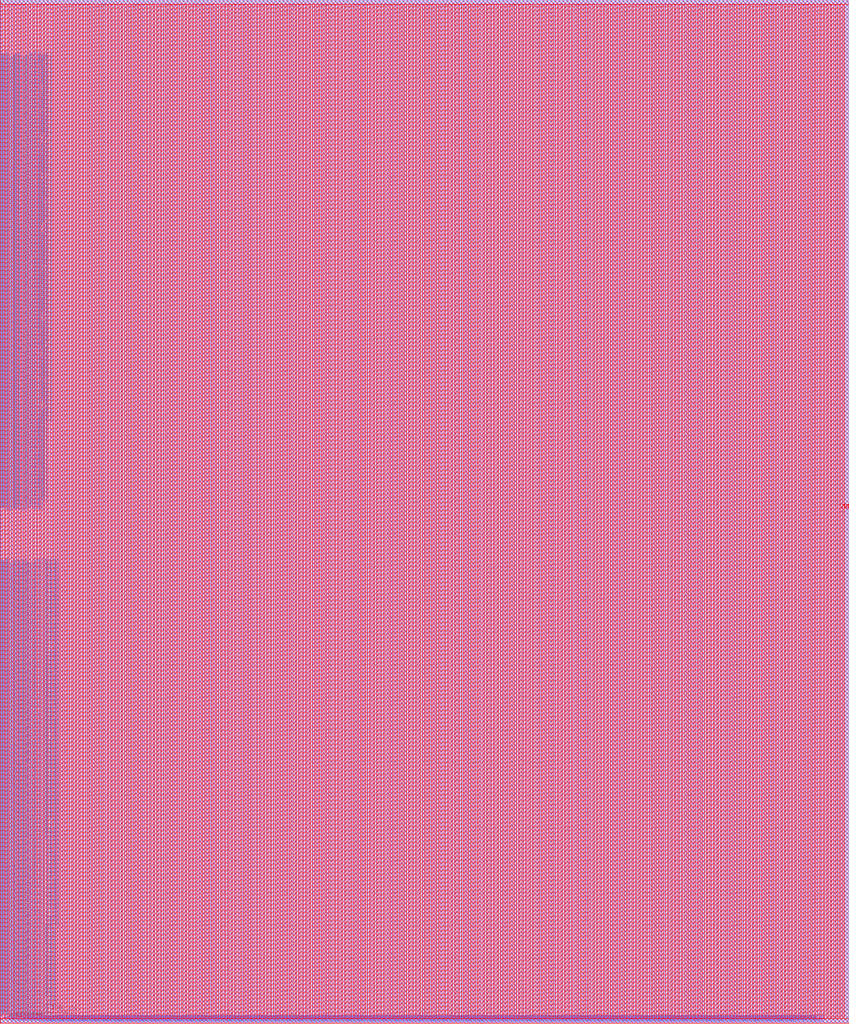
<source format=lef>
VERSION 5.7 ;
BUSBITCHARS "[]" ;
MACRO fakeram_512x256_1r1w
  FOREIGN fakeram_512x256_1r1w 0 0 ;
  SYMMETRY X Y R90 ;
  SIZE 1302.720 BY 1569.440 ;
  CLASS BLOCK ;
  PIN w0_mask_in[0]
    DIRECTION INPUT ;
    USE SIGNAL ;
    SHAPE ABUTMENT ;
    PORT
      LAYER met3 ;
      RECT 0.000 6.650 0.800 6.950 ;
    END
  END w0_mask_in[0]
  PIN w0_mask_in[1]
    DIRECTION INPUT ;
    USE SIGNAL ;
    SHAPE ABUTMENT ;
    PORT
      LAYER met3 ;
      RECT 0.000 8.010 0.800 8.310 ;
    END
  END w0_mask_in[1]
  PIN w0_mask_in[2]
    DIRECTION INPUT ;
    USE SIGNAL ;
    SHAPE ABUTMENT ;
    PORT
      LAYER met3 ;
      RECT 0.000 9.370 0.800 9.670 ;
    END
  END w0_mask_in[2]
  PIN w0_mask_in[3]
    DIRECTION INPUT ;
    USE SIGNAL ;
    SHAPE ABUTMENT ;
    PORT
      LAYER met3 ;
      RECT 0.000 10.730 0.800 11.030 ;
    END
  END w0_mask_in[3]
  PIN w0_mask_in[4]
    DIRECTION INPUT ;
    USE SIGNAL ;
    SHAPE ABUTMENT ;
    PORT
      LAYER met3 ;
      RECT 0.000 12.090 0.800 12.390 ;
    END
  END w0_mask_in[4]
  PIN w0_mask_in[5]
    DIRECTION INPUT ;
    USE SIGNAL ;
    SHAPE ABUTMENT ;
    PORT
      LAYER met3 ;
      RECT 0.000 13.450 0.800 13.750 ;
    END
  END w0_mask_in[5]
  PIN w0_mask_in[6]
    DIRECTION INPUT ;
    USE SIGNAL ;
    SHAPE ABUTMENT ;
    PORT
      LAYER met3 ;
      RECT 0.000 14.810 0.800 15.110 ;
    END
  END w0_mask_in[6]
  PIN w0_mask_in[7]
    DIRECTION INPUT ;
    USE SIGNAL ;
    SHAPE ABUTMENT ;
    PORT
      LAYER met3 ;
      RECT 0.000 16.170 0.800 16.470 ;
    END
  END w0_mask_in[7]
  PIN w0_mask_in[8]
    DIRECTION INPUT ;
    USE SIGNAL ;
    SHAPE ABUTMENT ;
    PORT
      LAYER met3 ;
      RECT 0.000 17.530 0.800 17.830 ;
    END
  END w0_mask_in[8]
  PIN w0_mask_in[9]
    DIRECTION INPUT ;
    USE SIGNAL ;
    SHAPE ABUTMENT ;
    PORT
      LAYER met3 ;
      RECT 0.000 18.890 0.800 19.190 ;
    END
  END w0_mask_in[9]
  PIN w0_mask_in[10]
    DIRECTION INPUT ;
    USE SIGNAL ;
    SHAPE ABUTMENT ;
    PORT
      LAYER met3 ;
      RECT 0.000 20.250 0.800 20.550 ;
    END
  END w0_mask_in[10]
  PIN w0_mask_in[11]
    DIRECTION INPUT ;
    USE SIGNAL ;
    SHAPE ABUTMENT ;
    PORT
      LAYER met3 ;
      RECT 0.000 21.610 0.800 21.910 ;
    END
  END w0_mask_in[11]
  PIN w0_mask_in[12]
    DIRECTION INPUT ;
    USE SIGNAL ;
    SHAPE ABUTMENT ;
    PORT
      LAYER met3 ;
      RECT 0.000 22.970 0.800 23.270 ;
    END
  END w0_mask_in[12]
  PIN w0_mask_in[13]
    DIRECTION INPUT ;
    USE SIGNAL ;
    SHAPE ABUTMENT ;
    PORT
      LAYER met3 ;
      RECT 0.000 24.330 0.800 24.630 ;
    END
  END w0_mask_in[13]
  PIN w0_mask_in[14]
    DIRECTION INPUT ;
    USE SIGNAL ;
    SHAPE ABUTMENT ;
    PORT
      LAYER met3 ;
      RECT 0.000 25.690 0.800 25.990 ;
    END
  END w0_mask_in[14]
  PIN w0_mask_in[15]
    DIRECTION INPUT ;
    USE SIGNAL ;
    SHAPE ABUTMENT ;
    PORT
      LAYER met3 ;
      RECT 0.000 27.050 0.800 27.350 ;
    END
  END w0_mask_in[15]
  PIN w0_mask_in[16]
    DIRECTION INPUT ;
    USE SIGNAL ;
    SHAPE ABUTMENT ;
    PORT
      LAYER met3 ;
      RECT 0.000 28.410 0.800 28.710 ;
    END
  END w0_mask_in[16]
  PIN w0_mask_in[17]
    DIRECTION INPUT ;
    USE SIGNAL ;
    SHAPE ABUTMENT ;
    PORT
      LAYER met3 ;
      RECT 0.000 29.770 0.800 30.070 ;
    END
  END w0_mask_in[17]
  PIN w0_mask_in[18]
    DIRECTION INPUT ;
    USE SIGNAL ;
    SHAPE ABUTMENT ;
    PORT
      LAYER met3 ;
      RECT 0.000 31.130 0.800 31.430 ;
    END
  END w0_mask_in[18]
  PIN w0_mask_in[19]
    DIRECTION INPUT ;
    USE SIGNAL ;
    SHAPE ABUTMENT ;
    PORT
      LAYER met3 ;
      RECT 0.000 32.490 0.800 32.790 ;
    END
  END w0_mask_in[19]
  PIN w0_mask_in[20]
    DIRECTION INPUT ;
    USE SIGNAL ;
    SHAPE ABUTMENT ;
    PORT
      LAYER met3 ;
      RECT 0.000 33.850 0.800 34.150 ;
    END
  END w0_mask_in[20]
  PIN w0_mask_in[21]
    DIRECTION INPUT ;
    USE SIGNAL ;
    SHAPE ABUTMENT ;
    PORT
      LAYER met3 ;
      RECT 0.000 35.210 0.800 35.510 ;
    END
  END w0_mask_in[21]
  PIN w0_mask_in[22]
    DIRECTION INPUT ;
    USE SIGNAL ;
    SHAPE ABUTMENT ;
    PORT
      LAYER met3 ;
      RECT 0.000 36.570 0.800 36.870 ;
    END
  END w0_mask_in[22]
  PIN w0_mask_in[23]
    DIRECTION INPUT ;
    USE SIGNAL ;
    SHAPE ABUTMENT ;
    PORT
      LAYER met3 ;
      RECT 0.000 37.930 0.800 38.230 ;
    END
  END w0_mask_in[23]
  PIN w0_mask_in[24]
    DIRECTION INPUT ;
    USE SIGNAL ;
    SHAPE ABUTMENT ;
    PORT
      LAYER met3 ;
      RECT 0.000 39.290 0.800 39.590 ;
    END
  END w0_mask_in[24]
  PIN w0_mask_in[25]
    DIRECTION INPUT ;
    USE SIGNAL ;
    SHAPE ABUTMENT ;
    PORT
      LAYER met3 ;
      RECT 0.000 40.650 0.800 40.950 ;
    END
  END w0_mask_in[25]
  PIN w0_mask_in[26]
    DIRECTION INPUT ;
    USE SIGNAL ;
    SHAPE ABUTMENT ;
    PORT
      LAYER met3 ;
      RECT 0.000 42.010 0.800 42.310 ;
    END
  END w0_mask_in[26]
  PIN w0_mask_in[27]
    DIRECTION INPUT ;
    USE SIGNAL ;
    SHAPE ABUTMENT ;
    PORT
      LAYER met3 ;
      RECT 0.000 43.370 0.800 43.670 ;
    END
  END w0_mask_in[27]
  PIN w0_mask_in[28]
    DIRECTION INPUT ;
    USE SIGNAL ;
    SHAPE ABUTMENT ;
    PORT
      LAYER met3 ;
      RECT 0.000 44.730 0.800 45.030 ;
    END
  END w0_mask_in[28]
  PIN w0_mask_in[29]
    DIRECTION INPUT ;
    USE SIGNAL ;
    SHAPE ABUTMENT ;
    PORT
      LAYER met3 ;
      RECT 0.000 46.090 0.800 46.390 ;
    END
  END w0_mask_in[29]
  PIN w0_mask_in[30]
    DIRECTION INPUT ;
    USE SIGNAL ;
    SHAPE ABUTMENT ;
    PORT
      LAYER met3 ;
      RECT 0.000 47.450 0.800 47.750 ;
    END
  END w0_mask_in[30]
  PIN w0_mask_in[31]
    DIRECTION INPUT ;
    USE SIGNAL ;
    SHAPE ABUTMENT ;
    PORT
      LAYER met3 ;
      RECT 0.000 48.810 0.800 49.110 ;
    END
  END w0_mask_in[31]
  PIN w0_mask_in[32]
    DIRECTION INPUT ;
    USE SIGNAL ;
    SHAPE ABUTMENT ;
    PORT
      LAYER met3 ;
      RECT 0.000 50.170 0.800 50.470 ;
    END
  END w0_mask_in[32]
  PIN w0_mask_in[33]
    DIRECTION INPUT ;
    USE SIGNAL ;
    SHAPE ABUTMENT ;
    PORT
      LAYER met3 ;
      RECT 0.000 51.530 0.800 51.830 ;
    END
  END w0_mask_in[33]
  PIN w0_mask_in[34]
    DIRECTION INPUT ;
    USE SIGNAL ;
    SHAPE ABUTMENT ;
    PORT
      LAYER met3 ;
      RECT 0.000 52.890 0.800 53.190 ;
    END
  END w0_mask_in[34]
  PIN w0_mask_in[35]
    DIRECTION INPUT ;
    USE SIGNAL ;
    SHAPE ABUTMENT ;
    PORT
      LAYER met3 ;
      RECT 0.000 54.250 0.800 54.550 ;
    END
  END w0_mask_in[35]
  PIN w0_mask_in[36]
    DIRECTION INPUT ;
    USE SIGNAL ;
    SHAPE ABUTMENT ;
    PORT
      LAYER met3 ;
      RECT 0.000 55.610 0.800 55.910 ;
    END
  END w0_mask_in[36]
  PIN w0_mask_in[37]
    DIRECTION INPUT ;
    USE SIGNAL ;
    SHAPE ABUTMENT ;
    PORT
      LAYER met3 ;
      RECT 0.000 56.970 0.800 57.270 ;
    END
  END w0_mask_in[37]
  PIN w0_mask_in[38]
    DIRECTION INPUT ;
    USE SIGNAL ;
    SHAPE ABUTMENT ;
    PORT
      LAYER met3 ;
      RECT 0.000 58.330 0.800 58.630 ;
    END
  END w0_mask_in[38]
  PIN w0_mask_in[39]
    DIRECTION INPUT ;
    USE SIGNAL ;
    SHAPE ABUTMENT ;
    PORT
      LAYER met3 ;
      RECT 0.000 59.690 0.800 59.990 ;
    END
  END w0_mask_in[39]
  PIN w0_mask_in[40]
    DIRECTION INPUT ;
    USE SIGNAL ;
    SHAPE ABUTMENT ;
    PORT
      LAYER met3 ;
      RECT 0.000 61.050 0.800 61.350 ;
    END
  END w0_mask_in[40]
  PIN w0_mask_in[41]
    DIRECTION INPUT ;
    USE SIGNAL ;
    SHAPE ABUTMENT ;
    PORT
      LAYER met3 ;
      RECT 0.000 62.410 0.800 62.710 ;
    END
  END w0_mask_in[41]
  PIN w0_mask_in[42]
    DIRECTION INPUT ;
    USE SIGNAL ;
    SHAPE ABUTMENT ;
    PORT
      LAYER met3 ;
      RECT 0.000 63.770 0.800 64.070 ;
    END
  END w0_mask_in[42]
  PIN w0_mask_in[43]
    DIRECTION INPUT ;
    USE SIGNAL ;
    SHAPE ABUTMENT ;
    PORT
      LAYER met3 ;
      RECT 0.000 65.130 0.800 65.430 ;
    END
  END w0_mask_in[43]
  PIN w0_mask_in[44]
    DIRECTION INPUT ;
    USE SIGNAL ;
    SHAPE ABUTMENT ;
    PORT
      LAYER met3 ;
      RECT 0.000 66.490 0.800 66.790 ;
    END
  END w0_mask_in[44]
  PIN w0_mask_in[45]
    DIRECTION INPUT ;
    USE SIGNAL ;
    SHAPE ABUTMENT ;
    PORT
      LAYER met3 ;
      RECT 0.000 67.850 0.800 68.150 ;
    END
  END w0_mask_in[45]
  PIN w0_mask_in[46]
    DIRECTION INPUT ;
    USE SIGNAL ;
    SHAPE ABUTMENT ;
    PORT
      LAYER met3 ;
      RECT 0.000 69.210 0.800 69.510 ;
    END
  END w0_mask_in[46]
  PIN w0_mask_in[47]
    DIRECTION INPUT ;
    USE SIGNAL ;
    SHAPE ABUTMENT ;
    PORT
      LAYER met3 ;
      RECT 0.000 70.570 0.800 70.870 ;
    END
  END w0_mask_in[47]
  PIN w0_mask_in[48]
    DIRECTION INPUT ;
    USE SIGNAL ;
    SHAPE ABUTMENT ;
    PORT
      LAYER met3 ;
      RECT 0.000 71.930 0.800 72.230 ;
    END
  END w0_mask_in[48]
  PIN w0_mask_in[49]
    DIRECTION INPUT ;
    USE SIGNAL ;
    SHAPE ABUTMENT ;
    PORT
      LAYER met3 ;
      RECT 0.000 73.290 0.800 73.590 ;
    END
  END w0_mask_in[49]
  PIN w0_mask_in[50]
    DIRECTION INPUT ;
    USE SIGNAL ;
    SHAPE ABUTMENT ;
    PORT
      LAYER met3 ;
      RECT 0.000 74.650 0.800 74.950 ;
    END
  END w0_mask_in[50]
  PIN w0_mask_in[51]
    DIRECTION INPUT ;
    USE SIGNAL ;
    SHAPE ABUTMENT ;
    PORT
      LAYER met3 ;
      RECT 0.000 76.010 0.800 76.310 ;
    END
  END w0_mask_in[51]
  PIN w0_mask_in[52]
    DIRECTION INPUT ;
    USE SIGNAL ;
    SHAPE ABUTMENT ;
    PORT
      LAYER met3 ;
      RECT 0.000 77.370 0.800 77.670 ;
    END
  END w0_mask_in[52]
  PIN w0_mask_in[53]
    DIRECTION INPUT ;
    USE SIGNAL ;
    SHAPE ABUTMENT ;
    PORT
      LAYER met3 ;
      RECT 0.000 78.730 0.800 79.030 ;
    END
  END w0_mask_in[53]
  PIN w0_mask_in[54]
    DIRECTION INPUT ;
    USE SIGNAL ;
    SHAPE ABUTMENT ;
    PORT
      LAYER met3 ;
      RECT 0.000 80.090 0.800 80.390 ;
    END
  END w0_mask_in[54]
  PIN w0_mask_in[55]
    DIRECTION INPUT ;
    USE SIGNAL ;
    SHAPE ABUTMENT ;
    PORT
      LAYER met3 ;
      RECT 0.000 81.450 0.800 81.750 ;
    END
  END w0_mask_in[55]
  PIN w0_mask_in[56]
    DIRECTION INPUT ;
    USE SIGNAL ;
    SHAPE ABUTMENT ;
    PORT
      LAYER met3 ;
      RECT 0.000 82.810 0.800 83.110 ;
    END
  END w0_mask_in[56]
  PIN w0_mask_in[57]
    DIRECTION INPUT ;
    USE SIGNAL ;
    SHAPE ABUTMENT ;
    PORT
      LAYER met3 ;
      RECT 0.000 84.170 0.800 84.470 ;
    END
  END w0_mask_in[57]
  PIN w0_mask_in[58]
    DIRECTION INPUT ;
    USE SIGNAL ;
    SHAPE ABUTMENT ;
    PORT
      LAYER met3 ;
      RECT 0.000 85.530 0.800 85.830 ;
    END
  END w0_mask_in[58]
  PIN w0_mask_in[59]
    DIRECTION INPUT ;
    USE SIGNAL ;
    SHAPE ABUTMENT ;
    PORT
      LAYER met3 ;
      RECT 0.000 86.890 0.800 87.190 ;
    END
  END w0_mask_in[59]
  PIN w0_mask_in[60]
    DIRECTION INPUT ;
    USE SIGNAL ;
    SHAPE ABUTMENT ;
    PORT
      LAYER met3 ;
      RECT 0.000 88.250 0.800 88.550 ;
    END
  END w0_mask_in[60]
  PIN w0_mask_in[61]
    DIRECTION INPUT ;
    USE SIGNAL ;
    SHAPE ABUTMENT ;
    PORT
      LAYER met3 ;
      RECT 0.000 89.610 0.800 89.910 ;
    END
  END w0_mask_in[61]
  PIN w0_mask_in[62]
    DIRECTION INPUT ;
    USE SIGNAL ;
    SHAPE ABUTMENT ;
    PORT
      LAYER met3 ;
      RECT 0.000 90.970 0.800 91.270 ;
    END
  END w0_mask_in[62]
  PIN w0_mask_in[63]
    DIRECTION INPUT ;
    USE SIGNAL ;
    SHAPE ABUTMENT ;
    PORT
      LAYER met3 ;
      RECT 0.000 92.330 0.800 92.630 ;
    END
  END w0_mask_in[63]
  PIN w0_mask_in[64]
    DIRECTION INPUT ;
    USE SIGNAL ;
    SHAPE ABUTMENT ;
    PORT
      LAYER met3 ;
      RECT 0.000 93.690 0.800 93.990 ;
    END
  END w0_mask_in[64]
  PIN w0_mask_in[65]
    DIRECTION INPUT ;
    USE SIGNAL ;
    SHAPE ABUTMENT ;
    PORT
      LAYER met3 ;
      RECT 0.000 95.050 0.800 95.350 ;
    END
  END w0_mask_in[65]
  PIN w0_mask_in[66]
    DIRECTION INPUT ;
    USE SIGNAL ;
    SHAPE ABUTMENT ;
    PORT
      LAYER met3 ;
      RECT 0.000 96.410 0.800 96.710 ;
    END
  END w0_mask_in[66]
  PIN w0_mask_in[67]
    DIRECTION INPUT ;
    USE SIGNAL ;
    SHAPE ABUTMENT ;
    PORT
      LAYER met3 ;
      RECT 0.000 97.770 0.800 98.070 ;
    END
  END w0_mask_in[67]
  PIN w0_mask_in[68]
    DIRECTION INPUT ;
    USE SIGNAL ;
    SHAPE ABUTMENT ;
    PORT
      LAYER met3 ;
      RECT 0.000 99.130 0.800 99.430 ;
    END
  END w0_mask_in[68]
  PIN w0_mask_in[69]
    DIRECTION INPUT ;
    USE SIGNAL ;
    SHAPE ABUTMENT ;
    PORT
      LAYER met3 ;
      RECT 0.000 100.490 0.800 100.790 ;
    END
  END w0_mask_in[69]
  PIN w0_mask_in[70]
    DIRECTION INPUT ;
    USE SIGNAL ;
    SHAPE ABUTMENT ;
    PORT
      LAYER met3 ;
      RECT 0.000 101.850 0.800 102.150 ;
    END
  END w0_mask_in[70]
  PIN w0_mask_in[71]
    DIRECTION INPUT ;
    USE SIGNAL ;
    SHAPE ABUTMENT ;
    PORT
      LAYER met3 ;
      RECT 0.000 103.210 0.800 103.510 ;
    END
  END w0_mask_in[71]
  PIN w0_mask_in[72]
    DIRECTION INPUT ;
    USE SIGNAL ;
    SHAPE ABUTMENT ;
    PORT
      LAYER met3 ;
      RECT 0.000 104.570 0.800 104.870 ;
    END
  END w0_mask_in[72]
  PIN w0_mask_in[73]
    DIRECTION INPUT ;
    USE SIGNAL ;
    SHAPE ABUTMENT ;
    PORT
      LAYER met3 ;
      RECT 0.000 105.930 0.800 106.230 ;
    END
  END w0_mask_in[73]
  PIN w0_mask_in[74]
    DIRECTION INPUT ;
    USE SIGNAL ;
    SHAPE ABUTMENT ;
    PORT
      LAYER met3 ;
      RECT 0.000 107.290 0.800 107.590 ;
    END
  END w0_mask_in[74]
  PIN w0_mask_in[75]
    DIRECTION INPUT ;
    USE SIGNAL ;
    SHAPE ABUTMENT ;
    PORT
      LAYER met3 ;
      RECT 0.000 108.650 0.800 108.950 ;
    END
  END w0_mask_in[75]
  PIN w0_mask_in[76]
    DIRECTION INPUT ;
    USE SIGNAL ;
    SHAPE ABUTMENT ;
    PORT
      LAYER met3 ;
      RECT 0.000 110.010 0.800 110.310 ;
    END
  END w0_mask_in[76]
  PIN w0_mask_in[77]
    DIRECTION INPUT ;
    USE SIGNAL ;
    SHAPE ABUTMENT ;
    PORT
      LAYER met3 ;
      RECT 0.000 111.370 0.800 111.670 ;
    END
  END w0_mask_in[77]
  PIN w0_mask_in[78]
    DIRECTION INPUT ;
    USE SIGNAL ;
    SHAPE ABUTMENT ;
    PORT
      LAYER met3 ;
      RECT 0.000 112.730 0.800 113.030 ;
    END
  END w0_mask_in[78]
  PIN w0_mask_in[79]
    DIRECTION INPUT ;
    USE SIGNAL ;
    SHAPE ABUTMENT ;
    PORT
      LAYER met3 ;
      RECT 0.000 114.090 0.800 114.390 ;
    END
  END w0_mask_in[79]
  PIN w0_mask_in[80]
    DIRECTION INPUT ;
    USE SIGNAL ;
    SHAPE ABUTMENT ;
    PORT
      LAYER met3 ;
      RECT 0.000 115.450 0.800 115.750 ;
    END
  END w0_mask_in[80]
  PIN w0_mask_in[81]
    DIRECTION INPUT ;
    USE SIGNAL ;
    SHAPE ABUTMENT ;
    PORT
      LAYER met3 ;
      RECT 0.000 116.810 0.800 117.110 ;
    END
  END w0_mask_in[81]
  PIN w0_mask_in[82]
    DIRECTION INPUT ;
    USE SIGNAL ;
    SHAPE ABUTMENT ;
    PORT
      LAYER met3 ;
      RECT 0.000 118.170 0.800 118.470 ;
    END
  END w0_mask_in[82]
  PIN w0_mask_in[83]
    DIRECTION INPUT ;
    USE SIGNAL ;
    SHAPE ABUTMENT ;
    PORT
      LAYER met3 ;
      RECT 0.000 119.530 0.800 119.830 ;
    END
  END w0_mask_in[83]
  PIN w0_mask_in[84]
    DIRECTION INPUT ;
    USE SIGNAL ;
    SHAPE ABUTMENT ;
    PORT
      LAYER met3 ;
      RECT 0.000 120.890 0.800 121.190 ;
    END
  END w0_mask_in[84]
  PIN w0_mask_in[85]
    DIRECTION INPUT ;
    USE SIGNAL ;
    SHAPE ABUTMENT ;
    PORT
      LAYER met3 ;
      RECT 0.000 122.250 0.800 122.550 ;
    END
  END w0_mask_in[85]
  PIN w0_mask_in[86]
    DIRECTION INPUT ;
    USE SIGNAL ;
    SHAPE ABUTMENT ;
    PORT
      LAYER met3 ;
      RECT 0.000 123.610 0.800 123.910 ;
    END
  END w0_mask_in[86]
  PIN w0_mask_in[87]
    DIRECTION INPUT ;
    USE SIGNAL ;
    SHAPE ABUTMENT ;
    PORT
      LAYER met3 ;
      RECT 0.000 124.970 0.800 125.270 ;
    END
  END w0_mask_in[87]
  PIN w0_mask_in[88]
    DIRECTION INPUT ;
    USE SIGNAL ;
    SHAPE ABUTMENT ;
    PORT
      LAYER met3 ;
      RECT 0.000 126.330 0.800 126.630 ;
    END
  END w0_mask_in[88]
  PIN w0_mask_in[89]
    DIRECTION INPUT ;
    USE SIGNAL ;
    SHAPE ABUTMENT ;
    PORT
      LAYER met3 ;
      RECT 0.000 127.690 0.800 127.990 ;
    END
  END w0_mask_in[89]
  PIN w0_mask_in[90]
    DIRECTION INPUT ;
    USE SIGNAL ;
    SHAPE ABUTMENT ;
    PORT
      LAYER met3 ;
      RECT 0.000 129.050 0.800 129.350 ;
    END
  END w0_mask_in[90]
  PIN w0_mask_in[91]
    DIRECTION INPUT ;
    USE SIGNAL ;
    SHAPE ABUTMENT ;
    PORT
      LAYER met3 ;
      RECT 0.000 130.410 0.800 130.710 ;
    END
  END w0_mask_in[91]
  PIN w0_mask_in[92]
    DIRECTION INPUT ;
    USE SIGNAL ;
    SHAPE ABUTMENT ;
    PORT
      LAYER met3 ;
      RECT 0.000 131.770 0.800 132.070 ;
    END
  END w0_mask_in[92]
  PIN w0_mask_in[93]
    DIRECTION INPUT ;
    USE SIGNAL ;
    SHAPE ABUTMENT ;
    PORT
      LAYER met3 ;
      RECT 0.000 133.130 0.800 133.430 ;
    END
  END w0_mask_in[93]
  PIN w0_mask_in[94]
    DIRECTION INPUT ;
    USE SIGNAL ;
    SHAPE ABUTMENT ;
    PORT
      LAYER met3 ;
      RECT 0.000 134.490 0.800 134.790 ;
    END
  END w0_mask_in[94]
  PIN w0_mask_in[95]
    DIRECTION INPUT ;
    USE SIGNAL ;
    SHAPE ABUTMENT ;
    PORT
      LAYER met3 ;
      RECT 0.000 135.850 0.800 136.150 ;
    END
  END w0_mask_in[95]
  PIN w0_mask_in[96]
    DIRECTION INPUT ;
    USE SIGNAL ;
    SHAPE ABUTMENT ;
    PORT
      LAYER met3 ;
      RECT 0.000 137.210 0.800 137.510 ;
    END
  END w0_mask_in[96]
  PIN w0_mask_in[97]
    DIRECTION INPUT ;
    USE SIGNAL ;
    SHAPE ABUTMENT ;
    PORT
      LAYER met3 ;
      RECT 0.000 138.570 0.800 138.870 ;
    END
  END w0_mask_in[97]
  PIN w0_mask_in[98]
    DIRECTION INPUT ;
    USE SIGNAL ;
    SHAPE ABUTMENT ;
    PORT
      LAYER met3 ;
      RECT 0.000 139.930 0.800 140.230 ;
    END
  END w0_mask_in[98]
  PIN w0_mask_in[99]
    DIRECTION INPUT ;
    USE SIGNAL ;
    SHAPE ABUTMENT ;
    PORT
      LAYER met3 ;
      RECT 0.000 141.290 0.800 141.590 ;
    END
  END w0_mask_in[99]
  PIN w0_mask_in[100]
    DIRECTION INPUT ;
    USE SIGNAL ;
    SHAPE ABUTMENT ;
    PORT
      LAYER met3 ;
      RECT 0.000 142.650 0.800 142.950 ;
    END
  END w0_mask_in[100]
  PIN w0_mask_in[101]
    DIRECTION INPUT ;
    USE SIGNAL ;
    SHAPE ABUTMENT ;
    PORT
      LAYER met3 ;
      RECT 0.000 144.010 0.800 144.310 ;
    END
  END w0_mask_in[101]
  PIN w0_mask_in[102]
    DIRECTION INPUT ;
    USE SIGNAL ;
    SHAPE ABUTMENT ;
    PORT
      LAYER met3 ;
      RECT 0.000 145.370 0.800 145.670 ;
    END
  END w0_mask_in[102]
  PIN w0_mask_in[103]
    DIRECTION INPUT ;
    USE SIGNAL ;
    SHAPE ABUTMENT ;
    PORT
      LAYER met3 ;
      RECT 0.000 146.730 0.800 147.030 ;
    END
  END w0_mask_in[103]
  PIN w0_mask_in[104]
    DIRECTION INPUT ;
    USE SIGNAL ;
    SHAPE ABUTMENT ;
    PORT
      LAYER met3 ;
      RECT 0.000 148.090 0.800 148.390 ;
    END
  END w0_mask_in[104]
  PIN w0_mask_in[105]
    DIRECTION INPUT ;
    USE SIGNAL ;
    SHAPE ABUTMENT ;
    PORT
      LAYER met3 ;
      RECT 0.000 149.450 0.800 149.750 ;
    END
  END w0_mask_in[105]
  PIN w0_mask_in[106]
    DIRECTION INPUT ;
    USE SIGNAL ;
    SHAPE ABUTMENT ;
    PORT
      LAYER met3 ;
      RECT 0.000 150.810 0.800 151.110 ;
    END
  END w0_mask_in[106]
  PIN w0_mask_in[107]
    DIRECTION INPUT ;
    USE SIGNAL ;
    SHAPE ABUTMENT ;
    PORT
      LAYER met3 ;
      RECT 0.000 152.170 0.800 152.470 ;
    END
  END w0_mask_in[107]
  PIN w0_mask_in[108]
    DIRECTION INPUT ;
    USE SIGNAL ;
    SHAPE ABUTMENT ;
    PORT
      LAYER met3 ;
      RECT 0.000 153.530 0.800 153.830 ;
    END
  END w0_mask_in[108]
  PIN w0_mask_in[109]
    DIRECTION INPUT ;
    USE SIGNAL ;
    SHAPE ABUTMENT ;
    PORT
      LAYER met3 ;
      RECT 0.000 154.890 0.800 155.190 ;
    END
  END w0_mask_in[109]
  PIN w0_mask_in[110]
    DIRECTION INPUT ;
    USE SIGNAL ;
    SHAPE ABUTMENT ;
    PORT
      LAYER met3 ;
      RECT 0.000 156.250 0.800 156.550 ;
    END
  END w0_mask_in[110]
  PIN w0_mask_in[111]
    DIRECTION INPUT ;
    USE SIGNAL ;
    SHAPE ABUTMENT ;
    PORT
      LAYER met3 ;
      RECT 0.000 157.610 0.800 157.910 ;
    END
  END w0_mask_in[111]
  PIN w0_mask_in[112]
    DIRECTION INPUT ;
    USE SIGNAL ;
    SHAPE ABUTMENT ;
    PORT
      LAYER met3 ;
      RECT 0.000 158.970 0.800 159.270 ;
    END
  END w0_mask_in[112]
  PIN w0_mask_in[113]
    DIRECTION INPUT ;
    USE SIGNAL ;
    SHAPE ABUTMENT ;
    PORT
      LAYER met3 ;
      RECT 0.000 160.330 0.800 160.630 ;
    END
  END w0_mask_in[113]
  PIN w0_mask_in[114]
    DIRECTION INPUT ;
    USE SIGNAL ;
    SHAPE ABUTMENT ;
    PORT
      LAYER met3 ;
      RECT 0.000 161.690 0.800 161.990 ;
    END
  END w0_mask_in[114]
  PIN w0_mask_in[115]
    DIRECTION INPUT ;
    USE SIGNAL ;
    SHAPE ABUTMENT ;
    PORT
      LAYER met3 ;
      RECT 0.000 163.050 0.800 163.350 ;
    END
  END w0_mask_in[115]
  PIN w0_mask_in[116]
    DIRECTION INPUT ;
    USE SIGNAL ;
    SHAPE ABUTMENT ;
    PORT
      LAYER met3 ;
      RECT 0.000 164.410 0.800 164.710 ;
    END
  END w0_mask_in[116]
  PIN w0_mask_in[117]
    DIRECTION INPUT ;
    USE SIGNAL ;
    SHAPE ABUTMENT ;
    PORT
      LAYER met3 ;
      RECT 0.000 165.770 0.800 166.070 ;
    END
  END w0_mask_in[117]
  PIN w0_mask_in[118]
    DIRECTION INPUT ;
    USE SIGNAL ;
    SHAPE ABUTMENT ;
    PORT
      LAYER met3 ;
      RECT 0.000 167.130 0.800 167.430 ;
    END
  END w0_mask_in[118]
  PIN w0_mask_in[119]
    DIRECTION INPUT ;
    USE SIGNAL ;
    SHAPE ABUTMENT ;
    PORT
      LAYER met3 ;
      RECT 0.000 168.490 0.800 168.790 ;
    END
  END w0_mask_in[119]
  PIN w0_mask_in[120]
    DIRECTION INPUT ;
    USE SIGNAL ;
    SHAPE ABUTMENT ;
    PORT
      LAYER met3 ;
      RECT 0.000 169.850 0.800 170.150 ;
    END
  END w0_mask_in[120]
  PIN w0_mask_in[121]
    DIRECTION INPUT ;
    USE SIGNAL ;
    SHAPE ABUTMENT ;
    PORT
      LAYER met3 ;
      RECT 0.000 171.210 0.800 171.510 ;
    END
  END w0_mask_in[121]
  PIN w0_mask_in[122]
    DIRECTION INPUT ;
    USE SIGNAL ;
    SHAPE ABUTMENT ;
    PORT
      LAYER met3 ;
      RECT 0.000 172.570 0.800 172.870 ;
    END
  END w0_mask_in[122]
  PIN w0_mask_in[123]
    DIRECTION INPUT ;
    USE SIGNAL ;
    SHAPE ABUTMENT ;
    PORT
      LAYER met3 ;
      RECT 0.000 173.930 0.800 174.230 ;
    END
  END w0_mask_in[123]
  PIN w0_mask_in[124]
    DIRECTION INPUT ;
    USE SIGNAL ;
    SHAPE ABUTMENT ;
    PORT
      LAYER met3 ;
      RECT 0.000 175.290 0.800 175.590 ;
    END
  END w0_mask_in[124]
  PIN w0_mask_in[125]
    DIRECTION INPUT ;
    USE SIGNAL ;
    SHAPE ABUTMENT ;
    PORT
      LAYER met3 ;
      RECT 0.000 176.650 0.800 176.950 ;
    END
  END w0_mask_in[125]
  PIN w0_mask_in[126]
    DIRECTION INPUT ;
    USE SIGNAL ;
    SHAPE ABUTMENT ;
    PORT
      LAYER met3 ;
      RECT 0.000 178.010 0.800 178.310 ;
    END
  END w0_mask_in[126]
  PIN w0_mask_in[127]
    DIRECTION INPUT ;
    USE SIGNAL ;
    SHAPE ABUTMENT ;
    PORT
      LAYER met3 ;
      RECT 0.000 179.370 0.800 179.670 ;
    END
  END w0_mask_in[127]
  PIN w0_mask_in[128]
    DIRECTION INPUT ;
    USE SIGNAL ;
    SHAPE ABUTMENT ;
    PORT
      LAYER met3 ;
      RECT 0.000 180.730 0.800 181.030 ;
    END
  END w0_mask_in[128]
  PIN w0_mask_in[129]
    DIRECTION INPUT ;
    USE SIGNAL ;
    SHAPE ABUTMENT ;
    PORT
      LAYER met3 ;
      RECT 0.000 182.090 0.800 182.390 ;
    END
  END w0_mask_in[129]
  PIN w0_mask_in[130]
    DIRECTION INPUT ;
    USE SIGNAL ;
    SHAPE ABUTMENT ;
    PORT
      LAYER met3 ;
      RECT 0.000 183.450 0.800 183.750 ;
    END
  END w0_mask_in[130]
  PIN w0_mask_in[131]
    DIRECTION INPUT ;
    USE SIGNAL ;
    SHAPE ABUTMENT ;
    PORT
      LAYER met3 ;
      RECT 0.000 184.810 0.800 185.110 ;
    END
  END w0_mask_in[131]
  PIN w0_mask_in[132]
    DIRECTION INPUT ;
    USE SIGNAL ;
    SHAPE ABUTMENT ;
    PORT
      LAYER met3 ;
      RECT 0.000 186.170 0.800 186.470 ;
    END
  END w0_mask_in[132]
  PIN w0_mask_in[133]
    DIRECTION INPUT ;
    USE SIGNAL ;
    SHAPE ABUTMENT ;
    PORT
      LAYER met3 ;
      RECT 0.000 187.530 0.800 187.830 ;
    END
  END w0_mask_in[133]
  PIN w0_mask_in[134]
    DIRECTION INPUT ;
    USE SIGNAL ;
    SHAPE ABUTMENT ;
    PORT
      LAYER met3 ;
      RECT 0.000 188.890 0.800 189.190 ;
    END
  END w0_mask_in[134]
  PIN w0_mask_in[135]
    DIRECTION INPUT ;
    USE SIGNAL ;
    SHAPE ABUTMENT ;
    PORT
      LAYER met3 ;
      RECT 0.000 190.250 0.800 190.550 ;
    END
  END w0_mask_in[135]
  PIN w0_mask_in[136]
    DIRECTION INPUT ;
    USE SIGNAL ;
    SHAPE ABUTMENT ;
    PORT
      LAYER met3 ;
      RECT 0.000 191.610 0.800 191.910 ;
    END
  END w0_mask_in[136]
  PIN w0_mask_in[137]
    DIRECTION INPUT ;
    USE SIGNAL ;
    SHAPE ABUTMENT ;
    PORT
      LAYER met3 ;
      RECT 0.000 192.970 0.800 193.270 ;
    END
  END w0_mask_in[137]
  PIN w0_mask_in[138]
    DIRECTION INPUT ;
    USE SIGNAL ;
    SHAPE ABUTMENT ;
    PORT
      LAYER met3 ;
      RECT 0.000 194.330 0.800 194.630 ;
    END
  END w0_mask_in[138]
  PIN w0_mask_in[139]
    DIRECTION INPUT ;
    USE SIGNAL ;
    SHAPE ABUTMENT ;
    PORT
      LAYER met3 ;
      RECT 0.000 195.690 0.800 195.990 ;
    END
  END w0_mask_in[139]
  PIN w0_mask_in[140]
    DIRECTION INPUT ;
    USE SIGNAL ;
    SHAPE ABUTMENT ;
    PORT
      LAYER met3 ;
      RECT 0.000 197.050 0.800 197.350 ;
    END
  END w0_mask_in[140]
  PIN w0_mask_in[141]
    DIRECTION INPUT ;
    USE SIGNAL ;
    SHAPE ABUTMENT ;
    PORT
      LAYER met3 ;
      RECT 0.000 198.410 0.800 198.710 ;
    END
  END w0_mask_in[141]
  PIN w0_mask_in[142]
    DIRECTION INPUT ;
    USE SIGNAL ;
    SHAPE ABUTMENT ;
    PORT
      LAYER met3 ;
      RECT 0.000 199.770 0.800 200.070 ;
    END
  END w0_mask_in[142]
  PIN w0_mask_in[143]
    DIRECTION INPUT ;
    USE SIGNAL ;
    SHAPE ABUTMENT ;
    PORT
      LAYER met3 ;
      RECT 0.000 201.130 0.800 201.430 ;
    END
  END w0_mask_in[143]
  PIN w0_mask_in[144]
    DIRECTION INPUT ;
    USE SIGNAL ;
    SHAPE ABUTMENT ;
    PORT
      LAYER met3 ;
      RECT 0.000 202.490 0.800 202.790 ;
    END
  END w0_mask_in[144]
  PIN w0_mask_in[145]
    DIRECTION INPUT ;
    USE SIGNAL ;
    SHAPE ABUTMENT ;
    PORT
      LAYER met3 ;
      RECT 0.000 203.850 0.800 204.150 ;
    END
  END w0_mask_in[145]
  PIN w0_mask_in[146]
    DIRECTION INPUT ;
    USE SIGNAL ;
    SHAPE ABUTMENT ;
    PORT
      LAYER met3 ;
      RECT 0.000 205.210 0.800 205.510 ;
    END
  END w0_mask_in[146]
  PIN w0_mask_in[147]
    DIRECTION INPUT ;
    USE SIGNAL ;
    SHAPE ABUTMENT ;
    PORT
      LAYER met3 ;
      RECT 0.000 206.570 0.800 206.870 ;
    END
  END w0_mask_in[147]
  PIN w0_mask_in[148]
    DIRECTION INPUT ;
    USE SIGNAL ;
    SHAPE ABUTMENT ;
    PORT
      LAYER met3 ;
      RECT 0.000 207.930 0.800 208.230 ;
    END
  END w0_mask_in[148]
  PIN w0_mask_in[149]
    DIRECTION INPUT ;
    USE SIGNAL ;
    SHAPE ABUTMENT ;
    PORT
      LAYER met3 ;
      RECT 0.000 209.290 0.800 209.590 ;
    END
  END w0_mask_in[149]
  PIN w0_mask_in[150]
    DIRECTION INPUT ;
    USE SIGNAL ;
    SHAPE ABUTMENT ;
    PORT
      LAYER met3 ;
      RECT 0.000 210.650 0.800 210.950 ;
    END
  END w0_mask_in[150]
  PIN w0_mask_in[151]
    DIRECTION INPUT ;
    USE SIGNAL ;
    SHAPE ABUTMENT ;
    PORT
      LAYER met3 ;
      RECT 0.000 212.010 0.800 212.310 ;
    END
  END w0_mask_in[151]
  PIN w0_mask_in[152]
    DIRECTION INPUT ;
    USE SIGNAL ;
    SHAPE ABUTMENT ;
    PORT
      LAYER met3 ;
      RECT 0.000 213.370 0.800 213.670 ;
    END
  END w0_mask_in[152]
  PIN w0_mask_in[153]
    DIRECTION INPUT ;
    USE SIGNAL ;
    SHAPE ABUTMENT ;
    PORT
      LAYER met3 ;
      RECT 0.000 214.730 0.800 215.030 ;
    END
  END w0_mask_in[153]
  PIN w0_mask_in[154]
    DIRECTION INPUT ;
    USE SIGNAL ;
    SHAPE ABUTMENT ;
    PORT
      LAYER met3 ;
      RECT 0.000 216.090 0.800 216.390 ;
    END
  END w0_mask_in[154]
  PIN w0_mask_in[155]
    DIRECTION INPUT ;
    USE SIGNAL ;
    SHAPE ABUTMENT ;
    PORT
      LAYER met3 ;
      RECT 0.000 217.450 0.800 217.750 ;
    END
  END w0_mask_in[155]
  PIN w0_mask_in[156]
    DIRECTION INPUT ;
    USE SIGNAL ;
    SHAPE ABUTMENT ;
    PORT
      LAYER met3 ;
      RECT 0.000 218.810 0.800 219.110 ;
    END
  END w0_mask_in[156]
  PIN w0_mask_in[157]
    DIRECTION INPUT ;
    USE SIGNAL ;
    SHAPE ABUTMENT ;
    PORT
      LAYER met3 ;
      RECT 0.000 220.170 0.800 220.470 ;
    END
  END w0_mask_in[157]
  PIN w0_mask_in[158]
    DIRECTION INPUT ;
    USE SIGNAL ;
    SHAPE ABUTMENT ;
    PORT
      LAYER met3 ;
      RECT 0.000 221.530 0.800 221.830 ;
    END
  END w0_mask_in[158]
  PIN w0_mask_in[159]
    DIRECTION INPUT ;
    USE SIGNAL ;
    SHAPE ABUTMENT ;
    PORT
      LAYER met3 ;
      RECT 0.000 222.890 0.800 223.190 ;
    END
  END w0_mask_in[159]
  PIN w0_mask_in[160]
    DIRECTION INPUT ;
    USE SIGNAL ;
    SHAPE ABUTMENT ;
    PORT
      LAYER met3 ;
      RECT 0.000 224.250 0.800 224.550 ;
    END
  END w0_mask_in[160]
  PIN w0_mask_in[161]
    DIRECTION INPUT ;
    USE SIGNAL ;
    SHAPE ABUTMENT ;
    PORT
      LAYER met3 ;
      RECT 0.000 225.610 0.800 225.910 ;
    END
  END w0_mask_in[161]
  PIN w0_mask_in[162]
    DIRECTION INPUT ;
    USE SIGNAL ;
    SHAPE ABUTMENT ;
    PORT
      LAYER met3 ;
      RECT 0.000 226.970 0.800 227.270 ;
    END
  END w0_mask_in[162]
  PIN w0_mask_in[163]
    DIRECTION INPUT ;
    USE SIGNAL ;
    SHAPE ABUTMENT ;
    PORT
      LAYER met3 ;
      RECT 0.000 228.330 0.800 228.630 ;
    END
  END w0_mask_in[163]
  PIN w0_mask_in[164]
    DIRECTION INPUT ;
    USE SIGNAL ;
    SHAPE ABUTMENT ;
    PORT
      LAYER met3 ;
      RECT 0.000 229.690 0.800 229.990 ;
    END
  END w0_mask_in[164]
  PIN w0_mask_in[165]
    DIRECTION INPUT ;
    USE SIGNAL ;
    SHAPE ABUTMENT ;
    PORT
      LAYER met3 ;
      RECT 0.000 231.050 0.800 231.350 ;
    END
  END w0_mask_in[165]
  PIN w0_mask_in[166]
    DIRECTION INPUT ;
    USE SIGNAL ;
    SHAPE ABUTMENT ;
    PORT
      LAYER met3 ;
      RECT 0.000 232.410 0.800 232.710 ;
    END
  END w0_mask_in[166]
  PIN w0_mask_in[167]
    DIRECTION INPUT ;
    USE SIGNAL ;
    SHAPE ABUTMENT ;
    PORT
      LAYER met3 ;
      RECT 0.000 233.770 0.800 234.070 ;
    END
  END w0_mask_in[167]
  PIN w0_mask_in[168]
    DIRECTION INPUT ;
    USE SIGNAL ;
    SHAPE ABUTMENT ;
    PORT
      LAYER met3 ;
      RECT 0.000 235.130 0.800 235.430 ;
    END
  END w0_mask_in[168]
  PIN w0_mask_in[169]
    DIRECTION INPUT ;
    USE SIGNAL ;
    SHAPE ABUTMENT ;
    PORT
      LAYER met3 ;
      RECT 0.000 236.490 0.800 236.790 ;
    END
  END w0_mask_in[169]
  PIN w0_mask_in[170]
    DIRECTION INPUT ;
    USE SIGNAL ;
    SHAPE ABUTMENT ;
    PORT
      LAYER met3 ;
      RECT 0.000 237.850 0.800 238.150 ;
    END
  END w0_mask_in[170]
  PIN w0_mask_in[171]
    DIRECTION INPUT ;
    USE SIGNAL ;
    SHAPE ABUTMENT ;
    PORT
      LAYER met3 ;
      RECT 0.000 239.210 0.800 239.510 ;
    END
  END w0_mask_in[171]
  PIN w0_mask_in[172]
    DIRECTION INPUT ;
    USE SIGNAL ;
    SHAPE ABUTMENT ;
    PORT
      LAYER met3 ;
      RECT 0.000 240.570 0.800 240.870 ;
    END
  END w0_mask_in[172]
  PIN w0_mask_in[173]
    DIRECTION INPUT ;
    USE SIGNAL ;
    SHAPE ABUTMENT ;
    PORT
      LAYER met3 ;
      RECT 0.000 241.930 0.800 242.230 ;
    END
  END w0_mask_in[173]
  PIN w0_mask_in[174]
    DIRECTION INPUT ;
    USE SIGNAL ;
    SHAPE ABUTMENT ;
    PORT
      LAYER met3 ;
      RECT 0.000 243.290 0.800 243.590 ;
    END
  END w0_mask_in[174]
  PIN w0_mask_in[175]
    DIRECTION INPUT ;
    USE SIGNAL ;
    SHAPE ABUTMENT ;
    PORT
      LAYER met3 ;
      RECT 0.000 244.650 0.800 244.950 ;
    END
  END w0_mask_in[175]
  PIN w0_mask_in[176]
    DIRECTION INPUT ;
    USE SIGNAL ;
    SHAPE ABUTMENT ;
    PORT
      LAYER met3 ;
      RECT 0.000 246.010 0.800 246.310 ;
    END
  END w0_mask_in[176]
  PIN w0_mask_in[177]
    DIRECTION INPUT ;
    USE SIGNAL ;
    SHAPE ABUTMENT ;
    PORT
      LAYER met3 ;
      RECT 0.000 247.370 0.800 247.670 ;
    END
  END w0_mask_in[177]
  PIN w0_mask_in[178]
    DIRECTION INPUT ;
    USE SIGNAL ;
    SHAPE ABUTMENT ;
    PORT
      LAYER met3 ;
      RECT 0.000 248.730 0.800 249.030 ;
    END
  END w0_mask_in[178]
  PIN w0_mask_in[179]
    DIRECTION INPUT ;
    USE SIGNAL ;
    SHAPE ABUTMENT ;
    PORT
      LAYER met3 ;
      RECT 0.000 250.090 0.800 250.390 ;
    END
  END w0_mask_in[179]
  PIN w0_mask_in[180]
    DIRECTION INPUT ;
    USE SIGNAL ;
    SHAPE ABUTMENT ;
    PORT
      LAYER met3 ;
      RECT 0.000 251.450 0.800 251.750 ;
    END
  END w0_mask_in[180]
  PIN w0_mask_in[181]
    DIRECTION INPUT ;
    USE SIGNAL ;
    SHAPE ABUTMENT ;
    PORT
      LAYER met3 ;
      RECT 0.000 252.810 0.800 253.110 ;
    END
  END w0_mask_in[181]
  PIN w0_mask_in[182]
    DIRECTION INPUT ;
    USE SIGNAL ;
    SHAPE ABUTMENT ;
    PORT
      LAYER met3 ;
      RECT 0.000 254.170 0.800 254.470 ;
    END
  END w0_mask_in[182]
  PIN w0_mask_in[183]
    DIRECTION INPUT ;
    USE SIGNAL ;
    SHAPE ABUTMENT ;
    PORT
      LAYER met3 ;
      RECT 0.000 255.530 0.800 255.830 ;
    END
  END w0_mask_in[183]
  PIN w0_mask_in[184]
    DIRECTION INPUT ;
    USE SIGNAL ;
    SHAPE ABUTMENT ;
    PORT
      LAYER met3 ;
      RECT 0.000 256.890 0.800 257.190 ;
    END
  END w0_mask_in[184]
  PIN w0_mask_in[185]
    DIRECTION INPUT ;
    USE SIGNAL ;
    SHAPE ABUTMENT ;
    PORT
      LAYER met3 ;
      RECT 0.000 258.250 0.800 258.550 ;
    END
  END w0_mask_in[185]
  PIN w0_mask_in[186]
    DIRECTION INPUT ;
    USE SIGNAL ;
    SHAPE ABUTMENT ;
    PORT
      LAYER met3 ;
      RECT 0.000 259.610 0.800 259.910 ;
    END
  END w0_mask_in[186]
  PIN w0_mask_in[187]
    DIRECTION INPUT ;
    USE SIGNAL ;
    SHAPE ABUTMENT ;
    PORT
      LAYER met3 ;
      RECT 0.000 260.970 0.800 261.270 ;
    END
  END w0_mask_in[187]
  PIN w0_mask_in[188]
    DIRECTION INPUT ;
    USE SIGNAL ;
    SHAPE ABUTMENT ;
    PORT
      LAYER met3 ;
      RECT 0.000 262.330 0.800 262.630 ;
    END
  END w0_mask_in[188]
  PIN w0_mask_in[189]
    DIRECTION INPUT ;
    USE SIGNAL ;
    SHAPE ABUTMENT ;
    PORT
      LAYER met3 ;
      RECT 0.000 263.690 0.800 263.990 ;
    END
  END w0_mask_in[189]
  PIN w0_mask_in[190]
    DIRECTION INPUT ;
    USE SIGNAL ;
    SHAPE ABUTMENT ;
    PORT
      LAYER met3 ;
      RECT 0.000 265.050 0.800 265.350 ;
    END
  END w0_mask_in[190]
  PIN w0_mask_in[191]
    DIRECTION INPUT ;
    USE SIGNAL ;
    SHAPE ABUTMENT ;
    PORT
      LAYER met3 ;
      RECT 0.000 266.410 0.800 266.710 ;
    END
  END w0_mask_in[191]
  PIN w0_mask_in[192]
    DIRECTION INPUT ;
    USE SIGNAL ;
    SHAPE ABUTMENT ;
    PORT
      LAYER met3 ;
      RECT 0.000 267.770 0.800 268.070 ;
    END
  END w0_mask_in[192]
  PIN w0_mask_in[193]
    DIRECTION INPUT ;
    USE SIGNAL ;
    SHAPE ABUTMENT ;
    PORT
      LAYER met3 ;
      RECT 0.000 269.130 0.800 269.430 ;
    END
  END w0_mask_in[193]
  PIN w0_mask_in[194]
    DIRECTION INPUT ;
    USE SIGNAL ;
    SHAPE ABUTMENT ;
    PORT
      LAYER met3 ;
      RECT 0.000 270.490 0.800 270.790 ;
    END
  END w0_mask_in[194]
  PIN w0_mask_in[195]
    DIRECTION INPUT ;
    USE SIGNAL ;
    SHAPE ABUTMENT ;
    PORT
      LAYER met3 ;
      RECT 0.000 271.850 0.800 272.150 ;
    END
  END w0_mask_in[195]
  PIN w0_mask_in[196]
    DIRECTION INPUT ;
    USE SIGNAL ;
    SHAPE ABUTMENT ;
    PORT
      LAYER met3 ;
      RECT 0.000 273.210 0.800 273.510 ;
    END
  END w0_mask_in[196]
  PIN w0_mask_in[197]
    DIRECTION INPUT ;
    USE SIGNAL ;
    SHAPE ABUTMENT ;
    PORT
      LAYER met3 ;
      RECT 0.000 274.570 0.800 274.870 ;
    END
  END w0_mask_in[197]
  PIN w0_mask_in[198]
    DIRECTION INPUT ;
    USE SIGNAL ;
    SHAPE ABUTMENT ;
    PORT
      LAYER met3 ;
      RECT 0.000 275.930 0.800 276.230 ;
    END
  END w0_mask_in[198]
  PIN w0_mask_in[199]
    DIRECTION INPUT ;
    USE SIGNAL ;
    SHAPE ABUTMENT ;
    PORT
      LAYER met3 ;
      RECT 0.000 277.290 0.800 277.590 ;
    END
  END w0_mask_in[199]
  PIN w0_mask_in[200]
    DIRECTION INPUT ;
    USE SIGNAL ;
    SHAPE ABUTMENT ;
    PORT
      LAYER met3 ;
      RECT 0.000 278.650 0.800 278.950 ;
    END
  END w0_mask_in[200]
  PIN w0_mask_in[201]
    DIRECTION INPUT ;
    USE SIGNAL ;
    SHAPE ABUTMENT ;
    PORT
      LAYER met3 ;
      RECT 0.000 280.010 0.800 280.310 ;
    END
  END w0_mask_in[201]
  PIN w0_mask_in[202]
    DIRECTION INPUT ;
    USE SIGNAL ;
    SHAPE ABUTMENT ;
    PORT
      LAYER met3 ;
      RECT 0.000 281.370 0.800 281.670 ;
    END
  END w0_mask_in[202]
  PIN w0_mask_in[203]
    DIRECTION INPUT ;
    USE SIGNAL ;
    SHAPE ABUTMENT ;
    PORT
      LAYER met3 ;
      RECT 0.000 282.730 0.800 283.030 ;
    END
  END w0_mask_in[203]
  PIN w0_mask_in[204]
    DIRECTION INPUT ;
    USE SIGNAL ;
    SHAPE ABUTMENT ;
    PORT
      LAYER met3 ;
      RECT 0.000 284.090 0.800 284.390 ;
    END
  END w0_mask_in[204]
  PIN w0_mask_in[205]
    DIRECTION INPUT ;
    USE SIGNAL ;
    SHAPE ABUTMENT ;
    PORT
      LAYER met3 ;
      RECT 0.000 285.450 0.800 285.750 ;
    END
  END w0_mask_in[205]
  PIN w0_mask_in[206]
    DIRECTION INPUT ;
    USE SIGNAL ;
    SHAPE ABUTMENT ;
    PORT
      LAYER met3 ;
      RECT 0.000 286.810 0.800 287.110 ;
    END
  END w0_mask_in[206]
  PIN w0_mask_in[207]
    DIRECTION INPUT ;
    USE SIGNAL ;
    SHAPE ABUTMENT ;
    PORT
      LAYER met3 ;
      RECT 0.000 288.170 0.800 288.470 ;
    END
  END w0_mask_in[207]
  PIN w0_mask_in[208]
    DIRECTION INPUT ;
    USE SIGNAL ;
    SHAPE ABUTMENT ;
    PORT
      LAYER met3 ;
      RECT 0.000 289.530 0.800 289.830 ;
    END
  END w0_mask_in[208]
  PIN w0_mask_in[209]
    DIRECTION INPUT ;
    USE SIGNAL ;
    SHAPE ABUTMENT ;
    PORT
      LAYER met3 ;
      RECT 0.000 290.890 0.800 291.190 ;
    END
  END w0_mask_in[209]
  PIN w0_mask_in[210]
    DIRECTION INPUT ;
    USE SIGNAL ;
    SHAPE ABUTMENT ;
    PORT
      LAYER met3 ;
      RECT 0.000 292.250 0.800 292.550 ;
    END
  END w0_mask_in[210]
  PIN w0_mask_in[211]
    DIRECTION INPUT ;
    USE SIGNAL ;
    SHAPE ABUTMENT ;
    PORT
      LAYER met3 ;
      RECT 0.000 293.610 0.800 293.910 ;
    END
  END w0_mask_in[211]
  PIN w0_mask_in[212]
    DIRECTION INPUT ;
    USE SIGNAL ;
    SHAPE ABUTMENT ;
    PORT
      LAYER met3 ;
      RECT 0.000 294.970 0.800 295.270 ;
    END
  END w0_mask_in[212]
  PIN w0_mask_in[213]
    DIRECTION INPUT ;
    USE SIGNAL ;
    SHAPE ABUTMENT ;
    PORT
      LAYER met3 ;
      RECT 0.000 296.330 0.800 296.630 ;
    END
  END w0_mask_in[213]
  PIN w0_mask_in[214]
    DIRECTION INPUT ;
    USE SIGNAL ;
    SHAPE ABUTMENT ;
    PORT
      LAYER met3 ;
      RECT 0.000 297.690 0.800 297.990 ;
    END
  END w0_mask_in[214]
  PIN w0_mask_in[215]
    DIRECTION INPUT ;
    USE SIGNAL ;
    SHAPE ABUTMENT ;
    PORT
      LAYER met3 ;
      RECT 0.000 299.050 0.800 299.350 ;
    END
  END w0_mask_in[215]
  PIN w0_mask_in[216]
    DIRECTION INPUT ;
    USE SIGNAL ;
    SHAPE ABUTMENT ;
    PORT
      LAYER met3 ;
      RECT 0.000 300.410 0.800 300.710 ;
    END
  END w0_mask_in[216]
  PIN w0_mask_in[217]
    DIRECTION INPUT ;
    USE SIGNAL ;
    SHAPE ABUTMENT ;
    PORT
      LAYER met3 ;
      RECT 0.000 301.770 0.800 302.070 ;
    END
  END w0_mask_in[217]
  PIN w0_mask_in[218]
    DIRECTION INPUT ;
    USE SIGNAL ;
    SHAPE ABUTMENT ;
    PORT
      LAYER met3 ;
      RECT 0.000 303.130 0.800 303.430 ;
    END
  END w0_mask_in[218]
  PIN w0_mask_in[219]
    DIRECTION INPUT ;
    USE SIGNAL ;
    SHAPE ABUTMENT ;
    PORT
      LAYER met3 ;
      RECT 0.000 304.490 0.800 304.790 ;
    END
  END w0_mask_in[219]
  PIN w0_mask_in[220]
    DIRECTION INPUT ;
    USE SIGNAL ;
    SHAPE ABUTMENT ;
    PORT
      LAYER met3 ;
      RECT 0.000 305.850 0.800 306.150 ;
    END
  END w0_mask_in[220]
  PIN w0_mask_in[221]
    DIRECTION INPUT ;
    USE SIGNAL ;
    SHAPE ABUTMENT ;
    PORT
      LAYER met3 ;
      RECT 0.000 307.210 0.800 307.510 ;
    END
  END w0_mask_in[221]
  PIN w0_mask_in[222]
    DIRECTION INPUT ;
    USE SIGNAL ;
    SHAPE ABUTMENT ;
    PORT
      LAYER met3 ;
      RECT 0.000 308.570 0.800 308.870 ;
    END
  END w0_mask_in[222]
  PIN w0_mask_in[223]
    DIRECTION INPUT ;
    USE SIGNAL ;
    SHAPE ABUTMENT ;
    PORT
      LAYER met3 ;
      RECT 0.000 309.930 0.800 310.230 ;
    END
  END w0_mask_in[223]
  PIN w0_mask_in[224]
    DIRECTION INPUT ;
    USE SIGNAL ;
    SHAPE ABUTMENT ;
    PORT
      LAYER met3 ;
      RECT 0.000 311.290 0.800 311.590 ;
    END
  END w0_mask_in[224]
  PIN w0_mask_in[225]
    DIRECTION INPUT ;
    USE SIGNAL ;
    SHAPE ABUTMENT ;
    PORT
      LAYER met3 ;
      RECT 0.000 312.650 0.800 312.950 ;
    END
  END w0_mask_in[225]
  PIN w0_mask_in[226]
    DIRECTION INPUT ;
    USE SIGNAL ;
    SHAPE ABUTMENT ;
    PORT
      LAYER met3 ;
      RECT 0.000 314.010 0.800 314.310 ;
    END
  END w0_mask_in[226]
  PIN w0_mask_in[227]
    DIRECTION INPUT ;
    USE SIGNAL ;
    SHAPE ABUTMENT ;
    PORT
      LAYER met3 ;
      RECT 0.000 315.370 0.800 315.670 ;
    END
  END w0_mask_in[227]
  PIN w0_mask_in[228]
    DIRECTION INPUT ;
    USE SIGNAL ;
    SHAPE ABUTMENT ;
    PORT
      LAYER met3 ;
      RECT 0.000 316.730 0.800 317.030 ;
    END
  END w0_mask_in[228]
  PIN w0_mask_in[229]
    DIRECTION INPUT ;
    USE SIGNAL ;
    SHAPE ABUTMENT ;
    PORT
      LAYER met3 ;
      RECT 0.000 318.090 0.800 318.390 ;
    END
  END w0_mask_in[229]
  PIN w0_mask_in[230]
    DIRECTION INPUT ;
    USE SIGNAL ;
    SHAPE ABUTMENT ;
    PORT
      LAYER met3 ;
      RECT 0.000 319.450 0.800 319.750 ;
    END
  END w0_mask_in[230]
  PIN w0_mask_in[231]
    DIRECTION INPUT ;
    USE SIGNAL ;
    SHAPE ABUTMENT ;
    PORT
      LAYER met3 ;
      RECT 0.000 320.810 0.800 321.110 ;
    END
  END w0_mask_in[231]
  PIN w0_mask_in[232]
    DIRECTION INPUT ;
    USE SIGNAL ;
    SHAPE ABUTMENT ;
    PORT
      LAYER met3 ;
      RECT 0.000 322.170 0.800 322.470 ;
    END
  END w0_mask_in[232]
  PIN w0_mask_in[233]
    DIRECTION INPUT ;
    USE SIGNAL ;
    SHAPE ABUTMENT ;
    PORT
      LAYER met3 ;
      RECT 0.000 323.530 0.800 323.830 ;
    END
  END w0_mask_in[233]
  PIN w0_mask_in[234]
    DIRECTION INPUT ;
    USE SIGNAL ;
    SHAPE ABUTMENT ;
    PORT
      LAYER met3 ;
      RECT 0.000 324.890 0.800 325.190 ;
    END
  END w0_mask_in[234]
  PIN w0_mask_in[235]
    DIRECTION INPUT ;
    USE SIGNAL ;
    SHAPE ABUTMENT ;
    PORT
      LAYER met3 ;
      RECT 0.000 326.250 0.800 326.550 ;
    END
  END w0_mask_in[235]
  PIN w0_mask_in[236]
    DIRECTION INPUT ;
    USE SIGNAL ;
    SHAPE ABUTMENT ;
    PORT
      LAYER met3 ;
      RECT 0.000 327.610 0.800 327.910 ;
    END
  END w0_mask_in[236]
  PIN w0_mask_in[237]
    DIRECTION INPUT ;
    USE SIGNAL ;
    SHAPE ABUTMENT ;
    PORT
      LAYER met3 ;
      RECT 0.000 328.970 0.800 329.270 ;
    END
  END w0_mask_in[237]
  PIN w0_mask_in[238]
    DIRECTION INPUT ;
    USE SIGNAL ;
    SHAPE ABUTMENT ;
    PORT
      LAYER met3 ;
      RECT 0.000 330.330 0.800 330.630 ;
    END
  END w0_mask_in[238]
  PIN w0_mask_in[239]
    DIRECTION INPUT ;
    USE SIGNAL ;
    SHAPE ABUTMENT ;
    PORT
      LAYER met3 ;
      RECT 0.000 331.690 0.800 331.990 ;
    END
  END w0_mask_in[239]
  PIN w0_mask_in[240]
    DIRECTION INPUT ;
    USE SIGNAL ;
    SHAPE ABUTMENT ;
    PORT
      LAYER met3 ;
      RECT 0.000 333.050 0.800 333.350 ;
    END
  END w0_mask_in[240]
  PIN w0_mask_in[241]
    DIRECTION INPUT ;
    USE SIGNAL ;
    SHAPE ABUTMENT ;
    PORT
      LAYER met3 ;
      RECT 0.000 334.410 0.800 334.710 ;
    END
  END w0_mask_in[241]
  PIN w0_mask_in[242]
    DIRECTION INPUT ;
    USE SIGNAL ;
    SHAPE ABUTMENT ;
    PORT
      LAYER met3 ;
      RECT 0.000 335.770 0.800 336.070 ;
    END
  END w0_mask_in[242]
  PIN w0_mask_in[243]
    DIRECTION INPUT ;
    USE SIGNAL ;
    SHAPE ABUTMENT ;
    PORT
      LAYER met3 ;
      RECT 0.000 337.130 0.800 337.430 ;
    END
  END w0_mask_in[243]
  PIN w0_mask_in[244]
    DIRECTION INPUT ;
    USE SIGNAL ;
    SHAPE ABUTMENT ;
    PORT
      LAYER met3 ;
      RECT 0.000 338.490 0.800 338.790 ;
    END
  END w0_mask_in[244]
  PIN w0_mask_in[245]
    DIRECTION INPUT ;
    USE SIGNAL ;
    SHAPE ABUTMENT ;
    PORT
      LAYER met3 ;
      RECT 0.000 339.850 0.800 340.150 ;
    END
  END w0_mask_in[245]
  PIN w0_mask_in[246]
    DIRECTION INPUT ;
    USE SIGNAL ;
    SHAPE ABUTMENT ;
    PORT
      LAYER met3 ;
      RECT 0.000 341.210 0.800 341.510 ;
    END
  END w0_mask_in[246]
  PIN w0_mask_in[247]
    DIRECTION INPUT ;
    USE SIGNAL ;
    SHAPE ABUTMENT ;
    PORT
      LAYER met3 ;
      RECT 0.000 342.570 0.800 342.870 ;
    END
  END w0_mask_in[247]
  PIN w0_mask_in[248]
    DIRECTION INPUT ;
    USE SIGNAL ;
    SHAPE ABUTMENT ;
    PORT
      LAYER met3 ;
      RECT 0.000 343.930 0.800 344.230 ;
    END
  END w0_mask_in[248]
  PIN w0_mask_in[249]
    DIRECTION INPUT ;
    USE SIGNAL ;
    SHAPE ABUTMENT ;
    PORT
      LAYER met3 ;
      RECT 0.000 345.290 0.800 345.590 ;
    END
  END w0_mask_in[249]
  PIN w0_mask_in[250]
    DIRECTION INPUT ;
    USE SIGNAL ;
    SHAPE ABUTMENT ;
    PORT
      LAYER met3 ;
      RECT 0.000 346.650 0.800 346.950 ;
    END
  END w0_mask_in[250]
  PIN w0_mask_in[251]
    DIRECTION INPUT ;
    USE SIGNAL ;
    SHAPE ABUTMENT ;
    PORT
      LAYER met3 ;
      RECT 0.000 348.010 0.800 348.310 ;
    END
  END w0_mask_in[251]
  PIN w0_mask_in[252]
    DIRECTION INPUT ;
    USE SIGNAL ;
    SHAPE ABUTMENT ;
    PORT
      LAYER met3 ;
      RECT 0.000 349.370 0.800 349.670 ;
    END
  END w0_mask_in[252]
  PIN w0_mask_in[253]
    DIRECTION INPUT ;
    USE SIGNAL ;
    SHAPE ABUTMENT ;
    PORT
      LAYER met3 ;
      RECT 0.000 350.730 0.800 351.030 ;
    END
  END w0_mask_in[253]
  PIN w0_mask_in[254]
    DIRECTION INPUT ;
    USE SIGNAL ;
    SHAPE ABUTMENT ;
    PORT
      LAYER met3 ;
      RECT 0.000 352.090 0.800 352.390 ;
    END
  END w0_mask_in[254]
  PIN w0_mask_in[255]
    DIRECTION INPUT ;
    USE SIGNAL ;
    SHAPE ABUTMENT ;
    PORT
      LAYER met3 ;
      RECT 0.000 353.450 0.800 353.750 ;
    END
  END w0_mask_in[255]
  PIN w0_mask_in[256]
    DIRECTION INPUT ;
    USE SIGNAL ;
    SHAPE ABUTMENT ;
    PORT
      LAYER met3 ;
      RECT 0.000 354.810 0.800 355.110 ;
    END
  END w0_mask_in[256]
  PIN w0_mask_in[257]
    DIRECTION INPUT ;
    USE SIGNAL ;
    SHAPE ABUTMENT ;
    PORT
      LAYER met3 ;
      RECT 0.000 356.170 0.800 356.470 ;
    END
  END w0_mask_in[257]
  PIN w0_mask_in[258]
    DIRECTION INPUT ;
    USE SIGNAL ;
    SHAPE ABUTMENT ;
    PORT
      LAYER met3 ;
      RECT 0.000 357.530 0.800 357.830 ;
    END
  END w0_mask_in[258]
  PIN w0_mask_in[259]
    DIRECTION INPUT ;
    USE SIGNAL ;
    SHAPE ABUTMENT ;
    PORT
      LAYER met3 ;
      RECT 0.000 358.890 0.800 359.190 ;
    END
  END w0_mask_in[259]
  PIN w0_mask_in[260]
    DIRECTION INPUT ;
    USE SIGNAL ;
    SHAPE ABUTMENT ;
    PORT
      LAYER met3 ;
      RECT 0.000 360.250 0.800 360.550 ;
    END
  END w0_mask_in[260]
  PIN w0_mask_in[261]
    DIRECTION INPUT ;
    USE SIGNAL ;
    SHAPE ABUTMENT ;
    PORT
      LAYER met3 ;
      RECT 0.000 361.610 0.800 361.910 ;
    END
  END w0_mask_in[261]
  PIN w0_mask_in[262]
    DIRECTION INPUT ;
    USE SIGNAL ;
    SHAPE ABUTMENT ;
    PORT
      LAYER met3 ;
      RECT 0.000 362.970 0.800 363.270 ;
    END
  END w0_mask_in[262]
  PIN w0_mask_in[263]
    DIRECTION INPUT ;
    USE SIGNAL ;
    SHAPE ABUTMENT ;
    PORT
      LAYER met3 ;
      RECT 0.000 364.330 0.800 364.630 ;
    END
  END w0_mask_in[263]
  PIN w0_mask_in[264]
    DIRECTION INPUT ;
    USE SIGNAL ;
    SHAPE ABUTMENT ;
    PORT
      LAYER met3 ;
      RECT 0.000 365.690 0.800 365.990 ;
    END
  END w0_mask_in[264]
  PIN w0_mask_in[265]
    DIRECTION INPUT ;
    USE SIGNAL ;
    SHAPE ABUTMENT ;
    PORT
      LAYER met3 ;
      RECT 0.000 367.050 0.800 367.350 ;
    END
  END w0_mask_in[265]
  PIN w0_mask_in[266]
    DIRECTION INPUT ;
    USE SIGNAL ;
    SHAPE ABUTMENT ;
    PORT
      LAYER met3 ;
      RECT 0.000 368.410 0.800 368.710 ;
    END
  END w0_mask_in[266]
  PIN w0_mask_in[267]
    DIRECTION INPUT ;
    USE SIGNAL ;
    SHAPE ABUTMENT ;
    PORT
      LAYER met3 ;
      RECT 0.000 369.770 0.800 370.070 ;
    END
  END w0_mask_in[267]
  PIN w0_mask_in[268]
    DIRECTION INPUT ;
    USE SIGNAL ;
    SHAPE ABUTMENT ;
    PORT
      LAYER met3 ;
      RECT 0.000 371.130 0.800 371.430 ;
    END
  END w0_mask_in[268]
  PIN w0_mask_in[269]
    DIRECTION INPUT ;
    USE SIGNAL ;
    SHAPE ABUTMENT ;
    PORT
      LAYER met3 ;
      RECT 0.000 372.490 0.800 372.790 ;
    END
  END w0_mask_in[269]
  PIN w0_mask_in[270]
    DIRECTION INPUT ;
    USE SIGNAL ;
    SHAPE ABUTMENT ;
    PORT
      LAYER met3 ;
      RECT 0.000 373.850 0.800 374.150 ;
    END
  END w0_mask_in[270]
  PIN w0_mask_in[271]
    DIRECTION INPUT ;
    USE SIGNAL ;
    SHAPE ABUTMENT ;
    PORT
      LAYER met3 ;
      RECT 0.000 375.210 0.800 375.510 ;
    END
  END w0_mask_in[271]
  PIN w0_mask_in[272]
    DIRECTION INPUT ;
    USE SIGNAL ;
    SHAPE ABUTMENT ;
    PORT
      LAYER met3 ;
      RECT 0.000 376.570 0.800 376.870 ;
    END
  END w0_mask_in[272]
  PIN w0_mask_in[273]
    DIRECTION INPUT ;
    USE SIGNAL ;
    SHAPE ABUTMENT ;
    PORT
      LAYER met3 ;
      RECT 0.000 377.930 0.800 378.230 ;
    END
  END w0_mask_in[273]
  PIN w0_mask_in[274]
    DIRECTION INPUT ;
    USE SIGNAL ;
    SHAPE ABUTMENT ;
    PORT
      LAYER met3 ;
      RECT 0.000 379.290 0.800 379.590 ;
    END
  END w0_mask_in[274]
  PIN w0_mask_in[275]
    DIRECTION INPUT ;
    USE SIGNAL ;
    SHAPE ABUTMENT ;
    PORT
      LAYER met3 ;
      RECT 0.000 380.650 0.800 380.950 ;
    END
  END w0_mask_in[275]
  PIN w0_mask_in[276]
    DIRECTION INPUT ;
    USE SIGNAL ;
    SHAPE ABUTMENT ;
    PORT
      LAYER met3 ;
      RECT 0.000 382.010 0.800 382.310 ;
    END
  END w0_mask_in[276]
  PIN w0_mask_in[277]
    DIRECTION INPUT ;
    USE SIGNAL ;
    SHAPE ABUTMENT ;
    PORT
      LAYER met3 ;
      RECT 0.000 383.370 0.800 383.670 ;
    END
  END w0_mask_in[277]
  PIN w0_mask_in[278]
    DIRECTION INPUT ;
    USE SIGNAL ;
    SHAPE ABUTMENT ;
    PORT
      LAYER met3 ;
      RECT 0.000 384.730 0.800 385.030 ;
    END
  END w0_mask_in[278]
  PIN w0_mask_in[279]
    DIRECTION INPUT ;
    USE SIGNAL ;
    SHAPE ABUTMENT ;
    PORT
      LAYER met3 ;
      RECT 0.000 386.090 0.800 386.390 ;
    END
  END w0_mask_in[279]
  PIN w0_mask_in[280]
    DIRECTION INPUT ;
    USE SIGNAL ;
    SHAPE ABUTMENT ;
    PORT
      LAYER met3 ;
      RECT 0.000 387.450 0.800 387.750 ;
    END
  END w0_mask_in[280]
  PIN w0_mask_in[281]
    DIRECTION INPUT ;
    USE SIGNAL ;
    SHAPE ABUTMENT ;
    PORT
      LAYER met3 ;
      RECT 0.000 388.810 0.800 389.110 ;
    END
  END w0_mask_in[281]
  PIN w0_mask_in[282]
    DIRECTION INPUT ;
    USE SIGNAL ;
    SHAPE ABUTMENT ;
    PORT
      LAYER met3 ;
      RECT 0.000 390.170 0.800 390.470 ;
    END
  END w0_mask_in[282]
  PIN w0_mask_in[283]
    DIRECTION INPUT ;
    USE SIGNAL ;
    SHAPE ABUTMENT ;
    PORT
      LAYER met3 ;
      RECT 0.000 391.530 0.800 391.830 ;
    END
  END w0_mask_in[283]
  PIN w0_mask_in[284]
    DIRECTION INPUT ;
    USE SIGNAL ;
    SHAPE ABUTMENT ;
    PORT
      LAYER met3 ;
      RECT 0.000 392.890 0.800 393.190 ;
    END
  END w0_mask_in[284]
  PIN w0_mask_in[285]
    DIRECTION INPUT ;
    USE SIGNAL ;
    SHAPE ABUTMENT ;
    PORT
      LAYER met3 ;
      RECT 0.000 394.250 0.800 394.550 ;
    END
  END w0_mask_in[285]
  PIN w0_mask_in[286]
    DIRECTION INPUT ;
    USE SIGNAL ;
    SHAPE ABUTMENT ;
    PORT
      LAYER met3 ;
      RECT 0.000 395.610 0.800 395.910 ;
    END
  END w0_mask_in[286]
  PIN w0_mask_in[287]
    DIRECTION INPUT ;
    USE SIGNAL ;
    SHAPE ABUTMENT ;
    PORT
      LAYER met3 ;
      RECT 0.000 396.970 0.800 397.270 ;
    END
  END w0_mask_in[287]
  PIN w0_mask_in[288]
    DIRECTION INPUT ;
    USE SIGNAL ;
    SHAPE ABUTMENT ;
    PORT
      LAYER met3 ;
      RECT 0.000 398.330 0.800 398.630 ;
    END
  END w0_mask_in[288]
  PIN w0_mask_in[289]
    DIRECTION INPUT ;
    USE SIGNAL ;
    SHAPE ABUTMENT ;
    PORT
      LAYER met3 ;
      RECT 0.000 399.690 0.800 399.990 ;
    END
  END w0_mask_in[289]
  PIN w0_mask_in[290]
    DIRECTION INPUT ;
    USE SIGNAL ;
    SHAPE ABUTMENT ;
    PORT
      LAYER met3 ;
      RECT 0.000 401.050 0.800 401.350 ;
    END
  END w0_mask_in[290]
  PIN w0_mask_in[291]
    DIRECTION INPUT ;
    USE SIGNAL ;
    SHAPE ABUTMENT ;
    PORT
      LAYER met3 ;
      RECT 0.000 402.410 0.800 402.710 ;
    END
  END w0_mask_in[291]
  PIN w0_mask_in[292]
    DIRECTION INPUT ;
    USE SIGNAL ;
    SHAPE ABUTMENT ;
    PORT
      LAYER met3 ;
      RECT 0.000 403.770 0.800 404.070 ;
    END
  END w0_mask_in[292]
  PIN w0_mask_in[293]
    DIRECTION INPUT ;
    USE SIGNAL ;
    SHAPE ABUTMENT ;
    PORT
      LAYER met3 ;
      RECT 0.000 405.130 0.800 405.430 ;
    END
  END w0_mask_in[293]
  PIN w0_mask_in[294]
    DIRECTION INPUT ;
    USE SIGNAL ;
    SHAPE ABUTMENT ;
    PORT
      LAYER met3 ;
      RECT 0.000 406.490 0.800 406.790 ;
    END
  END w0_mask_in[294]
  PIN w0_mask_in[295]
    DIRECTION INPUT ;
    USE SIGNAL ;
    SHAPE ABUTMENT ;
    PORT
      LAYER met3 ;
      RECT 0.000 407.850 0.800 408.150 ;
    END
  END w0_mask_in[295]
  PIN w0_mask_in[296]
    DIRECTION INPUT ;
    USE SIGNAL ;
    SHAPE ABUTMENT ;
    PORT
      LAYER met3 ;
      RECT 0.000 409.210 0.800 409.510 ;
    END
  END w0_mask_in[296]
  PIN w0_mask_in[297]
    DIRECTION INPUT ;
    USE SIGNAL ;
    SHAPE ABUTMENT ;
    PORT
      LAYER met3 ;
      RECT 0.000 410.570 0.800 410.870 ;
    END
  END w0_mask_in[297]
  PIN w0_mask_in[298]
    DIRECTION INPUT ;
    USE SIGNAL ;
    SHAPE ABUTMENT ;
    PORT
      LAYER met3 ;
      RECT 0.000 411.930 0.800 412.230 ;
    END
  END w0_mask_in[298]
  PIN w0_mask_in[299]
    DIRECTION INPUT ;
    USE SIGNAL ;
    SHAPE ABUTMENT ;
    PORT
      LAYER met3 ;
      RECT 0.000 413.290 0.800 413.590 ;
    END
  END w0_mask_in[299]
  PIN w0_mask_in[300]
    DIRECTION INPUT ;
    USE SIGNAL ;
    SHAPE ABUTMENT ;
    PORT
      LAYER met3 ;
      RECT 0.000 414.650 0.800 414.950 ;
    END
  END w0_mask_in[300]
  PIN w0_mask_in[301]
    DIRECTION INPUT ;
    USE SIGNAL ;
    SHAPE ABUTMENT ;
    PORT
      LAYER met3 ;
      RECT 0.000 416.010 0.800 416.310 ;
    END
  END w0_mask_in[301]
  PIN w0_mask_in[302]
    DIRECTION INPUT ;
    USE SIGNAL ;
    SHAPE ABUTMENT ;
    PORT
      LAYER met3 ;
      RECT 0.000 417.370 0.800 417.670 ;
    END
  END w0_mask_in[302]
  PIN w0_mask_in[303]
    DIRECTION INPUT ;
    USE SIGNAL ;
    SHAPE ABUTMENT ;
    PORT
      LAYER met3 ;
      RECT 0.000 418.730 0.800 419.030 ;
    END
  END w0_mask_in[303]
  PIN w0_mask_in[304]
    DIRECTION INPUT ;
    USE SIGNAL ;
    SHAPE ABUTMENT ;
    PORT
      LAYER met3 ;
      RECT 0.000 420.090 0.800 420.390 ;
    END
  END w0_mask_in[304]
  PIN w0_mask_in[305]
    DIRECTION INPUT ;
    USE SIGNAL ;
    SHAPE ABUTMENT ;
    PORT
      LAYER met3 ;
      RECT 0.000 421.450 0.800 421.750 ;
    END
  END w0_mask_in[305]
  PIN w0_mask_in[306]
    DIRECTION INPUT ;
    USE SIGNAL ;
    SHAPE ABUTMENT ;
    PORT
      LAYER met3 ;
      RECT 0.000 422.810 0.800 423.110 ;
    END
  END w0_mask_in[306]
  PIN w0_mask_in[307]
    DIRECTION INPUT ;
    USE SIGNAL ;
    SHAPE ABUTMENT ;
    PORT
      LAYER met3 ;
      RECT 0.000 424.170 0.800 424.470 ;
    END
  END w0_mask_in[307]
  PIN w0_mask_in[308]
    DIRECTION INPUT ;
    USE SIGNAL ;
    SHAPE ABUTMENT ;
    PORT
      LAYER met3 ;
      RECT 0.000 425.530 0.800 425.830 ;
    END
  END w0_mask_in[308]
  PIN w0_mask_in[309]
    DIRECTION INPUT ;
    USE SIGNAL ;
    SHAPE ABUTMENT ;
    PORT
      LAYER met3 ;
      RECT 0.000 426.890 0.800 427.190 ;
    END
  END w0_mask_in[309]
  PIN w0_mask_in[310]
    DIRECTION INPUT ;
    USE SIGNAL ;
    SHAPE ABUTMENT ;
    PORT
      LAYER met3 ;
      RECT 0.000 428.250 0.800 428.550 ;
    END
  END w0_mask_in[310]
  PIN w0_mask_in[311]
    DIRECTION INPUT ;
    USE SIGNAL ;
    SHAPE ABUTMENT ;
    PORT
      LAYER met3 ;
      RECT 0.000 429.610 0.800 429.910 ;
    END
  END w0_mask_in[311]
  PIN w0_mask_in[312]
    DIRECTION INPUT ;
    USE SIGNAL ;
    SHAPE ABUTMENT ;
    PORT
      LAYER met3 ;
      RECT 0.000 430.970 0.800 431.270 ;
    END
  END w0_mask_in[312]
  PIN w0_mask_in[313]
    DIRECTION INPUT ;
    USE SIGNAL ;
    SHAPE ABUTMENT ;
    PORT
      LAYER met3 ;
      RECT 0.000 432.330 0.800 432.630 ;
    END
  END w0_mask_in[313]
  PIN w0_mask_in[314]
    DIRECTION INPUT ;
    USE SIGNAL ;
    SHAPE ABUTMENT ;
    PORT
      LAYER met3 ;
      RECT 0.000 433.690 0.800 433.990 ;
    END
  END w0_mask_in[314]
  PIN w0_mask_in[315]
    DIRECTION INPUT ;
    USE SIGNAL ;
    SHAPE ABUTMENT ;
    PORT
      LAYER met3 ;
      RECT 0.000 435.050 0.800 435.350 ;
    END
  END w0_mask_in[315]
  PIN w0_mask_in[316]
    DIRECTION INPUT ;
    USE SIGNAL ;
    SHAPE ABUTMENT ;
    PORT
      LAYER met3 ;
      RECT 0.000 436.410 0.800 436.710 ;
    END
  END w0_mask_in[316]
  PIN w0_mask_in[317]
    DIRECTION INPUT ;
    USE SIGNAL ;
    SHAPE ABUTMENT ;
    PORT
      LAYER met3 ;
      RECT 0.000 437.770 0.800 438.070 ;
    END
  END w0_mask_in[317]
  PIN w0_mask_in[318]
    DIRECTION INPUT ;
    USE SIGNAL ;
    SHAPE ABUTMENT ;
    PORT
      LAYER met3 ;
      RECT 0.000 439.130 0.800 439.430 ;
    END
  END w0_mask_in[318]
  PIN w0_mask_in[319]
    DIRECTION INPUT ;
    USE SIGNAL ;
    SHAPE ABUTMENT ;
    PORT
      LAYER met3 ;
      RECT 0.000 440.490 0.800 440.790 ;
    END
  END w0_mask_in[319]
  PIN w0_mask_in[320]
    DIRECTION INPUT ;
    USE SIGNAL ;
    SHAPE ABUTMENT ;
    PORT
      LAYER met3 ;
      RECT 0.000 441.850 0.800 442.150 ;
    END
  END w0_mask_in[320]
  PIN w0_mask_in[321]
    DIRECTION INPUT ;
    USE SIGNAL ;
    SHAPE ABUTMENT ;
    PORT
      LAYER met3 ;
      RECT 0.000 443.210 0.800 443.510 ;
    END
  END w0_mask_in[321]
  PIN w0_mask_in[322]
    DIRECTION INPUT ;
    USE SIGNAL ;
    SHAPE ABUTMENT ;
    PORT
      LAYER met3 ;
      RECT 0.000 444.570 0.800 444.870 ;
    END
  END w0_mask_in[322]
  PIN w0_mask_in[323]
    DIRECTION INPUT ;
    USE SIGNAL ;
    SHAPE ABUTMENT ;
    PORT
      LAYER met3 ;
      RECT 0.000 445.930 0.800 446.230 ;
    END
  END w0_mask_in[323]
  PIN w0_mask_in[324]
    DIRECTION INPUT ;
    USE SIGNAL ;
    SHAPE ABUTMENT ;
    PORT
      LAYER met3 ;
      RECT 0.000 447.290 0.800 447.590 ;
    END
  END w0_mask_in[324]
  PIN w0_mask_in[325]
    DIRECTION INPUT ;
    USE SIGNAL ;
    SHAPE ABUTMENT ;
    PORT
      LAYER met3 ;
      RECT 0.000 448.650 0.800 448.950 ;
    END
  END w0_mask_in[325]
  PIN w0_mask_in[326]
    DIRECTION INPUT ;
    USE SIGNAL ;
    SHAPE ABUTMENT ;
    PORT
      LAYER met3 ;
      RECT 0.000 450.010 0.800 450.310 ;
    END
  END w0_mask_in[326]
  PIN w0_mask_in[327]
    DIRECTION INPUT ;
    USE SIGNAL ;
    SHAPE ABUTMENT ;
    PORT
      LAYER met3 ;
      RECT 0.000 451.370 0.800 451.670 ;
    END
  END w0_mask_in[327]
  PIN w0_mask_in[328]
    DIRECTION INPUT ;
    USE SIGNAL ;
    SHAPE ABUTMENT ;
    PORT
      LAYER met3 ;
      RECT 0.000 452.730 0.800 453.030 ;
    END
  END w0_mask_in[328]
  PIN w0_mask_in[329]
    DIRECTION INPUT ;
    USE SIGNAL ;
    SHAPE ABUTMENT ;
    PORT
      LAYER met3 ;
      RECT 0.000 454.090 0.800 454.390 ;
    END
  END w0_mask_in[329]
  PIN w0_mask_in[330]
    DIRECTION INPUT ;
    USE SIGNAL ;
    SHAPE ABUTMENT ;
    PORT
      LAYER met3 ;
      RECT 0.000 455.450 0.800 455.750 ;
    END
  END w0_mask_in[330]
  PIN w0_mask_in[331]
    DIRECTION INPUT ;
    USE SIGNAL ;
    SHAPE ABUTMENT ;
    PORT
      LAYER met3 ;
      RECT 0.000 456.810 0.800 457.110 ;
    END
  END w0_mask_in[331]
  PIN w0_mask_in[332]
    DIRECTION INPUT ;
    USE SIGNAL ;
    SHAPE ABUTMENT ;
    PORT
      LAYER met3 ;
      RECT 0.000 458.170 0.800 458.470 ;
    END
  END w0_mask_in[332]
  PIN w0_mask_in[333]
    DIRECTION INPUT ;
    USE SIGNAL ;
    SHAPE ABUTMENT ;
    PORT
      LAYER met3 ;
      RECT 0.000 459.530 0.800 459.830 ;
    END
  END w0_mask_in[333]
  PIN w0_mask_in[334]
    DIRECTION INPUT ;
    USE SIGNAL ;
    SHAPE ABUTMENT ;
    PORT
      LAYER met3 ;
      RECT 0.000 460.890 0.800 461.190 ;
    END
  END w0_mask_in[334]
  PIN w0_mask_in[335]
    DIRECTION INPUT ;
    USE SIGNAL ;
    SHAPE ABUTMENT ;
    PORT
      LAYER met3 ;
      RECT 0.000 462.250 0.800 462.550 ;
    END
  END w0_mask_in[335]
  PIN w0_mask_in[336]
    DIRECTION INPUT ;
    USE SIGNAL ;
    SHAPE ABUTMENT ;
    PORT
      LAYER met3 ;
      RECT 0.000 463.610 0.800 463.910 ;
    END
  END w0_mask_in[336]
  PIN w0_mask_in[337]
    DIRECTION INPUT ;
    USE SIGNAL ;
    SHAPE ABUTMENT ;
    PORT
      LAYER met3 ;
      RECT 0.000 464.970 0.800 465.270 ;
    END
  END w0_mask_in[337]
  PIN w0_mask_in[338]
    DIRECTION INPUT ;
    USE SIGNAL ;
    SHAPE ABUTMENT ;
    PORT
      LAYER met3 ;
      RECT 0.000 466.330 0.800 466.630 ;
    END
  END w0_mask_in[338]
  PIN w0_mask_in[339]
    DIRECTION INPUT ;
    USE SIGNAL ;
    SHAPE ABUTMENT ;
    PORT
      LAYER met3 ;
      RECT 0.000 467.690 0.800 467.990 ;
    END
  END w0_mask_in[339]
  PIN w0_mask_in[340]
    DIRECTION INPUT ;
    USE SIGNAL ;
    SHAPE ABUTMENT ;
    PORT
      LAYER met3 ;
      RECT 0.000 469.050 0.800 469.350 ;
    END
  END w0_mask_in[340]
  PIN w0_mask_in[341]
    DIRECTION INPUT ;
    USE SIGNAL ;
    SHAPE ABUTMENT ;
    PORT
      LAYER met3 ;
      RECT 0.000 470.410 0.800 470.710 ;
    END
  END w0_mask_in[341]
  PIN w0_mask_in[342]
    DIRECTION INPUT ;
    USE SIGNAL ;
    SHAPE ABUTMENT ;
    PORT
      LAYER met3 ;
      RECT 0.000 471.770 0.800 472.070 ;
    END
  END w0_mask_in[342]
  PIN w0_mask_in[343]
    DIRECTION INPUT ;
    USE SIGNAL ;
    SHAPE ABUTMENT ;
    PORT
      LAYER met3 ;
      RECT 0.000 473.130 0.800 473.430 ;
    END
  END w0_mask_in[343]
  PIN w0_mask_in[344]
    DIRECTION INPUT ;
    USE SIGNAL ;
    SHAPE ABUTMENT ;
    PORT
      LAYER met3 ;
      RECT 0.000 474.490 0.800 474.790 ;
    END
  END w0_mask_in[344]
  PIN w0_mask_in[345]
    DIRECTION INPUT ;
    USE SIGNAL ;
    SHAPE ABUTMENT ;
    PORT
      LAYER met3 ;
      RECT 0.000 475.850 0.800 476.150 ;
    END
  END w0_mask_in[345]
  PIN w0_mask_in[346]
    DIRECTION INPUT ;
    USE SIGNAL ;
    SHAPE ABUTMENT ;
    PORT
      LAYER met3 ;
      RECT 0.000 477.210 0.800 477.510 ;
    END
  END w0_mask_in[346]
  PIN w0_mask_in[347]
    DIRECTION INPUT ;
    USE SIGNAL ;
    SHAPE ABUTMENT ;
    PORT
      LAYER met3 ;
      RECT 0.000 478.570 0.800 478.870 ;
    END
  END w0_mask_in[347]
  PIN w0_mask_in[348]
    DIRECTION INPUT ;
    USE SIGNAL ;
    SHAPE ABUTMENT ;
    PORT
      LAYER met3 ;
      RECT 0.000 479.930 0.800 480.230 ;
    END
  END w0_mask_in[348]
  PIN w0_mask_in[349]
    DIRECTION INPUT ;
    USE SIGNAL ;
    SHAPE ABUTMENT ;
    PORT
      LAYER met3 ;
      RECT 0.000 481.290 0.800 481.590 ;
    END
  END w0_mask_in[349]
  PIN w0_mask_in[350]
    DIRECTION INPUT ;
    USE SIGNAL ;
    SHAPE ABUTMENT ;
    PORT
      LAYER met3 ;
      RECT 0.000 482.650 0.800 482.950 ;
    END
  END w0_mask_in[350]
  PIN w0_mask_in[351]
    DIRECTION INPUT ;
    USE SIGNAL ;
    SHAPE ABUTMENT ;
    PORT
      LAYER met3 ;
      RECT 0.000 484.010 0.800 484.310 ;
    END
  END w0_mask_in[351]
  PIN w0_mask_in[352]
    DIRECTION INPUT ;
    USE SIGNAL ;
    SHAPE ABUTMENT ;
    PORT
      LAYER met3 ;
      RECT 0.000 485.370 0.800 485.670 ;
    END
  END w0_mask_in[352]
  PIN w0_mask_in[353]
    DIRECTION INPUT ;
    USE SIGNAL ;
    SHAPE ABUTMENT ;
    PORT
      LAYER met3 ;
      RECT 0.000 486.730 0.800 487.030 ;
    END
  END w0_mask_in[353]
  PIN w0_mask_in[354]
    DIRECTION INPUT ;
    USE SIGNAL ;
    SHAPE ABUTMENT ;
    PORT
      LAYER met3 ;
      RECT 0.000 488.090 0.800 488.390 ;
    END
  END w0_mask_in[354]
  PIN w0_mask_in[355]
    DIRECTION INPUT ;
    USE SIGNAL ;
    SHAPE ABUTMENT ;
    PORT
      LAYER met3 ;
      RECT 0.000 489.450 0.800 489.750 ;
    END
  END w0_mask_in[355]
  PIN w0_mask_in[356]
    DIRECTION INPUT ;
    USE SIGNAL ;
    SHAPE ABUTMENT ;
    PORT
      LAYER met3 ;
      RECT 0.000 490.810 0.800 491.110 ;
    END
  END w0_mask_in[356]
  PIN w0_mask_in[357]
    DIRECTION INPUT ;
    USE SIGNAL ;
    SHAPE ABUTMENT ;
    PORT
      LAYER met3 ;
      RECT 0.000 492.170 0.800 492.470 ;
    END
  END w0_mask_in[357]
  PIN w0_mask_in[358]
    DIRECTION INPUT ;
    USE SIGNAL ;
    SHAPE ABUTMENT ;
    PORT
      LAYER met3 ;
      RECT 0.000 493.530 0.800 493.830 ;
    END
  END w0_mask_in[358]
  PIN w0_mask_in[359]
    DIRECTION INPUT ;
    USE SIGNAL ;
    SHAPE ABUTMENT ;
    PORT
      LAYER met3 ;
      RECT 0.000 494.890 0.800 495.190 ;
    END
  END w0_mask_in[359]
  PIN w0_mask_in[360]
    DIRECTION INPUT ;
    USE SIGNAL ;
    SHAPE ABUTMENT ;
    PORT
      LAYER met3 ;
      RECT 0.000 496.250 0.800 496.550 ;
    END
  END w0_mask_in[360]
  PIN w0_mask_in[361]
    DIRECTION INPUT ;
    USE SIGNAL ;
    SHAPE ABUTMENT ;
    PORT
      LAYER met3 ;
      RECT 0.000 497.610 0.800 497.910 ;
    END
  END w0_mask_in[361]
  PIN w0_mask_in[362]
    DIRECTION INPUT ;
    USE SIGNAL ;
    SHAPE ABUTMENT ;
    PORT
      LAYER met3 ;
      RECT 0.000 498.970 0.800 499.270 ;
    END
  END w0_mask_in[362]
  PIN w0_mask_in[363]
    DIRECTION INPUT ;
    USE SIGNAL ;
    SHAPE ABUTMENT ;
    PORT
      LAYER met3 ;
      RECT 0.000 500.330 0.800 500.630 ;
    END
  END w0_mask_in[363]
  PIN w0_mask_in[364]
    DIRECTION INPUT ;
    USE SIGNAL ;
    SHAPE ABUTMENT ;
    PORT
      LAYER met3 ;
      RECT 0.000 501.690 0.800 501.990 ;
    END
  END w0_mask_in[364]
  PIN w0_mask_in[365]
    DIRECTION INPUT ;
    USE SIGNAL ;
    SHAPE ABUTMENT ;
    PORT
      LAYER met3 ;
      RECT 0.000 503.050 0.800 503.350 ;
    END
  END w0_mask_in[365]
  PIN w0_mask_in[366]
    DIRECTION INPUT ;
    USE SIGNAL ;
    SHAPE ABUTMENT ;
    PORT
      LAYER met3 ;
      RECT 0.000 504.410 0.800 504.710 ;
    END
  END w0_mask_in[366]
  PIN w0_mask_in[367]
    DIRECTION INPUT ;
    USE SIGNAL ;
    SHAPE ABUTMENT ;
    PORT
      LAYER met3 ;
      RECT 0.000 505.770 0.800 506.070 ;
    END
  END w0_mask_in[367]
  PIN w0_mask_in[368]
    DIRECTION INPUT ;
    USE SIGNAL ;
    SHAPE ABUTMENT ;
    PORT
      LAYER met3 ;
      RECT 0.000 507.130 0.800 507.430 ;
    END
  END w0_mask_in[368]
  PIN w0_mask_in[369]
    DIRECTION INPUT ;
    USE SIGNAL ;
    SHAPE ABUTMENT ;
    PORT
      LAYER met3 ;
      RECT 0.000 508.490 0.800 508.790 ;
    END
  END w0_mask_in[369]
  PIN w0_mask_in[370]
    DIRECTION INPUT ;
    USE SIGNAL ;
    SHAPE ABUTMENT ;
    PORT
      LAYER met3 ;
      RECT 0.000 509.850 0.800 510.150 ;
    END
  END w0_mask_in[370]
  PIN w0_mask_in[371]
    DIRECTION INPUT ;
    USE SIGNAL ;
    SHAPE ABUTMENT ;
    PORT
      LAYER met3 ;
      RECT 0.000 511.210 0.800 511.510 ;
    END
  END w0_mask_in[371]
  PIN w0_mask_in[372]
    DIRECTION INPUT ;
    USE SIGNAL ;
    SHAPE ABUTMENT ;
    PORT
      LAYER met3 ;
      RECT 0.000 512.570 0.800 512.870 ;
    END
  END w0_mask_in[372]
  PIN w0_mask_in[373]
    DIRECTION INPUT ;
    USE SIGNAL ;
    SHAPE ABUTMENT ;
    PORT
      LAYER met3 ;
      RECT 0.000 513.930 0.800 514.230 ;
    END
  END w0_mask_in[373]
  PIN w0_mask_in[374]
    DIRECTION INPUT ;
    USE SIGNAL ;
    SHAPE ABUTMENT ;
    PORT
      LAYER met3 ;
      RECT 0.000 515.290 0.800 515.590 ;
    END
  END w0_mask_in[374]
  PIN w0_mask_in[375]
    DIRECTION INPUT ;
    USE SIGNAL ;
    SHAPE ABUTMENT ;
    PORT
      LAYER met3 ;
      RECT 0.000 516.650 0.800 516.950 ;
    END
  END w0_mask_in[375]
  PIN w0_mask_in[376]
    DIRECTION INPUT ;
    USE SIGNAL ;
    SHAPE ABUTMENT ;
    PORT
      LAYER met3 ;
      RECT 0.000 518.010 0.800 518.310 ;
    END
  END w0_mask_in[376]
  PIN w0_mask_in[377]
    DIRECTION INPUT ;
    USE SIGNAL ;
    SHAPE ABUTMENT ;
    PORT
      LAYER met3 ;
      RECT 0.000 519.370 0.800 519.670 ;
    END
  END w0_mask_in[377]
  PIN w0_mask_in[378]
    DIRECTION INPUT ;
    USE SIGNAL ;
    SHAPE ABUTMENT ;
    PORT
      LAYER met3 ;
      RECT 0.000 520.730 0.800 521.030 ;
    END
  END w0_mask_in[378]
  PIN w0_mask_in[379]
    DIRECTION INPUT ;
    USE SIGNAL ;
    SHAPE ABUTMENT ;
    PORT
      LAYER met3 ;
      RECT 0.000 522.090 0.800 522.390 ;
    END
  END w0_mask_in[379]
  PIN w0_mask_in[380]
    DIRECTION INPUT ;
    USE SIGNAL ;
    SHAPE ABUTMENT ;
    PORT
      LAYER met3 ;
      RECT 0.000 523.450 0.800 523.750 ;
    END
  END w0_mask_in[380]
  PIN w0_mask_in[381]
    DIRECTION INPUT ;
    USE SIGNAL ;
    SHAPE ABUTMENT ;
    PORT
      LAYER met3 ;
      RECT 0.000 524.810 0.800 525.110 ;
    END
  END w0_mask_in[381]
  PIN w0_mask_in[382]
    DIRECTION INPUT ;
    USE SIGNAL ;
    SHAPE ABUTMENT ;
    PORT
      LAYER met3 ;
      RECT 0.000 526.170 0.800 526.470 ;
    END
  END w0_mask_in[382]
  PIN w0_mask_in[383]
    DIRECTION INPUT ;
    USE SIGNAL ;
    SHAPE ABUTMENT ;
    PORT
      LAYER met3 ;
      RECT 0.000 527.530 0.800 527.830 ;
    END
  END w0_mask_in[383]
  PIN w0_mask_in[384]
    DIRECTION INPUT ;
    USE SIGNAL ;
    SHAPE ABUTMENT ;
    PORT
      LAYER met3 ;
      RECT 0.000 528.890 0.800 529.190 ;
    END
  END w0_mask_in[384]
  PIN w0_mask_in[385]
    DIRECTION INPUT ;
    USE SIGNAL ;
    SHAPE ABUTMENT ;
    PORT
      LAYER met3 ;
      RECT 0.000 530.250 0.800 530.550 ;
    END
  END w0_mask_in[385]
  PIN w0_mask_in[386]
    DIRECTION INPUT ;
    USE SIGNAL ;
    SHAPE ABUTMENT ;
    PORT
      LAYER met3 ;
      RECT 0.000 531.610 0.800 531.910 ;
    END
  END w0_mask_in[386]
  PIN w0_mask_in[387]
    DIRECTION INPUT ;
    USE SIGNAL ;
    SHAPE ABUTMENT ;
    PORT
      LAYER met3 ;
      RECT 0.000 532.970 0.800 533.270 ;
    END
  END w0_mask_in[387]
  PIN w0_mask_in[388]
    DIRECTION INPUT ;
    USE SIGNAL ;
    SHAPE ABUTMENT ;
    PORT
      LAYER met3 ;
      RECT 0.000 534.330 0.800 534.630 ;
    END
  END w0_mask_in[388]
  PIN w0_mask_in[389]
    DIRECTION INPUT ;
    USE SIGNAL ;
    SHAPE ABUTMENT ;
    PORT
      LAYER met3 ;
      RECT 0.000 535.690 0.800 535.990 ;
    END
  END w0_mask_in[389]
  PIN w0_mask_in[390]
    DIRECTION INPUT ;
    USE SIGNAL ;
    SHAPE ABUTMENT ;
    PORT
      LAYER met3 ;
      RECT 0.000 537.050 0.800 537.350 ;
    END
  END w0_mask_in[390]
  PIN w0_mask_in[391]
    DIRECTION INPUT ;
    USE SIGNAL ;
    SHAPE ABUTMENT ;
    PORT
      LAYER met3 ;
      RECT 0.000 538.410 0.800 538.710 ;
    END
  END w0_mask_in[391]
  PIN w0_mask_in[392]
    DIRECTION INPUT ;
    USE SIGNAL ;
    SHAPE ABUTMENT ;
    PORT
      LAYER met3 ;
      RECT 0.000 539.770 0.800 540.070 ;
    END
  END w0_mask_in[392]
  PIN w0_mask_in[393]
    DIRECTION INPUT ;
    USE SIGNAL ;
    SHAPE ABUTMENT ;
    PORT
      LAYER met3 ;
      RECT 0.000 541.130 0.800 541.430 ;
    END
  END w0_mask_in[393]
  PIN w0_mask_in[394]
    DIRECTION INPUT ;
    USE SIGNAL ;
    SHAPE ABUTMENT ;
    PORT
      LAYER met3 ;
      RECT 0.000 542.490 0.800 542.790 ;
    END
  END w0_mask_in[394]
  PIN w0_mask_in[395]
    DIRECTION INPUT ;
    USE SIGNAL ;
    SHAPE ABUTMENT ;
    PORT
      LAYER met3 ;
      RECT 0.000 543.850 0.800 544.150 ;
    END
  END w0_mask_in[395]
  PIN w0_mask_in[396]
    DIRECTION INPUT ;
    USE SIGNAL ;
    SHAPE ABUTMENT ;
    PORT
      LAYER met3 ;
      RECT 0.000 545.210 0.800 545.510 ;
    END
  END w0_mask_in[396]
  PIN w0_mask_in[397]
    DIRECTION INPUT ;
    USE SIGNAL ;
    SHAPE ABUTMENT ;
    PORT
      LAYER met3 ;
      RECT 0.000 546.570 0.800 546.870 ;
    END
  END w0_mask_in[397]
  PIN w0_mask_in[398]
    DIRECTION INPUT ;
    USE SIGNAL ;
    SHAPE ABUTMENT ;
    PORT
      LAYER met3 ;
      RECT 0.000 547.930 0.800 548.230 ;
    END
  END w0_mask_in[398]
  PIN w0_mask_in[399]
    DIRECTION INPUT ;
    USE SIGNAL ;
    SHAPE ABUTMENT ;
    PORT
      LAYER met3 ;
      RECT 0.000 549.290 0.800 549.590 ;
    END
  END w0_mask_in[399]
  PIN w0_mask_in[400]
    DIRECTION INPUT ;
    USE SIGNAL ;
    SHAPE ABUTMENT ;
    PORT
      LAYER met3 ;
      RECT 0.000 550.650 0.800 550.950 ;
    END
  END w0_mask_in[400]
  PIN w0_mask_in[401]
    DIRECTION INPUT ;
    USE SIGNAL ;
    SHAPE ABUTMENT ;
    PORT
      LAYER met3 ;
      RECT 0.000 552.010 0.800 552.310 ;
    END
  END w0_mask_in[401]
  PIN w0_mask_in[402]
    DIRECTION INPUT ;
    USE SIGNAL ;
    SHAPE ABUTMENT ;
    PORT
      LAYER met3 ;
      RECT 0.000 553.370 0.800 553.670 ;
    END
  END w0_mask_in[402]
  PIN w0_mask_in[403]
    DIRECTION INPUT ;
    USE SIGNAL ;
    SHAPE ABUTMENT ;
    PORT
      LAYER met3 ;
      RECT 0.000 554.730 0.800 555.030 ;
    END
  END w0_mask_in[403]
  PIN w0_mask_in[404]
    DIRECTION INPUT ;
    USE SIGNAL ;
    SHAPE ABUTMENT ;
    PORT
      LAYER met3 ;
      RECT 0.000 556.090 0.800 556.390 ;
    END
  END w0_mask_in[404]
  PIN w0_mask_in[405]
    DIRECTION INPUT ;
    USE SIGNAL ;
    SHAPE ABUTMENT ;
    PORT
      LAYER met3 ;
      RECT 0.000 557.450 0.800 557.750 ;
    END
  END w0_mask_in[405]
  PIN w0_mask_in[406]
    DIRECTION INPUT ;
    USE SIGNAL ;
    SHAPE ABUTMENT ;
    PORT
      LAYER met3 ;
      RECT 0.000 558.810 0.800 559.110 ;
    END
  END w0_mask_in[406]
  PIN w0_mask_in[407]
    DIRECTION INPUT ;
    USE SIGNAL ;
    SHAPE ABUTMENT ;
    PORT
      LAYER met3 ;
      RECT 0.000 560.170 0.800 560.470 ;
    END
  END w0_mask_in[407]
  PIN w0_mask_in[408]
    DIRECTION INPUT ;
    USE SIGNAL ;
    SHAPE ABUTMENT ;
    PORT
      LAYER met3 ;
      RECT 0.000 561.530 0.800 561.830 ;
    END
  END w0_mask_in[408]
  PIN w0_mask_in[409]
    DIRECTION INPUT ;
    USE SIGNAL ;
    SHAPE ABUTMENT ;
    PORT
      LAYER met3 ;
      RECT 0.000 562.890 0.800 563.190 ;
    END
  END w0_mask_in[409]
  PIN w0_mask_in[410]
    DIRECTION INPUT ;
    USE SIGNAL ;
    SHAPE ABUTMENT ;
    PORT
      LAYER met3 ;
      RECT 0.000 564.250 0.800 564.550 ;
    END
  END w0_mask_in[410]
  PIN w0_mask_in[411]
    DIRECTION INPUT ;
    USE SIGNAL ;
    SHAPE ABUTMENT ;
    PORT
      LAYER met3 ;
      RECT 0.000 565.610 0.800 565.910 ;
    END
  END w0_mask_in[411]
  PIN w0_mask_in[412]
    DIRECTION INPUT ;
    USE SIGNAL ;
    SHAPE ABUTMENT ;
    PORT
      LAYER met3 ;
      RECT 0.000 566.970 0.800 567.270 ;
    END
  END w0_mask_in[412]
  PIN w0_mask_in[413]
    DIRECTION INPUT ;
    USE SIGNAL ;
    SHAPE ABUTMENT ;
    PORT
      LAYER met3 ;
      RECT 0.000 568.330 0.800 568.630 ;
    END
  END w0_mask_in[413]
  PIN w0_mask_in[414]
    DIRECTION INPUT ;
    USE SIGNAL ;
    SHAPE ABUTMENT ;
    PORT
      LAYER met3 ;
      RECT 0.000 569.690 0.800 569.990 ;
    END
  END w0_mask_in[414]
  PIN w0_mask_in[415]
    DIRECTION INPUT ;
    USE SIGNAL ;
    SHAPE ABUTMENT ;
    PORT
      LAYER met3 ;
      RECT 0.000 571.050 0.800 571.350 ;
    END
  END w0_mask_in[415]
  PIN w0_mask_in[416]
    DIRECTION INPUT ;
    USE SIGNAL ;
    SHAPE ABUTMENT ;
    PORT
      LAYER met3 ;
      RECT 0.000 572.410 0.800 572.710 ;
    END
  END w0_mask_in[416]
  PIN w0_mask_in[417]
    DIRECTION INPUT ;
    USE SIGNAL ;
    SHAPE ABUTMENT ;
    PORT
      LAYER met3 ;
      RECT 0.000 573.770 0.800 574.070 ;
    END
  END w0_mask_in[417]
  PIN w0_mask_in[418]
    DIRECTION INPUT ;
    USE SIGNAL ;
    SHAPE ABUTMENT ;
    PORT
      LAYER met3 ;
      RECT 0.000 575.130 0.800 575.430 ;
    END
  END w0_mask_in[418]
  PIN w0_mask_in[419]
    DIRECTION INPUT ;
    USE SIGNAL ;
    SHAPE ABUTMENT ;
    PORT
      LAYER met3 ;
      RECT 0.000 576.490 0.800 576.790 ;
    END
  END w0_mask_in[419]
  PIN w0_mask_in[420]
    DIRECTION INPUT ;
    USE SIGNAL ;
    SHAPE ABUTMENT ;
    PORT
      LAYER met3 ;
      RECT 0.000 577.850 0.800 578.150 ;
    END
  END w0_mask_in[420]
  PIN w0_mask_in[421]
    DIRECTION INPUT ;
    USE SIGNAL ;
    SHAPE ABUTMENT ;
    PORT
      LAYER met3 ;
      RECT 0.000 579.210 0.800 579.510 ;
    END
  END w0_mask_in[421]
  PIN w0_mask_in[422]
    DIRECTION INPUT ;
    USE SIGNAL ;
    SHAPE ABUTMENT ;
    PORT
      LAYER met3 ;
      RECT 0.000 580.570 0.800 580.870 ;
    END
  END w0_mask_in[422]
  PIN w0_mask_in[423]
    DIRECTION INPUT ;
    USE SIGNAL ;
    SHAPE ABUTMENT ;
    PORT
      LAYER met3 ;
      RECT 0.000 581.930 0.800 582.230 ;
    END
  END w0_mask_in[423]
  PIN w0_mask_in[424]
    DIRECTION INPUT ;
    USE SIGNAL ;
    SHAPE ABUTMENT ;
    PORT
      LAYER met3 ;
      RECT 0.000 583.290 0.800 583.590 ;
    END
  END w0_mask_in[424]
  PIN w0_mask_in[425]
    DIRECTION INPUT ;
    USE SIGNAL ;
    SHAPE ABUTMENT ;
    PORT
      LAYER met3 ;
      RECT 0.000 584.650 0.800 584.950 ;
    END
  END w0_mask_in[425]
  PIN w0_mask_in[426]
    DIRECTION INPUT ;
    USE SIGNAL ;
    SHAPE ABUTMENT ;
    PORT
      LAYER met3 ;
      RECT 0.000 586.010 0.800 586.310 ;
    END
  END w0_mask_in[426]
  PIN w0_mask_in[427]
    DIRECTION INPUT ;
    USE SIGNAL ;
    SHAPE ABUTMENT ;
    PORT
      LAYER met3 ;
      RECT 0.000 587.370 0.800 587.670 ;
    END
  END w0_mask_in[427]
  PIN w0_mask_in[428]
    DIRECTION INPUT ;
    USE SIGNAL ;
    SHAPE ABUTMENT ;
    PORT
      LAYER met3 ;
      RECT 0.000 588.730 0.800 589.030 ;
    END
  END w0_mask_in[428]
  PIN w0_mask_in[429]
    DIRECTION INPUT ;
    USE SIGNAL ;
    SHAPE ABUTMENT ;
    PORT
      LAYER met3 ;
      RECT 0.000 590.090 0.800 590.390 ;
    END
  END w0_mask_in[429]
  PIN w0_mask_in[430]
    DIRECTION INPUT ;
    USE SIGNAL ;
    SHAPE ABUTMENT ;
    PORT
      LAYER met3 ;
      RECT 0.000 591.450 0.800 591.750 ;
    END
  END w0_mask_in[430]
  PIN w0_mask_in[431]
    DIRECTION INPUT ;
    USE SIGNAL ;
    SHAPE ABUTMENT ;
    PORT
      LAYER met3 ;
      RECT 0.000 592.810 0.800 593.110 ;
    END
  END w0_mask_in[431]
  PIN w0_mask_in[432]
    DIRECTION INPUT ;
    USE SIGNAL ;
    SHAPE ABUTMENT ;
    PORT
      LAYER met3 ;
      RECT 0.000 594.170 0.800 594.470 ;
    END
  END w0_mask_in[432]
  PIN w0_mask_in[433]
    DIRECTION INPUT ;
    USE SIGNAL ;
    SHAPE ABUTMENT ;
    PORT
      LAYER met3 ;
      RECT 0.000 595.530 0.800 595.830 ;
    END
  END w0_mask_in[433]
  PIN w0_mask_in[434]
    DIRECTION INPUT ;
    USE SIGNAL ;
    SHAPE ABUTMENT ;
    PORT
      LAYER met3 ;
      RECT 0.000 596.890 0.800 597.190 ;
    END
  END w0_mask_in[434]
  PIN w0_mask_in[435]
    DIRECTION INPUT ;
    USE SIGNAL ;
    SHAPE ABUTMENT ;
    PORT
      LAYER met3 ;
      RECT 0.000 598.250 0.800 598.550 ;
    END
  END w0_mask_in[435]
  PIN w0_mask_in[436]
    DIRECTION INPUT ;
    USE SIGNAL ;
    SHAPE ABUTMENT ;
    PORT
      LAYER met3 ;
      RECT 0.000 599.610 0.800 599.910 ;
    END
  END w0_mask_in[436]
  PIN w0_mask_in[437]
    DIRECTION INPUT ;
    USE SIGNAL ;
    SHAPE ABUTMENT ;
    PORT
      LAYER met3 ;
      RECT 0.000 600.970 0.800 601.270 ;
    END
  END w0_mask_in[437]
  PIN w0_mask_in[438]
    DIRECTION INPUT ;
    USE SIGNAL ;
    SHAPE ABUTMENT ;
    PORT
      LAYER met3 ;
      RECT 0.000 602.330 0.800 602.630 ;
    END
  END w0_mask_in[438]
  PIN w0_mask_in[439]
    DIRECTION INPUT ;
    USE SIGNAL ;
    SHAPE ABUTMENT ;
    PORT
      LAYER met3 ;
      RECT 0.000 603.690 0.800 603.990 ;
    END
  END w0_mask_in[439]
  PIN w0_mask_in[440]
    DIRECTION INPUT ;
    USE SIGNAL ;
    SHAPE ABUTMENT ;
    PORT
      LAYER met3 ;
      RECT 0.000 605.050 0.800 605.350 ;
    END
  END w0_mask_in[440]
  PIN w0_mask_in[441]
    DIRECTION INPUT ;
    USE SIGNAL ;
    SHAPE ABUTMENT ;
    PORT
      LAYER met3 ;
      RECT 0.000 606.410 0.800 606.710 ;
    END
  END w0_mask_in[441]
  PIN w0_mask_in[442]
    DIRECTION INPUT ;
    USE SIGNAL ;
    SHAPE ABUTMENT ;
    PORT
      LAYER met3 ;
      RECT 0.000 607.770 0.800 608.070 ;
    END
  END w0_mask_in[442]
  PIN w0_mask_in[443]
    DIRECTION INPUT ;
    USE SIGNAL ;
    SHAPE ABUTMENT ;
    PORT
      LAYER met3 ;
      RECT 0.000 609.130 0.800 609.430 ;
    END
  END w0_mask_in[443]
  PIN w0_mask_in[444]
    DIRECTION INPUT ;
    USE SIGNAL ;
    SHAPE ABUTMENT ;
    PORT
      LAYER met3 ;
      RECT 0.000 610.490 0.800 610.790 ;
    END
  END w0_mask_in[444]
  PIN w0_mask_in[445]
    DIRECTION INPUT ;
    USE SIGNAL ;
    SHAPE ABUTMENT ;
    PORT
      LAYER met3 ;
      RECT 0.000 611.850 0.800 612.150 ;
    END
  END w0_mask_in[445]
  PIN w0_mask_in[446]
    DIRECTION INPUT ;
    USE SIGNAL ;
    SHAPE ABUTMENT ;
    PORT
      LAYER met3 ;
      RECT 0.000 613.210 0.800 613.510 ;
    END
  END w0_mask_in[446]
  PIN w0_mask_in[447]
    DIRECTION INPUT ;
    USE SIGNAL ;
    SHAPE ABUTMENT ;
    PORT
      LAYER met3 ;
      RECT 0.000 614.570 0.800 614.870 ;
    END
  END w0_mask_in[447]
  PIN w0_mask_in[448]
    DIRECTION INPUT ;
    USE SIGNAL ;
    SHAPE ABUTMENT ;
    PORT
      LAYER met3 ;
      RECT 0.000 615.930 0.800 616.230 ;
    END
  END w0_mask_in[448]
  PIN w0_mask_in[449]
    DIRECTION INPUT ;
    USE SIGNAL ;
    SHAPE ABUTMENT ;
    PORT
      LAYER met3 ;
      RECT 0.000 617.290 0.800 617.590 ;
    END
  END w0_mask_in[449]
  PIN w0_mask_in[450]
    DIRECTION INPUT ;
    USE SIGNAL ;
    SHAPE ABUTMENT ;
    PORT
      LAYER met3 ;
      RECT 0.000 618.650 0.800 618.950 ;
    END
  END w0_mask_in[450]
  PIN w0_mask_in[451]
    DIRECTION INPUT ;
    USE SIGNAL ;
    SHAPE ABUTMENT ;
    PORT
      LAYER met3 ;
      RECT 0.000 620.010 0.800 620.310 ;
    END
  END w0_mask_in[451]
  PIN w0_mask_in[452]
    DIRECTION INPUT ;
    USE SIGNAL ;
    SHAPE ABUTMENT ;
    PORT
      LAYER met3 ;
      RECT 0.000 621.370 0.800 621.670 ;
    END
  END w0_mask_in[452]
  PIN w0_mask_in[453]
    DIRECTION INPUT ;
    USE SIGNAL ;
    SHAPE ABUTMENT ;
    PORT
      LAYER met3 ;
      RECT 0.000 622.730 0.800 623.030 ;
    END
  END w0_mask_in[453]
  PIN w0_mask_in[454]
    DIRECTION INPUT ;
    USE SIGNAL ;
    SHAPE ABUTMENT ;
    PORT
      LAYER met3 ;
      RECT 0.000 624.090 0.800 624.390 ;
    END
  END w0_mask_in[454]
  PIN w0_mask_in[455]
    DIRECTION INPUT ;
    USE SIGNAL ;
    SHAPE ABUTMENT ;
    PORT
      LAYER met3 ;
      RECT 0.000 625.450 0.800 625.750 ;
    END
  END w0_mask_in[455]
  PIN w0_mask_in[456]
    DIRECTION INPUT ;
    USE SIGNAL ;
    SHAPE ABUTMENT ;
    PORT
      LAYER met3 ;
      RECT 0.000 626.810 0.800 627.110 ;
    END
  END w0_mask_in[456]
  PIN w0_mask_in[457]
    DIRECTION INPUT ;
    USE SIGNAL ;
    SHAPE ABUTMENT ;
    PORT
      LAYER met3 ;
      RECT 0.000 628.170 0.800 628.470 ;
    END
  END w0_mask_in[457]
  PIN w0_mask_in[458]
    DIRECTION INPUT ;
    USE SIGNAL ;
    SHAPE ABUTMENT ;
    PORT
      LAYER met3 ;
      RECT 0.000 629.530 0.800 629.830 ;
    END
  END w0_mask_in[458]
  PIN w0_mask_in[459]
    DIRECTION INPUT ;
    USE SIGNAL ;
    SHAPE ABUTMENT ;
    PORT
      LAYER met3 ;
      RECT 0.000 630.890 0.800 631.190 ;
    END
  END w0_mask_in[459]
  PIN w0_mask_in[460]
    DIRECTION INPUT ;
    USE SIGNAL ;
    SHAPE ABUTMENT ;
    PORT
      LAYER met3 ;
      RECT 0.000 632.250 0.800 632.550 ;
    END
  END w0_mask_in[460]
  PIN w0_mask_in[461]
    DIRECTION INPUT ;
    USE SIGNAL ;
    SHAPE ABUTMENT ;
    PORT
      LAYER met3 ;
      RECT 0.000 633.610 0.800 633.910 ;
    END
  END w0_mask_in[461]
  PIN w0_mask_in[462]
    DIRECTION INPUT ;
    USE SIGNAL ;
    SHAPE ABUTMENT ;
    PORT
      LAYER met3 ;
      RECT 0.000 634.970 0.800 635.270 ;
    END
  END w0_mask_in[462]
  PIN w0_mask_in[463]
    DIRECTION INPUT ;
    USE SIGNAL ;
    SHAPE ABUTMENT ;
    PORT
      LAYER met3 ;
      RECT 0.000 636.330 0.800 636.630 ;
    END
  END w0_mask_in[463]
  PIN w0_mask_in[464]
    DIRECTION INPUT ;
    USE SIGNAL ;
    SHAPE ABUTMENT ;
    PORT
      LAYER met3 ;
      RECT 0.000 637.690 0.800 637.990 ;
    END
  END w0_mask_in[464]
  PIN w0_mask_in[465]
    DIRECTION INPUT ;
    USE SIGNAL ;
    SHAPE ABUTMENT ;
    PORT
      LAYER met3 ;
      RECT 0.000 639.050 0.800 639.350 ;
    END
  END w0_mask_in[465]
  PIN w0_mask_in[466]
    DIRECTION INPUT ;
    USE SIGNAL ;
    SHAPE ABUTMENT ;
    PORT
      LAYER met3 ;
      RECT 0.000 640.410 0.800 640.710 ;
    END
  END w0_mask_in[466]
  PIN w0_mask_in[467]
    DIRECTION INPUT ;
    USE SIGNAL ;
    SHAPE ABUTMENT ;
    PORT
      LAYER met3 ;
      RECT 0.000 641.770 0.800 642.070 ;
    END
  END w0_mask_in[467]
  PIN w0_mask_in[468]
    DIRECTION INPUT ;
    USE SIGNAL ;
    SHAPE ABUTMENT ;
    PORT
      LAYER met3 ;
      RECT 0.000 643.130 0.800 643.430 ;
    END
  END w0_mask_in[468]
  PIN w0_mask_in[469]
    DIRECTION INPUT ;
    USE SIGNAL ;
    SHAPE ABUTMENT ;
    PORT
      LAYER met3 ;
      RECT 0.000 644.490 0.800 644.790 ;
    END
  END w0_mask_in[469]
  PIN w0_mask_in[470]
    DIRECTION INPUT ;
    USE SIGNAL ;
    SHAPE ABUTMENT ;
    PORT
      LAYER met3 ;
      RECT 0.000 645.850 0.800 646.150 ;
    END
  END w0_mask_in[470]
  PIN w0_mask_in[471]
    DIRECTION INPUT ;
    USE SIGNAL ;
    SHAPE ABUTMENT ;
    PORT
      LAYER met3 ;
      RECT 0.000 647.210 0.800 647.510 ;
    END
  END w0_mask_in[471]
  PIN w0_mask_in[472]
    DIRECTION INPUT ;
    USE SIGNAL ;
    SHAPE ABUTMENT ;
    PORT
      LAYER met3 ;
      RECT 0.000 648.570 0.800 648.870 ;
    END
  END w0_mask_in[472]
  PIN w0_mask_in[473]
    DIRECTION INPUT ;
    USE SIGNAL ;
    SHAPE ABUTMENT ;
    PORT
      LAYER met3 ;
      RECT 0.000 649.930 0.800 650.230 ;
    END
  END w0_mask_in[473]
  PIN w0_mask_in[474]
    DIRECTION INPUT ;
    USE SIGNAL ;
    SHAPE ABUTMENT ;
    PORT
      LAYER met3 ;
      RECT 0.000 651.290 0.800 651.590 ;
    END
  END w0_mask_in[474]
  PIN w0_mask_in[475]
    DIRECTION INPUT ;
    USE SIGNAL ;
    SHAPE ABUTMENT ;
    PORT
      LAYER met3 ;
      RECT 0.000 652.650 0.800 652.950 ;
    END
  END w0_mask_in[475]
  PIN w0_mask_in[476]
    DIRECTION INPUT ;
    USE SIGNAL ;
    SHAPE ABUTMENT ;
    PORT
      LAYER met3 ;
      RECT 0.000 654.010 0.800 654.310 ;
    END
  END w0_mask_in[476]
  PIN w0_mask_in[477]
    DIRECTION INPUT ;
    USE SIGNAL ;
    SHAPE ABUTMENT ;
    PORT
      LAYER met3 ;
      RECT 0.000 655.370 0.800 655.670 ;
    END
  END w0_mask_in[477]
  PIN w0_mask_in[478]
    DIRECTION INPUT ;
    USE SIGNAL ;
    SHAPE ABUTMENT ;
    PORT
      LAYER met3 ;
      RECT 0.000 656.730 0.800 657.030 ;
    END
  END w0_mask_in[478]
  PIN w0_mask_in[479]
    DIRECTION INPUT ;
    USE SIGNAL ;
    SHAPE ABUTMENT ;
    PORT
      LAYER met3 ;
      RECT 0.000 658.090 0.800 658.390 ;
    END
  END w0_mask_in[479]
  PIN w0_mask_in[480]
    DIRECTION INPUT ;
    USE SIGNAL ;
    SHAPE ABUTMENT ;
    PORT
      LAYER met3 ;
      RECT 0.000 659.450 0.800 659.750 ;
    END
  END w0_mask_in[480]
  PIN w0_mask_in[481]
    DIRECTION INPUT ;
    USE SIGNAL ;
    SHAPE ABUTMENT ;
    PORT
      LAYER met3 ;
      RECT 0.000 660.810 0.800 661.110 ;
    END
  END w0_mask_in[481]
  PIN w0_mask_in[482]
    DIRECTION INPUT ;
    USE SIGNAL ;
    SHAPE ABUTMENT ;
    PORT
      LAYER met3 ;
      RECT 0.000 662.170 0.800 662.470 ;
    END
  END w0_mask_in[482]
  PIN w0_mask_in[483]
    DIRECTION INPUT ;
    USE SIGNAL ;
    SHAPE ABUTMENT ;
    PORT
      LAYER met3 ;
      RECT 0.000 663.530 0.800 663.830 ;
    END
  END w0_mask_in[483]
  PIN w0_mask_in[484]
    DIRECTION INPUT ;
    USE SIGNAL ;
    SHAPE ABUTMENT ;
    PORT
      LAYER met3 ;
      RECT 0.000 664.890 0.800 665.190 ;
    END
  END w0_mask_in[484]
  PIN w0_mask_in[485]
    DIRECTION INPUT ;
    USE SIGNAL ;
    SHAPE ABUTMENT ;
    PORT
      LAYER met3 ;
      RECT 0.000 666.250 0.800 666.550 ;
    END
  END w0_mask_in[485]
  PIN w0_mask_in[486]
    DIRECTION INPUT ;
    USE SIGNAL ;
    SHAPE ABUTMENT ;
    PORT
      LAYER met3 ;
      RECT 0.000 667.610 0.800 667.910 ;
    END
  END w0_mask_in[486]
  PIN w0_mask_in[487]
    DIRECTION INPUT ;
    USE SIGNAL ;
    SHAPE ABUTMENT ;
    PORT
      LAYER met3 ;
      RECT 0.000 668.970 0.800 669.270 ;
    END
  END w0_mask_in[487]
  PIN w0_mask_in[488]
    DIRECTION INPUT ;
    USE SIGNAL ;
    SHAPE ABUTMENT ;
    PORT
      LAYER met3 ;
      RECT 0.000 670.330 0.800 670.630 ;
    END
  END w0_mask_in[488]
  PIN w0_mask_in[489]
    DIRECTION INPUT ;
    USE SIGNAL ;
    SHAPE ABUTMENT ;
    PORT
      LAYER met3 ;
      RECT 0.000 671.690 0.800 671.990 ;
    END
  END w0_mask_in[489]
  PIN w0_mask_in[490]
    DIRECTION INPUT ;
    USE SIGNAL ;
    SHAPE ABUTMENT ;
    PORT
      LAYER met3 ;
      RECT 0.000 673.050 0.800 673.350 ;
    END
  END w0_mask_in[490]
  PIN w0_mask_in[491]
    DIRECTION INPUT ;
    USE SIGNAL ;
    SHAPE ABUTMENT ;
    PORT
      LAYER met3 ;
      RECT 0.000 674.410 0.800 674.710 ;
    END
  END w0_mask_in[491]
  PIN w0_mask_in[492]
    DIRECTION INPUT ;
    USE SIGNAL ;
    SHAPE ABUTMENT ;
    PORT
      LAYER met3 ;
      RECT 0.000 675.770 0.800 676.070 ;
    END
  END w0_mask_in[492]
  PIN w0_mask_in[493]
    DIRECTION INPUT ;
    USE SIGNAL ;
    SHAPE ABUTMENT ;
    PORT
      LAYER met3 ;
      RECT 0.000 677.130 0.800 677.430 ;
    END
  END w0_mask_in[493]
  PIN w0_mask_in[494]
    DIRECTION INPUT ;
    USE SIGNAL ;
    SHAPE ABUTMENT ;
    PORT
      LAYER met3 ;
      RECT 0.000 678.490 0.800 678.790 ;
    END
  END w0_mask_in[494]
  PIN w0_mask_in[495]
    DIRECTION INPUT ;
    USE SIGNAL ;
    SHAPE ABUTMENT ;
    PORT
      LAYER met3 ;
      RECT 0.000 679.850 0.800 680.150 ;
    END
  END w0_mask_in[495]
  PIN w0_mask_in[496]
    DIRECTION INPUT ;
    USE SIGNAL ;
    SHAPE ABUTMENT ;
    PORT
      LAYER met3 ;
      RECT 0.000 681.210 0.800 681.510 ;
    END
  END w0_mask_in[496]
  PIN w0_mask_in[497]
    DIRECTION INPUT ;
    USE SIGNAL ;
    SHAPE ABUTMENT ;
    PORT
      LAYER met3 ;
      RECT 0.000 682.570 0.800 682.870 ;
    END
  END w0_mask_in[497]
  PIN w0_mask_in[498]
    DIRECTION INPUT ;
    USE SIGNAL ;
    SHAPE ABUTMENT ;
    PORT
      LAYER met3 ;
      RECT 0.000 683.930 0.800 684.230 ;
    END
  END w0_mask_in[498]
  PIN w0_mask_in[499]
    DIRECTION INPUT ;
    USE SIGNAL ;
    SHAPE ABUTMENT ;
    PORT
      LAYER met3 ;
      RECT 0.000 685.290 0.800 685.590 ;
    END
  END w0_mask_in[499]
  PIN w0_mask_in[500]
    DIRECTION INPUT ;
    USE SIGNAL ;
    SHAPE ABUTMENT ;
    PORT
      LAYER met3 ;
      RECT 0.000 686.650 0.800 686.950 ;
    END
  END w0_mask_in[500]
  PIN w0_mask_in[501]
    DIRECTION INPUT ;
    USE SIGNAL ;
    SHAPE ABUTMENT ;
    PORT
      LAYER met3 ;
      RECT 0.000 688.010 0.800 688.310 ;
    END
  END w0_mask_in[501]
  PIN w0_mask_in[502]
    DIRECTION INPUT ;
    USE SIGNAL ;
    SHAPE ABUTMENT ;
    PORT
      LAYER met3 ;
      RECT 0.000 689.370 0.800 689.670 ;
    END
  END w0_mask_in[502]
  PIN w0_mask_in[503]
    DIRECTION INPUT ;
    USE SIGNAL ;
    SHAPE ABUTMENT ;
    PORT
      LAYER met3 ;
      RECT 0.000 690.730 0.800 691.030 ;
    END
  END w0_mask_in[503]
  PIN w0_mask_in[504]
    DIRECTION INPUT ;
    USE SIGNAL ;
    SHAPE ABUTMENT ;
    PORT
      LAYER met3 ;
      RECT 0.000 692.090 0.800 692.390 ;
    END
  END w0_mask_in[504]
  PIN w0_mask_in[505]
    DIRECTION INPUT ;
    USE SIGNAL ;
    SHAPE ABUTMENT ;
    PORT
      LAYER met3 ;
      RECT 0.000 693.450 0.800 693.750 ;
    END
  END w0_mask_in[505]
  PIN w0_mask_in[506]
    DIRECTION INPUT ;
    USE SIGNAL ;
    SHAPE ABUTMENT ;
    PORT
      LAYER met3 ;
      RECT 0.000 694.810 0.800 695.110 ;
    END
  END w0_mask_in[506]
  PIN w0_mask_in[507]
    DIRECTION INPUT ;
    USE SIGNAL ;
    SHAPE ABUTMENT ;
    PORT
      LAYER met3 ;
      RECT 0.000 696.170 0.800 696.470 ;
    END
  END w0_mask_in[507]
  PIN w0_mask_in[508]
    DIRECTION INPUT ;
    USE SIGNAL ;
    SHAPE ABUTMENT ;
    PORT
      LAYER met3 ;
      RECT 0.000 697.530 0.800 697.830 ;
    END
  END w0_mask_in[508]
  PIN w0_mask_in[509]
    DIRECTION INPUT ;
    USE SIGNAL ;
    SHAPE ABUTMENT ;
    PORT
      LAYER met3 ;
      RECT 0.000 698.890 0.800 699.190 ;
    END
  END w0_mask_in[509]
  PIN w0_mask_in[510]
    DIRECTION INPUT ;
    USE SIGNAL ;
    SHAPE ABUTMENT ;
    PORT
      LAYER met3 ;
      RECT 0.000 700.250 0.800 700.550 ;
    END
  END w0_mask_in[510]
  PIN w0_mask_in[511]
    DIRECTION INPUT ;
    USE SIGNAL ;
    SHAPE ABUTMENT ;
    PORT
      LAYER met3 ;
      RECT 0.000 701.610 0.800 701.910 ;
    END
  END w0_mask_in[511]
  PIN w0_wd_in[0]
    DIRECTION INPUT ;
    USE SIGNAL ;
    SHAPE ABUTMENT ;
    PORT
      LAYER met3 ;
      RECT 0.000 783.210 0.800 783.510 ;
    END
  END w0_wd_in[0]
  PIN w0_wd_in[1]
    DIRECTION INPUT ;
    USE SIGNAL ;
    SHAPE ABUTMENT ;
    PORT
      LAYER met3 ;
      RECT 0.000 784.570 0.800 784.870 ;
    END
  END w0_wd_in[1]
  PIN w0_wd_in[2]
    DIRECTION INPUT ;
    USE SIGNAL ;
    SHAPE ABUTMENT ;
    PORT
      LAYER met3 ;
      RECT 0.000 785.930 0.800 786.230 ;
    END
  END w0_wd_in[2]
  PIN w0_wd_in[3]
    DIRECTION INPUT ;
    USE SIGNAL ;
    SHAPE ABUTMENT ;
    PORT
      LAYER met3 ;
      RECT 0.000 787.290 0.800 787.590 ;
    END
  END w0_wd_in[3]
  PIN w0_wd_in[4]
    DIRECTION INPUT ;
    USE SIGNAL ;
    SHAPE ABUTMENT ;
    PORT
      LAYER met3 ;
      RECT 0.000 788.650 0.800 788.950 ;
    END
  END w0_wd_in[4]
  PIN w0_wd_in[5]
    DIRECTION INPUT ;
    USE SIGNAL ;
    SHAPE ABUTMENT ;
    PORT
      LAYER met3 ;
      RECT 0.000 790.010 0.800 790.310 ;
    END
  END w0_wd_in[5]
  PIN w0_wd_in[6]
    DIRECTION INPUT ;
    USE SIGNAL ;
    SHAPE ABUTMENT ;
    PORT
      LAYER met3 ;
      RECT 0.000 791.370 0.800 791.670 ;
    END
  END w0_wd_in[6]
  PIN w0_wd_in[7]
    DIRECTION INPUT ;
    USE SIGNAL ;
    SHAPE ABUTMENT ;
    PORT
      LAYER met3 ;
      RECT 0.000 792.730 0.800 793.030 ;
    END
  END w0_wd_in[7]
  PIN w0_wd_in[8]
    DIRECTION INPUT ;
    USE SIGNAL ;
    SHAPE ABUTMENT ;
    PORT
      LAYER met3 ;
      RECT 0.000 794.090 0.800 794.390 ;
    END
  END w0_wd_in[8]
  PIN w0_wd_in[9]
    DIRECTION INPUT ;
    USE SIGNAL ;
    SHAPE ABUTMENT ;
    PORT
      LAYER met3 ;
      RECT 0.000 795.450 0.800 795.750 ;
    END
  END w0_wd_in[9]
  PIN w0_wd_in[10]
    DIRECTION INPUT ;
    USE SIGNAL ;
    SHAPE ABUTMENT ;
    PORT
      LAYER met3 ;
      RECT 0.000 796.810 0.800 797.110 ;
    END
  END w0_wd_in[10]
  PIN w0_wd_in[11]
    DIRECTION INPUT ;
    USE SIGNAL ;
    SHAPE ABUTMENT ;
    PORT
      LAYER met3 ;
      RECT 0.000 798.170 0.800 798.470 ;
    END
  END w0_wd_in[11]
  PIN w0_wd_in[12]
    DIRECTION INPUT ;
    USE SIGNAL ;
    SHAPE ABUTMENT ;
    PORT
      LAYER met3 ;
      RECT 0.000 799.530 0.800 799.830 ;
    END
  END w0_wd_in[12]
  PIN w0_wd_in[13]
    DIRECTION INPUT ;
    USE SIGNAL ;
    SHAPE ABUTMENT ;
    PORT
      LAYER met3 ;
      RECT 0.000 800.890 0.800 801.190 ;
    END
  END w0_wd_in[13]
  PIN w0_wd_in[14]
    DIRECTION INPUT ;
    USE SIGNAL ;
    SHAPE ABUTMENT ;
    PORT
      LAYER met3 ;
      RECT 0.000 802.250 0.800 802.550 ;
    END
  END w0_wd_in[14]
  PIN w0_wd_in[15]
    DIRECTION INPUT ;
    USE SIGNAL ;
    SHAPE ABUTMENT ;
    PORT
      LAYER met3 ;
      RECT 0.000 803.610 0.800 803.910 ;
    END
  END w0_wd_in[15]
  PIN w0_wd_in[16]
    DIRECTION INPUT ;
    USE SIGNAL ;
    SHAPE ABUTMENT ;
    PORT
      LAYER met3 ;
      RECT 0.000 804.970 0.800 805.270 ;
    END
  END w0_wd_in[16]
  PIN w0_wd_in[17]
    DIRECTION INPUT ;
    USE SIGNAL ;
    SHAPE ABUTMENT ;
    PORT
      LAYER met3 ;
      RECT 0.000 806.330 0.800 806.630 ;
    END
  END w0_wd_in[17]
  PIN w0_wd_in[18]
    DIRECTION INPUT ;
    USE SIGNAL ;
    SHAPE ABUTMENT ;
    PORT
      LAYER met3 ;
      RECT 0.000 807.690 0.800 807.990 ;
    END
  END w0_wd_in[18]
  PIN w0_wd_in[19]
    DIRECTION INPUT ;
    USE SIGNAL ;
    SHAPE ABUTMENT ;
    PORT
      LAYER met3 ;
      RECT 0.000 809.050 0.800 809.350 ;
    END
  END w0_wd_in[19]
  PIN w0_wd_in[20]
    DIRECTION INPUT ;
    USE SIGNAL ;
    SHAPE ABUTMENT ;
    PORT
      LAYER met3 ;
      RECT 0.000 810.410 0.800 810.710 ;
    END
  END w0_wd_in[20]
  PIN w0_wd_in[21]
    DIRECTION INPUT ;
    USE SIGNAL ;
    SHAPE ABUTMENT ;
    PORT
      LAYER met3 ;
      RECT 0.000 811.770 0.800 812.070 ;
    END
  END w0_wd_in[21]
  PIN w0_wd_in[22]
    DIRECTION INPUT ;
    USE SIGNAL ;
    SHAPE ABUTMENT ;
    PORT
      LAYER met3 ;
      RECT 0.000 813.130 0.800 813.430 ;
    END
  END w0_wd_in[22]
  PIN w0_wd_in[23]
    DIRECTION INPUT ;
    USE SIGNAL ;
    SHAPE ABUTMENT ;
    PORT
      LAYER met3 ;
      RECT 0.000 814.490 0.800 814.790 ;
    END
  END w0_wd_in[23]
  PIN w0_wd_in[24]
    DIRECTION INPUT ;
    USE SIGNAL ;
    SHAPE ABUTMENT ;
    PORT
      LAYER met3 ;
      RECT 0.000 815.850 0.800 816.150 ;
    END
  END w0_wd_in[24]
  PIN w0_wd_in[25]
    DIRECTION INPUT ;
    USE SIGNAL ;
    SHAPE ABUTMENT ;
    PORT
      LAYER met3 ;
      RECT 0.000 817.210 0.800 817.510 ;
    END
  END w0_wd_in[25]
  PIN w0_wd_in[26]
    DIRECTION INPUT ;
    USE SIGNAL ;
    SHAPE ABUTMENT ;
    PORT
      LAYER met3 ;
      RECT 0.000 818.570 0.800 818.870 ;
    END
  END w0_wd_in[26]
  PIN w0_wd_in[27]
    DIRECTION INPUT ;
    USE SIGNAL ;
    SHAPE ABUTMENT ;
    PORT
      LAYER met3 ;
      RECT 0.000 819.930 0.800 820.230 ;
    END
  END w0_wd_in[27]
  PIN w0_wd_in[28]
    DIRECTION INPUT ;
    USE SIGNAL ;
    SHAPE ABUTMENT ;
    PORT
      LAYER met3 ;
      RECT 0.000 821.290 0.800 821.590 ;
    END
  END w0_wd_in[28]
  PIN w0_wd_in[29]
    DIRECTION INPUT ;
    USE SIGNAL ;
    SHAPE ABUTMENT ;
    PORT
      LAYER met3 ;
      RECT 0.000 822.650 0.800 822.950 ;
    END
  END w0_wd_in[29]
  PIN w0_wd_in[30]
    DIRECTION INPUT ;
    USE SIGNAL ;
    SHAPE ABUTMENT ;
    PORT
      LAYER met3 ;
      RECT 0.000 824.010 0.800 824.310 ;
    END
  END w0_wd_in[30]
  PIN w0_wd_in[31]
    DIRECTION INPUT ;
    USE SIGNAL ;
    SHAPE ABUTMENT ;
    PORT
      LAYER met3 ;
      RECT 0.000 825.370 0.800 825.670 ;
    END
  END w0_wd_in[31]
  PIN w0_wd_in[32]
    DIRECTION INPUT ;
    USE SIGNAL ;
    SHAPE ABUTMENT ;
    PORT
      LAYER met3 ;
      RECT 0.000 826.730 0.800 827.030 ;
    END
  END w0_wd_in[32]
  PIN w0_wd_in[33]
    DIRECTION INPUT ;
    USE SIGNAL ;
    SHAPE ABUTMENT ;
    PORT
      LAYER met3 ;
      RECT 0.000 828.090 0.800 828.390 ;
    END
  END w0_wd_in[33]
  PIN w0_wd_in[34]
    DIRECTION INPUT ;
    USE SIGNAL ;
    SHAPE ABUTMENT ;
    PORT
      LAYER met3 ;
      RECT 0.000 829.450 0.800 829.750 ;
    END
  END w0_wd_in[34]
  PIN w0_wd_in[35]
    DIRECTION INPUT ;
    USE SIGNAL ;
    SHAPE ABUTMENT ;
    PORT
      LAYER met3 ;
      RECT 0.000 830.810 0.800 831.110 ;
    END
  END w0_wd_in[35]
  PIN w0_wd_in[36]
    DIRECTION INPUT ;
    USE SIGNAL ;
    SHAPE ABUTMENT ;
    PORT
      LAYER met3 ;
      RECT 0.000 832.170 0.800 832.470 ;
    END
  END w0_wd_in[36]
  PIN w0_wd_in[37]
    DIRECTION INPUT ;
    USE SIGNAL ;
    SHAPE ABUTMENT ;
    PORT
      LAYER met3 ;
      RECT 0.000 833.530 0.800 833.830 ;
    END
  END w0_wd_in[37]
  PIN w0_wd_in[38]
    DIRECTION INPUT ;
    USE SIGNAL ;
    SHAPE ABUTMENT ;
    PORT
      LAYER met3 ;
      RECT 0.000 834.890 0.800 835.190 ;
    END
  END w0_wd_in[38]
  PIN w0_wd_in[39]
    DIRECTION INPUT ;
    USE SIGNAL ;
    SHAPE ABUTMENT ;
    PORT
      LAYER met3 ;
      RECT 0.000 836.250 0.800 836.550 ;
    END
  END w0_wd_in[39]
  PIN w0_wd_in[40]
    DIRECTION INPUT ;
    USE SIGNAL ;
    SHAPE ABUTMENT ;
    PORT
      LAYER met3 ;
      RECT 0.000 837.610 0.800 837.910 ;
    END
  END w0_wd_in[40]
  PIN w0_wd_in[41]
    DIRECTION INPUT ;
    USE SIGNAL ;
    SHAPE ABUTMENT ;
    PORT
      LAYER met3 ;
      RECT 0.000 838.970 0.800 839.270 ;
    END
  END w0_wd_in[41]
  PIN w0_wd_in[42]
    DIRECTION INPUT ;
    USE SIGNAL ;
    SHAPE ABUTMENT ;
    PORT
      LAYER met3 ;
      RECT 0.000 840.330 0.800 840.630 ;
    END
  END w0_wd_in[42]
  PIN w0_wd_in[43]
    DIRECTION INPUT ;
    USE SIGNAL ;
    SHAPE ABUTMENT ;
    PORT
      LAYER met3 ;
      RECT 0.000 841.690 0.800 841.990 ;
    END
  END w0_wd_in[43]
  PIN w0_wd_in[44]
    DIRECTION INPUT ;
    USE SIGNAL ;
    SHAPE ABUTMENT ;
    PORT
      LAYER met3 ;
      RECT 0.000 843.050 0.800 843.350 ;
    END
  END w0_wd_in[44]
  PIN w0_wd_in[45]
    DIRECTION INPUT ;
    USE SIGNAL ;
    SHAPE ABUTMENT ;
    PORT
      LAYER met3 ;
      RECT 0.000 844.410 0.800 844.710 ;
    END
  END w0_wd_in[45]
  PIN w0_wd_in[46]
    DIRECTION INPUT ;
    USE SIGNAL ;
    SHAPE ABUTMENT ;
    PORT
      LAYER met3 ;
      RECT 0.000 845.770 0.800 846.070 ;
    END
  END w0_wd_in[46]
  PIN w0_wd_in[47]
    DIRECTION INPUT ;
    USE SIGNAL ;
    SHAPE ABUTMENT ;
    PORT
      LAYER met3 ;
      RECT 0.000 847.130 0.800 847.430 ;
    END
  END w0_wd_in[47]
  PIN w0_wd_in[48]
    DIRECTION INPUT ;
    USE SIGNAL ;
    SHAPE ABUTMENT ;
    PORT
      LAYER met3 ;
      RECT 0.000 848.490 0.800 848.790 ;
    END
  END w0_wd_in[48]
  PIN w0_wd_in[49]
    DIRECTION INPUT ;
    USE SIGNAL ;
    SHAPE ABUTMENT ;
    PORT
      LAYER met3 ;
      RECT 0.000 849.850 0.800 850.150 ;
    END
  END w0_wd_in[49]
  PIN w0_wd_in[50]
    DIRECTION INPUT ;
    USE SIGNAL ;
    SHAPE ABUTMENT ;
    PORT
      LAYER met3 ;
      RECT 0.000 851.210 0.800 851.510 ;
    END
  END w0_wd_in[50]
  PIN w0_wd_in[51]
    DIRECTION INPUT ;
    USE SIGNAL ;
    SHAPE ABUTMENT ;
    PORT
      LAYER met3 ;
      RECT 0.000 852.570 0.800 852.870 ;
    END
  END w0_wd_in[51]
  PIN w0_wd_in[52]
    DIRECTION INPUT ;
    USE SIGNAL ;
    SHAPE ABUTMENT ;
    PORT
      LAYER met3 ;
      RECT 0.000 853.930 0.800 854.230 ;
    END
  END w0_wd_in[52]
  PIN w0_wd_in[53]
    DIRECTION INPUT ;
    USE SIGNAL ;
    SHAPE ABUTMENT ;
    PORT
      LAYER met3 ;
      RECT 0.000 855.290 0.800 855.590 ;
    END
  END w0_wd_in[53]
  PIN w0_wd_in[54]
    DIRECTION INPUT ;
    USE SIGNAL ;
    SHAPE ABUTMENT ;
    PORT
      LAYER met3 ;
      RECT 0.000 856.650 0.800 856.950 ;
    END
  END w0_wd_in[54]
  PIN w0_wd_in[55]
    DIRECTION INPUT ;
    USE SIGNAL ;
    SHAPE ABUTMENT ;
    PORT
      LAYER met3 ;
      RECT 0.000 858.010 0.800 858.310 ;
    END
  END w0_wd_in[55]
  PIN w0_wd_in[56]
    DIRECTION INPUT ;
    USE SIGNAL ;
    SHAPE ABUTMENT ;
    PORT
      LAYER met3 ;
      RECT 0.000 859.370 0.800 859.670 ;
    END
  END w0_wd_in[56]
  PIN w0_wd_in[57]
    DIRECTION INPUT ;
    USE SIGNAL ;
    SHAPE ABUTMENT ;
    PORT
      LAYER met3 ;
      RECT 0.000 860.730 0.800 861.030 ;
    END
  END w0_wd_in[57]
  PIN w0_wd_in[58]
    DIRECTION INPUT ;
    USE SIGNAL ;
    SHAPE ABUTMENT ;
    PORT
      LAYER met3 ;
      RECT 0.000 862.090 0.800 862.390 ;
    END
  END w0_wd_in[58]
  PIN w0_wd_in[59]
    DIRECTION INPUT ;
    USE SIGNAL ;
    SHAPE ABUTMENT ;
    PORT
      LAYER met3 ;
      RECT 0.000 863.450 0.800 863.750 ;
    END
  END w0_wd_in[59]
  PIN w0_wd_in[60]
    DIRECTION INPUT ;
    USE SIGNAL ;
    SHAPE ABUTMENT ;
    PORT
      LAYER met3 ;
      RECT 0.000 864.810 0.800 865.110 ;
    END
  END w0_wd_in[60]
  PIN w0_wd_in[61]
    DIRECTION INPUT ;
    USE SIGNAL ;
    SHAPE ABUTMENT ;
    PORT
      LAYER met3 ;
      RECT 0.000 866.170 0.800 866.470 ;
    END
  END w0_wd_in[61]
  PIN w0_wd_in[62]
    DIRECTION INPUT ;
    USE SIGNAL ;
    SHAPE ABUTMENT ;
    PORT
      LAYER met3 ;
      RECT 0.000 867.530 0.800 867.830 ;
    END
  END w0_wd_in[62]
  PIN w0_wd_in[63]
    DIRECTION INPUT ;
    USE SIGNAL ;
    SHAPE ABUTMENT ;
    PORT
      LAYER met3 ;
      RECT 0.000 868.890 0.800 869.190 ;
    END
  END w0_wd_in[63]
  PIN w0_wd_in[64]
    DIRECTION INPUT ;
    USE SIGNAL ;
    SHAPE ABUTMENT ;
    PORT
      LAYER met3 ;
      RECT 0.000 870.250 0.800 870.550 ;
    END
  END w0_wd_in[64]
  PIN w0_wd_in[65]
    DIRECTION INPUT ;
    USE SIGNAL ;
    SHAPE ABUTMENT ;
    PORT
      LAYER met3 ;
      RECT 0.000 871.610 0.800 871.910 ;
    END
  END w0_wd_in[65]
  PIN w0_wd_in[66]
    DIRECTION INPUT ;
    USE SIGNAL ;
    SHAPE ABUTMENT ;
    PORT
      LAYER met3 ;
      RECT 0.000 872.970 0.800 873.270 ;
    END
  END w0_wd_in[66]
  PIN w0_wd_in[67]
    DIRECTION INPUT ;
    USE SIGNAL ;
    SHAPE ABUTMENT ;
    PORT
      LAYER met3 ;
      RECT 0.000 874.330 0.800 874.630 ;
    END
  END w0_wd_in[67]
  PIN w0_wd_in[68]
    DIRECTION INPUT ;
    USE SIGNAL ;
    SHAPE ABUTMENT ;
    PORT
      LAYER met3 ;
      RECT 0.000 875.690 0.800 875.990 ;
    END
  END w0_wd_in[68]
  PIN w0_wd_in[69]
    DIRECTION INPUT ;
    USE SIGNAL ;
    SHAPE ABUTMENT ;
    PORT
      LAYER met3 ;
      RECT 0.000 877.050 0.800 877.350 ;
    END
  END w0_wd_in[69]
  PIN w0_wd_in[70]
    DIRECTION INPUT ;
    USE SIGNAL ;
    SHAPE ABUTMENT ;
    PORT
      LAYER met3 ;
      RECT 0.000 878.410 0.800 878.710 ;
    END
  END w0_wd_in[70]
  PIN w0_wd_in[71]
    DIRECTION INPUT ;
    USE SIGNAL ;
    SHAPE ABUTMENT ;
    PORT
      LAYER met3 ;
      RECT 0.000 879.770 0.800 880.070 ;
    END
  END w0_wd_in[71]
  PIN w0_wd_in[72]
    DIRECTION INPUT ;
    USE SIGNAL ;
    SHAPE ABUTMENT ;
    PORT
      LAYER met3 ;
      RECT 0.000 881.130 0.800 881.430 ;
    END
  END w0_wd_in[72]
  PIN w0_wd_in[73]
    DIRECTION INPUT ;
    USE SIGNAL ;
    SHAPE ABUTMENT ;
    PORT
      LAYER met3 ;
      RECT 0.000 882.490 0.800 882.790 ;
    END
  END w0_wd_in[73]
  PIN w0_wd_in[74]
    DIRECTION INPUT ;
    USE SIGNAL ;
    SHAPE ABUTMENT ;
    PORT
      LAYER met3 ;
      RECT 0.000 883.850 0.800 884.150 ;
    END
  END w0_wd_in[74]
  PIN w0_wd_in[75]
    DIRECTION INPUT ;
    USE SIGNAL ;
    SHAPE ABUTMENT ;
    PORT
      LAYER met3 ;
      RECT 0.000 885.210 0.800 885.510 ;
    END
  END w0_wd_in[75]
  PIN w0_wd_in[76]
    DIRECTION INPUT ;
    USE SIGNAL ;
    SHAPE ABUTMENT ;
    PORT
      LAYER met3 ;
      RECT 0.000 886.570 0.800 886.870 ;
    END
  END w0_wd_in[76]
  PIN w0_wd_in[77]
    DIRECTION INPUT ;
    USE SIGNAL ;
    SHAPE ABUTMENT ;
    PORT
      LAYER met3 ;
      RECT 0.000 887.930 0.800 888.230 ;
    END
  END w0_wd_in[77]
  PIN w0_wd_in[78]
    DIRECTION INPUT ;
    USE SIGNAL ;
    SHAPE ABUTMENT ;
    PORT
      LAYER met3 ;
      RECT 0.000 889.290 0.800 889.590 ;
    END
  END w0_wd_in[78]
  PIN w0_wd_in[79]
    DIRECTION INPUT ;
    USE SIGNAL ;
    SHAPE ABUTMENT ;
    PORT
      LAYER met3 ;
      RECT 0.000 890.650 0.800 890.950 ;
    END
  END w0_wd_in[79]
  PIN w0_wd_in[80]
    DIRECTION INPUT ;
    USE SIGNAL ;
    SHAPE ABUTMENT ;
    PORT
      LAYER met3 ;
      RECT 0.000 892.010 0.800 892.310 ;
    END
  END w0_wd_in[80]
  PIN w0_wd_in[81]
    DIRECTION INPUT ;
    USE SIGNAL ;
    SHAPE ABUTMENT ;
    PORT
      LAYER met3 ;
      RECT 0.000 893.370 0.800 893.670 ;
    END
  END w0_wd_in[81]
  PIN w0_wd_in[82]
    DIRECTION INPUT ;
    USE SIGNAL ;
    SHAPE ABUTMENT ;
    PORT
      LAYER met3 ;
      RECT 0.000 894.730 0.800 895.030 ;
    END
  END w0_wd_in[82]
  PIN w0_wd_in[83]
    DIRECTION INPUT ;
    USE SIGNAL ;
    SHAPE ABUTMENT ;
    PORT
      LAYER met3 ;
      RECT 0.000 896.090 0.800 896.390 ;
    END
  END w0_wd_in[83]
  PIN w0_wd_in[84]
    DIRECTION INPUT ;
    USE SIGNAL ;
    SHAPE ABUTMENT ;
    PORT
      LAYER met3 ;
      RECT 0.000 897.450 0.800 897.750 ;
    END
  END w0_wd_in[84]
  PIN w0_wd_in[85]
    DIRECTION INPUT ;
    USE SIGNAL ;
    SHAPE ABUTMENT ;
    PORT
      LAYER met3 ;
      RECT 0.000 898.810 0.800 899.110 ;
    END
  END w0_wd_in[85]
  PIN w0_wd_in[86]
    DIRECTION INPUT ;
    USE SIGNAL ;
    SHAPE ABUTMENT ;
    PORT
      LAYER met3 ;
      RECT 0.000 900.170 0.800 900.470 ;
    END
  END w0_wd_in[86]
  PIN w0_wd_in[87]
    DIRECTION INPUT ;
    USE SIGNAL ;
    SHAPE ABUTMENT ;
    PORT
      LAYER met3 ;
      RECT 0.000 901.530 0.800 901.830 ;
    END
  END w0_wd_in[87]
  PIN w0_wd_in[88]
    DIRECTION INPUT ;
    USE SIGNAL ;
    SHAPE ABUTMENT ;
    PORT
      LAYER met3 ;
      RECT 0.000 902.890 0.800 903.190 ;
    END
  END w0_wd_in[88]
  PIN w0_wd_in[89]
    DIRECTION INPUT ;
    USE SIGNAL ;
    SHAPE ABUTMENT ;
    PORT
      LAYER met3 ;
      RECT 0.000 904.250 0.800 904.550 ;
    END
  END w0_wd_in[89]
  PIN w0_wd_in[90]
    DIRECTION INPUT ;
    USE SIGNAL ;
    SHAPE ABUTMENT ;
    PORT
      LAYER met3 ;
      RECT 0.000 905.610 0.800 905.910 ;
    END
  END w0_wd_in[90]
  PIN w0_wd_in[91]
    DIRECTION INPUT ;
    USE SIGNAL ;
    SHAPE ABUTMENT ;
    PORT
      LAYER met3 ;
      RECT 0.000 906.970 0.800 907.270 ;
    END
  END w0_wd_in[91]
  PIN w0_wd_in[92]
    DIRECTION INPUT ;
    USE SIGNAL ;
    SHAPE ABUTMENT ;
    PORT
      LAYER met3 ;
      RECT 0.000 908.330 0.800 908.630 ;
    END
  END w0_wd_in[92]
  PIN w0_wd_in[93]
    DIRECTION INPUT ;
    USE SIGNAL ;
    SHAPE ABUTMENT ;
    PORT
      LAYER met3 ;
      RECT 0.000 909.690 0.800 909.990 ;
    END
  END w0_wd_in[93]
  PIN w0_wd_in[94]
    DIRECTION INPUT ;
    USE SIGNAL ;
    SHAPE ABUTMENT ;
    PORT
      LAYER met3 ;
      RECT 0.000 911.050 0.800 911.350 ;
    END
  END w0_wd_in[94]
  PIN w0_wd_in[95]
    DIRECTION INPUT ;
    USE SIGNAL ;
    SHAPE ABUTMENT ;
    PORT
      LAYER met3 ;
      RECT 0.000 912.410 0.800 912.710 ;
    END
  END w0_wd_in[95]
  PIN w0_wd_in[96]
    DIRECTION INPUT ;
    USE SIGNAL ;
    SHAPE ABUTMENT ;
    PORT
      LAYER met3 ;
      RECT 0.000 913.770 0.800 914.070 ;
    END
  END w0_wd_in[96]
  PIN w0_wd_in[97]
    DIRECTION INPUT ;
    USE SIGNAL ;
    SHAPE ABUTMENT ;
    PORT
      LAYER met3 ;
      RECT 0.000 915.130 0.800 915.430 ;
    END
  END w0_wd_in[97]
  PIN w0_wd_in[98]
    DIRECTION INPUT ;
    USE SIGNAL ;
    SHAPE ABUTMENT ;
    PORT
      LAYER met3 ;
      RECT 0.000 916.490 0.800 916.790 ;
    END
  END w0_wd_in[98]
  PIN w0_wd_in[99]
    DIRECTION INPUT ;
    USE SIGNAL ;
    SHAPE ABUTMENT ;
    PORT
      LAYER met3 ;
      RECT 0.000 917.850 0.800 918.150 ;
    END
  END w0_wd_in[99]
  PIN w0_wd_in[100]
    DIRECTION INPUT ;
    USE SIGNAL ;
    SHAPE ABUTMENT ;
    PORT
      LAYER met3 ;
      RECT 0.000 919.210 0.800 919.510 ;
    END
  END w0_wd_in[100]
  PIN w0_wd_in[101]
    DIRECTION INPUT ;
    USE SIGNAL ;
    SHAPE ABUTMENT ;
    PORT
      LAYER met3 ;
      RECT 0.000 920.570 0.800 920.870 ;
    END
  END w0_wd_in[101]
  PIN w0_wd_in[102]
    DIRECTION INPUT ;
    USE SIGNAL ;
    SHAPE ABUTMENT ;
    PORT
      LAYER met3 ;
      RECT 0.000 921.930 0.800 922.230 ;
    END
  END w0_wd_in[102]
  PIN w0_wd_in[103]
    DIRECTION INPUT ;
    USE SIGNAL ;
    SHAPE ABUTMENT ;
    PORT
      LAYER met3 ;
      RECT 0.000 923.290 0.800 923.590 ;
    END
  END w0_wd_in[103]
  PIN w0_wd_in[104]
    DIRECTION INPUT ;
    USE SIGNAL ;
    SHAPE ABUTMENT ;
    PORT
      LAYER met3 ;
      RECT 0.000 924.650 0.800 924.950 ;
    END
  END w0_wd_in[104]
  PIN w0_wd_in[105]
    DIRECTION INPUT ;
    USE SIGNAL ;
    SHAPE ABUTMENT ;
    PORT
      LAYER met3 ;
      RECT 0.000 926.010 0.800 926.310 ;
    END
  END w0_wd_in[105]
  PIN w0_wd_in[106]
    DIRECTION INPUT ;
    USE SIGNAL ;
    SHAPE ABUTMENT ;
    PORT
      LAYER met3 ;
      RECT 0.000 927.370 0.800 927.670 ;
    END
  END w0_wd_in[106]
  PIN w0_wd_in[107]
    DIRECTION INPUT ;
    USE SIGNAL ;
    SHAPE ABUTMENT ;
    PORT
      LAYER met3 ;
      RECT 0.000 928.730 0.800 929.030 ;
    END
  END w0_wd_in[107]
  PIN w0_wd_in[108]
    DIRECTION INPUT ;
    USE SIGNAL ;
    SHAPE ABUTMENT ;
    PORT
      LAYER met3 ;
      RECT 0.000 930.090 0.800 930.390 ;
    END
  END w0_wd_in[108]
  PIN w0_wd_in[109]
    DIRECTION INPUT ;
    USE SIGNAL ;
    SHAPE ABUTMENT ;
    PORT
      LAYER met3 ;
      RECT 0.000 931.450 0.800 931.750 ;
    END
  END w0_wd_in[109]
  PIN w0_wd_in[110]
    DIRECTION INPUT ;
    USE SIGNAL ;
    SHAPE ABUTMENT ;
    PORT
      LAYER met3 ;
      RECT 0.000 932.810 0.800 933.110 ;
    END
  END w0_wd_in[110]
  PIN w0_wd_in[111]
    DIRECTION INPUT ;
    USE SIGNAL ;
    SHAPE ABUTMENT ;
    PORT
      LAYER met3 ;
      RECT 0.000 934.170 0.800 934.470 ;
    END
  END w0_wd_in[111]
  PIN w0_wd_in[112]
    DIRECTION INPUT ;
    USE SIGNAL ;
    SHAPE ABUTMENT ;
    PORT
      LAYER met3 ;
      RECT 0.000 935.530 0.800 935.830 ;
    END
  END w0_wd_in[112]
  PIN w0_wd_in[113]
    DIRECTION INPUT ;
    USE SIGNAL ;
    SHAPE ABUTMENT ;
    PORT
      LAYER met3 ;
      RECT 0.000 936.890 0.800 937.190 ;
    END
  END w0_wd_in[113]
  PIN w0_wd_in[114]
    DIRECTION INPUT ;
    USE SIGNAL ;
    SHAPE ABUTMENT ;
    PORT
      LAYER met3 ;
      RECT 0.000 938.250 0.800 938.550 ;
    END
  END w0_wd_in[114]
  PIN w0_wd_in[115]
    DIRECTION INPUT ;
    USE SIGNAL ;
    SHAPE ABUTMENT ;
    PORT
      LAYER met3 ;
      RECT 0.000 939.610 0.800 939.910 ;
    END
  END w0_wd_in[115]
  PIN w0_wd_in[116]
    DIRECTION INPUT ;
    USE SIGNAL ;
    SHAPE ABUTMENT ;
    PORT
      LAYER met3 ;
      RECT 0.000 940.970 0.800 941.270 ;
    END
  END w0_wd_in[116]
  PIN w0_wd_in[117]
    DIRECTION INPUT ;
    USE SIGNAL ;
    SHAPE ABUTMENT ;
    PORT
      LAYER met3 ;
      RECT 0.000 942.330 0.800 942.630 ;
    END
  END w0_wd_in[117]
  PIN w0_wd_in[118]
    DIRECTION INPUT ;
    USE SIGNAL ;
    SHAPE ABUTMENT ;
    PORT
      LAYER met3 ;
      RECT 0.000 943.690 0.800 943.990 ;
    END
  END w0_wd_in[118]
  PIN w0_wd_in[119]
    DIRECTION INPUT ;
    USE SIGNAL ;
    SHAPE ABUTMENT ;
    PORT
      LAYER met3 ;
      RECT 0.000 945.050 0.800 945.350 ;
    END
  END w0_wd_in[119]
  PIN w0_wd_in[120]
    DIRECTION INPUT ;
    USE SIGNAL ;
    SHAPE ABUTMENT ;
    PORT
      LAYER met3 ;
      RECT 0.000 946.410 0.800 946.710 ;
    END
  END w0_wd_in[120]
  PIN w0_wd_in[121]
    DIRECTION INPUT ;
    USE SIGNAL ;
    SHAPE ABUTMENT ;
    PORT
      LAYER met3 ;
      RECT 0.000 947.770 0.800 948.070 ;
    END
  END w0_wd_in[121]
  PIN w0_wd_in[122]
    DIRECTION INPUT ;
    USE SIGNAL ;
    SHAPE ABUTMENT ;
    PORT
      LAYER met3 ;
      RECT 0.000 949.130 0.800 949.430 ;
    END
  END w0_wd_in[122]
  PIN w0_wd_in[123]
    DIRECTION INPUT ;
    USE SIGNAL ;
    SHAPE ABUTMENT ;
    PORT
      LAYER met3 ;
      RECT 0.000 950.490 0.800 950.790 ;
    END
  END w0_wd_in[123]
  PIN w0_wd_in[124]
    DIRECTION INPUT ;
    USE SIGNAL ;
    SHAPE ABUTMENT ;
    PORT
      LAYER met3 ;
      RECT 0.000 951.850 0.800 952.150 ;
    END
  END w0_wd_in[124]
  PIN w0_wd_in[125]
    DIRECTION INPUT ;
    USE SIGNAL ;
    SHAPE ABUTMENT ;
    PORT
      LAYER met3 ;
      RECT 0.000 953.210 0.800 953.510 ;
    END
  END w0_wd_in[125]
  PIN w0_wd_in[126]
    DIRECTION INPUT ;
    USE SIGNAL ;
    SHAPE ABUTMENT ;
    PORT
      LAYER met3 ;
      RECT 0.000 954.570 0.800 954.870 ;
    END
  END w0_wd_in[126]
  PIN w0_wd_in[127]
    DIRECTION INPUT ;
    USE SIGNAL ;
    SHAPE ABUTMENT ;
    PORT
      LAYER met3 ;
      RECT 0.000 955.930 0.800 956.230 ;
    END
  END w0_wd_in[127]
  PIN w0_wd_in[128]
    DIRECTION INPUT ;
    USE SIGNAL ;
    SHAPE ABUTMENT ;
    PORT
      LAYER met3 ;
      RECT 0.000 957.290 0.800 957.590 ;
    END
  END w0_wd_in[128]
  PIN w0_wd_in[129]
    DIRECTION INPUT ;
    USE SIGNAL ;
    SHAPE ABUTMENT ;
    PORT
      LAYER met3 ;
      RECT 0.000 958.650 0.800 958.950 ;
    END
  END w0_wd_in[129]
  PIN w0_wd_in[130]
    DIRECTION INPUT ;
    USE SIGNAL ;
    SHAPE ABUTMENT ;
    PORT
      LAYER met3 ;
      RECT 0.000 960.010 0.800 960.310 ;
    END
  END w0_wd_in[130]
  PIN w0_wd_in[131]
    DIRECTION INPUT ;
    USE SIGNAL ;
    SHAPE ABUTMENT ;
    PORT
      LAYER met3 ;
      RECT 0.000 961.370 0.800 961.670 ;
    END
  END w0_wd_in[131]
  PIN w0_wd_in[132]
    DIRECTION INPUT ;
    USE SIGNAL ;
    SHAPE ABUTMENT ;
    PORT
      LAYER met3 ;
      RECT 0.000 962.730 0.800 963.030 ;
    END
  END w0_wd_in[132]
  PIN w0_wd_in[133]
    DIRECTION INPUT ;
    USE SIGNAL ;
    SHAPE ABUTMENT ;
    PORT
      LAYER met3 ;
      RECT 0.000 964.090 0.800 964.390 ;
    END
  END w0_wd_in[133]
  PIN w0_wd_in[134]
    DIRECTION INPUT ;
    USE SIGNAL ;
    SHAPE ABUTMENT ;
    PORT
      LAYER met3 ;
      RECT 0.000 965.450 0.800 965.750 ;
    END
  END w0_wd_in[134]
  PIN w0_wd_in[135]
    DIRECTION INPUT ;
    USE SIGNAL ;
    SHAPE ABUTMENT ;
    PORT
      LAYER met3 ;
      RECT 0.000 966.810 0.800 967.110 ;
    END
  END w0_wd_in[135]
  PIN w0_wd_in[136]
    DIRECTION INPUT ;
    USE SIGNAL ;
    SHAPE ABUTMENT ;
    PORT
      LAYER met3 ;
      RECT 0.000 968.170 0.800 968.470 ;
    END
  END w0_wd_in[136]
  PIN w0_wd_in[137]
    DIRECTION INPUT ;
    USE SIGNAL ;
    SHAPE ABUTMENT ;
    PORT
      LAYER met3 ;
      RECT 0.000 969.530 0.800 969.830 ;
    END
  END w0_wd_in[137]
  PIN w0_wd_in[138]
    DIRECTION INPUT ;
    USE SIGNAL ;
    SHAPE ABUTMENT ;
    PORT
      LAYER met3 ;
      RECT 0.000 970.890 0.800 971.190 ;
    END
  END w0_wd_in[138]
  PIN w0_wd_in[139]
    DIRECTION INPUT ;
    USE SIGNAL ;
    SHAPE ABUTMENT ;
    PORT
      LAYER met3 ;
      RECT 0.000 972.250 0.800 972.550 ;
    END
  END w0_wd_in[139]
  PIN w0_wd_in[140]
    DIRECTION INPUT ;
    USE SIGNAL ;
    SHAPE ABUTMENT ;
    PORT
      LAYER met3 ;
      RECT 0.000 973.610 0.800 973.910 ;
    END
  END w0_wd_in[140]
  PIN w0_wd_in[141]
    DIRECTION INPUT ;
    USE SIGNAL ;
    SHAPE ABUTMENT ;
    PORT
      LAYER met3 ;
      RECT 0.000 974.970 0.800 975.270 ;
    END
  END w0_wd_in[141]
  PIN w0_wd_in[142]
    DIRECTION INPUT ;
    USE SIGNAL ;
    SHAPE ABUTMENT ;
    PORT
      LAYER met3 ;
      RECT 0.000 976.330 0.800 976.630 ;
    END
  END w0_wd_in[142]
  PIN w0_wd_in[143]
    DIRECTION INPUT ;
    USE SIGNAL ;
    SHAPE ABUTMENT ;
    PORT
      LAYER met3 ;
      RECT 0.000 977.690 0.800 977.990 ;
    END
  END w0_wd_in[143]
  PIN w0_wd_in[144]
    DIRECTION INPUT ;
    USE SIGNAL ;
    SHAPE ABUTMENT ;
    PORT
      LAYER met3 ;
      RECT 0.000 979.050 0.800 979.350 ;
    END
  END w0_wd_in[144]
  PIN w0_wd_in[145]
    DIRECTION INPUT ;
    USE SIGNAL ;
    SHAPE ABUTMENT ;
    PORT
      LAYER met3 ;
      RECT 0.000 980.410 0.800 980.710 ;
    END
  END w0_wd_in[145]
  PIN w0_wd_in[146]
    DIRECTION INPUT ;
    USE SIGNAL ;
    SHAPE ABUTMENT ;
    PORT
      LAYER met3 ;
      RECT 0.000 981.770 0.800 982.070 ;
    END
  END w0_wd_in[146]
  PIN w0_wd_in[147]
    DIRECTION INPUT ;
    USE SIGNAL ;
    SHAPE ABUTMENT ;
    PORT
      LAYER met3 ;
      RECT 0.000 983.130 0.800 983.430 ;
    END
  END w0_wd_in[147]
  PIN w0_wd_in[148]
    DIRECTION INPUT ;
    USE SIGNAL ;
    SHAPE ABUTMENT ;
    PORT
      LAYER met3 ;
      RECT 0.000 984.490 0.800 984.790 ;
    END
  END w0_wd_in[148]
  PIN w0_wd_in[149]
    DIRECTION INPUT ;
    USE SIGNAL ;
    SHAPE ABUTMENT ;
    PORT
      LAYER met3 ;
      RECT 0.000 985.850 0.800 986.150 ;
    END
  END w0_wd_in[149]
  PIN w0_wd_in[150]
    DIRECTION INPUT ;
    USE SIGNAL ;
    SHAPE ABUTMENT ;
    PORT
      LAYER met3 ;
      RECT 0.000 987.210 0.800 987.510 ;
    END
  END w0_wd_in[150]
  PIN w0_wd_in[151]
    DIRECTION INPUT ;
    USE SIGNAL ;
    SHAPE ABUTMENT ;
    PORT
      LAYER met3 ;
      RECT 0.000 988.570 0.800 988.870 ;
    END
  END w0_wd_in[151]
  PIN w0_wd_in[152]
    DIRECTION INPUT ;
    USE SIGNAL ;
    SHAPE ABUTMENT ;
    PORT
      LAYER met3 ;
      RECT 0.000 989.930 0.800 990.230 ;
    END
  END w0_wd_in[152]
  PIN w0_wd_in[153]
    DIRECTION INPUT ;
    USE SIGNAL ;
    SHAPE ABUTMENT ;
    PORT
      LAYER met3 ;
      RECT 0.000 991.290 0.800 991.590 ;
    END
  END w0_wd_in[153]
  PIN w0_wd_in[154]
    DIRECTION INPUT ;
    USE SIGNAL ;
    SHAPE ABUTMENT ;
    PORT
      LAYER met3 ;
      RECT 0.000 992.650 0.800 992.950 ;
    END
  END w0_wd_in[154]
  PIN w0_wd_in[155]
    DIRECTION INPUT ;
    USE SIGNAL ;
    SHAPE ABUTMENT ;
    PORT
      LAYER met3 ;
      RECT 0.000 994.010 0.800 994.310 ;
    END
  END w0_wd_in[155]
  PIN w0_wd_in[156]
    DIRECTION INPUT ;
    USE SIGNAL ;
    SHAPE ABUTMENT ;
    PORT
      LAYER met3 ;
      RECT 0.000 995.370 0.800 995.670 ;
    END
  END w0_wd_in[156]
  PIN w0_wd_in[157]
    DIRECTION INPUT ;
    USE SIGNAL ;
    SHAPE ABUTMENT ;
    PORT
      LAYER met3 ;
      RECT 0.000 996.730 0.800 997.030 ;
    END
  END w0_wd_in[157]
  PIN w0_wd_in[158]
    DIRECTION INPUT ;
    USE SIGNAL ;
    SHAPE ABUTMENT ;
    PORT
      LAYER met3 ;
      RECT 0.000 998.090 0.800 998.390 ;
    END
  END w0_wd_in[158]
  PIN w0_wd_in[159]
    DIRECTION INPUT ;
    USE SIGNAL ;
    SHAPE ABUTMENT ;
    PORT
      LAYER met3 ;
      RECT 0.000 999.450 0.800 999.750 ;
    END
  END w0_wd_in[159]
  PIN w0_wd_in[160]
    DIRECTION INPUT ;
    USE SIGNAL ;
    SHAPE ABUTMENT ;
    PORT
      LAYER met3 ;
      RECT 0.000 1000.810 0.800 1001.110 ;
    END
  END w0_wd_in[160]
  PIN w0_wd_in[161]
    DIRECTION INPUT ;
    USE SIGNAL ;
    SHAPE ABUTMENT ;
    PORT
      LAYER met3 ;
      RECT 0.000 1002.170 0.800 1002.470 ;
    END
  END w0_wd_in[161]
  PIN w0_wd_in[162]
    DIRECTION INPUT ;
    USE SIGNAL ;
    SHAPE ABUTMENT ;
    PORT
      LAYER met3 ;
      RECT 0.000 1003.530 0.800 1003.830 ;
    END
  END w0_wd_in[162]
  PIN w0_wd_in[163]
    DIRECTION INPUT ;
    USE SIGNAL ;
    SHAPE ABUTMENT ;
    PORT
      LAYER met3 ;
      RECT 0.000 1004.890 0.800 1005.190 ;
    END
  END w0_wd_in[163]
  PIN w0_wd_in[164]
    DIRECTION INPUT ;
    USE SIGNAL ;
    SHAPE ABUTMENT ;
    PORT
      LAYER met3 ;
      RECT 0.000 1006.250 0.800 1006.550 ;
    END
  END w0_wd_in[164]
  PIN w0_wd_in[165]
    DIRECTION INPUT ;
    USE SIGNAL ;
    SHAPE ABUTMENT ;
    PORT
      LAYER met3 ;
      RECT 0.000 1007.610 0.800 1007.910 ;
    END
  END w0_wd_in[165]
  PIN w0_wd_in[166]
    DIRECTION INPUT ;
    USE SIGNAL ;
    SHAPE ABUTMENT ;
    PORT
      LAYER met3 ;
      RECT 0.000 1008.970 0.800 1009.270 ;
    END
  END w0_wd_in[166]
  PIN w0_wd_in[167]
    DIRECTION INPUT ;
    USE SIGNAL ;
    SHAPE ABUTMENT ;
    PORT
      LAYER met3 ;
      RECT 0.000 1010.330 0.800 1010.630 ;
    END
  END w0_wd_in[167]
  PIN w0_wd_in[168]
    DIRECTION INPUT ;
    USE SIGNAL ;
    SHAPE ABUTMENT ;
    PORT
      LAYER met3 ;
      RECT 0.000 1011.690 0.800 1011.990 ;
    END
  END w0_wd_in[168]
  PIN w0_wd_in[169]
    DIRECTION INPUT ;
    USE SIGNAL ;
    SHAPE ABUTMENT ;
    PORT
      LAYER met3 ;
      RECT 0.000 1013.050 0.800 1013.350 ;
    END
  END w0_wd_in[169]
  PIN w0_wd_in[170]
    DIRECTION INPUT ;
    USE SIGNAL ;
    SHAPE ABUTMENT ;
    PORT
      LAYER met3 ;
      RECT 0.000 1014.410 0.800 1014.710 ;
    END
  END w0_wd_in[170]
  PIN w0_wd_in[171]
    DIRECTION INPUT ;
    USE SIGNAL ;
    SHAPE ABUTMENT ;
    PORT
      LAYER met3 ;
      RECT 0.000 1015.770 0.800 1016.070 ;
    END
  END w0_wd_in[171]
  PIN w0_wd_in[172]
    DIRECTION INPUT ;
    USE SIGNAL ;
    SHAPE ABUTMENT ;
    PORT
      LAYER met3 ;
      RECT 0.000 1017.130 0.800 1017.430 ;
    END
  END w0_wd_in[172]
  PIN w0_wd_in[173]
    DIRECTION INPUT ;
    USE SIGNAL ;
    SHAPE ABUTMENT ;
    PORT
      LAYER met3 ;
      RECT 0.000 1018.490 0.800 1018.790 ;
    END
  END w0_wd_in[173]
  PIN w0_wd_in[174]
    DIRECTION INPUT ;
    USE SIGNAL ;
    SHAPE ABUTMENT ;
    PORT
      LAYER met3 ;
      RECT 0.000 1019.850 0.800 1020.150 ;
    END
  END w0_wd_in[174]
  PIN w0_wd_in[175]
    DIRECTION INPUT ;
    USE SIGNAL ;
    SHAPE ABUTMENT ;
    PORT
      LAYER met3 ;
      RECT 0.000 1021.210 0.800 1021.510 ;
    END
  END w0_wd_in[175]
  PIN w0_wd_in[176]
    DIRECTION INPUT ;
    USE SIGNAL ;
    SHAPE ABUTMENT ;
    PORT
      LAYER met3 ;
      RECT 0.000 1022.570 0.800 1022.870 ;
    END
  END w0_wd_in[176]
  PIN w0_wd_in[177]
    DIRECTION INPUT ;
    USE SIGNAL ;
    SHAPE ABUTMENT ;
    PORT
      LAYER met3 ;
      RECT 0.000 1023.930 0.800 1024.230 ;
    END
  END w0_wd_in[177]
  PIN w0_wd_in[178]
    DIRECTION INPUT ;
    USE SIGNAL ;
    SHAPE ABUTMENT ;
    PORT
      LAYER met3 ;
      RECT 0.000 1025.290 0.800 1025.590 ;
    END
  END w0_wd_in[178]
  PIN w0_wd_in[179]
    DIRECTION INPUT ;
    USE SIGNAL ;
    SHAPE ABUTMENT ;
    PORT
      LAYER met3 ;
      RECT 0.000 1026.650 0.800 1026.950 ;
    END
  END w0_wd_in[179]
  PIN w0_wd_in[180]
    DIRECTION INPUT ;
    USE SIGNAL ;
    SHAPE ABUTMENT ;
    PORT
      LAYER met3 ;
      RECT 0.000 1028.010 0.800 1028.310 ;
    END
  END w0_wd_in[180]
  PIN w0_wd_in[181]
    DIRECTION INPUT ;
    USE SIGNAL ;
    SHAPE ABUTMENT ;
    PORT
      LAYER met3 ;
      RECT 0.000 1029.370 0.800 1029.670 ;
    END
  END w0_wd_in[181]
  PIN w0_wd_in[182]
    DIRECTION INPUT ;
    USE SIGNAL ;
    SHAPE ABUTMENT ;
    PORT
      LAYER met3 ;
      RECT 0.000 1030.730 0.800 1031.030 ;
    END
  END w0_wd_in[182]
  PIN w0_wd_in[183]
    DIRECTION INPUT ;
    USE SIGNAL ;
    SHAPE ABUTMENT ;
    PORT
      LAYER met3 ;
      RECT 0.000 1032.090 0.800 1032.390 ;
    END
  END w0_wd_in[183]
  PIN w0_wd_in[184]
    DIRECTION INPUT ;
    USE SIGNAL ;
    SHAPE ABUTMENT ;
    PORT
      LAYER met3 ;
      RECT 0.000 1033.450 0.800 1033.750 ;
    END
  END w0_wd_in[184]
  PIN w0_wd_in[185]
    DIRECTION INPUT ;
    USE SIGNAL ;
    SHAPE ABUTMENT ;
    PORT
      LAYER met3 ;
      RECT 0.000 1034.810 0.800 1035.110 ;
    END
  END w0_wd_in[185]
  PIN w0_wd_in[186]
    DIRECTION INPUT ;
    USE SIGNAL ;
    SHAPE ABUTMENT ;
    PORT
      LAYER met3 ;
      RECT 0.000 1036.170 0.800 1036.470 ;
    END
  END w0_wd_in[186]
  PIN w0_wd_in[187]
    DIRECTION INPUT ;
    USE SIGNAL ;
    SHAPE ABUTMENT ;
    PORT
      LAYER met3 ;
      RECT 0.000 1037.530 0.800 1037.830 ;
    END
  END w0_wd_in[187]
  PIN w0_wd_in[188]
    DIRECTION INPUT ;
    USE SIGNAL ;
    SHAPE ABUTMENT ;
    PORT
      LAYER met3 ;
      RECT 0.000 1038.890 0.800 1039.190 ;
    END
  END w0_wd_in[188]
  PIN w0_wd_in[189]
    DIRECTION INPUT ;
    USE SIGNAL ;
    SHAPE ABUTMENT ;
    PORT
      LAYER met3 ;
      RECT 0.000 1040.250 0.800 1040.550 ;
    END
  END w0_wd_in[189]
  PIN w0_wd_in[190]
    DIRECTION INPUT ;
    USE SIGNAL ;
    SHAPE ABUTMENT ;
    PORT
      LAYER met3 ;
      RECT 0.000 1041.610 0.800 1041.910 ;
    END
  END w0_wd_in[190]
  PIN w0_wd_in[191]
    DIRECTION INPUT ;
    USE SIGNAL ;
    SHAPE ABUTMENT ;
    PORT
      LAYER met3 ;
      RECT 0.000 1042.970 0.800 1043.270 ;
    END
  END w0_wd_in[191]
  PIN w0_wd_in[192]
    DIRECTION INPUT ;
    USE SIGNAL ;
    SHAPE ABUTMENT ;
    PORT
      LAYER met3 ;
      RECT 0.000 1044.330 0.800 1044.630 ;
    END
  END w0_wd_in[192]
  PIN w0_wd_in[193]
    DIRECTION INPUT ;
    USE SIGNAL ;
    SHAPE ABUTMENT ;
    PORT
      LAYER met3 ;
      RECT 0.000 1045.690 0.800 1045.990 ;
    END
  END w0_wd_in[193]
  PIN w0_wd_in[194]
    DIRECTION INPUT ;
    USE SIGNAL ;
    SHAPE ABUTMENT ;
    PORT
      LAYER met3 ;
      RECT 0.000 1047.050 0.800 1047.350 ;
    END
  END w0_wd_in[194]
  PIN w0_wd_in[195]
    DIRECTION INPUT ;
    USE SIGNAL ;
    SHAPE ABUTMENT ;
    PORT
      LAYER met3 ;
      RECT 0.000 1048.410 0.800 1048.710 ;
    END
  END w0_wd_in[195]
  PIN w0_wd_in[196]
    DIRECTION INPUT ;
    USE SIGNAL ;
    SHAPE ABUTMENT ;
    PORT
      LAYER met3 ;
      RECT 0.000 1049.770 0.800 1050.070 ;
    END
  END w0_wd_in[196]
  PIN w0_wd_in[197]
    DIRECTION INPUT ;
    USE SIGNAL ;
    SHAPE ABUTMENT ;
    PORT
      LAYER met3 ;
      RECT 0.000 1051.130 0.800 1051.430 ;
    END
  END w0_wd_in[197]
  PIN w0_wd_in[198]
    DIRECTION INPUT ;
    USE SIGNAL ;
    SHAPE ABUTMENT ;
    PORT
      LAYER met3 ;
      RECT 0.000 1052.490 0.800 1052.790 ;
    END
  END w0_wd_in[198]
  PIN w0_wd_in[199]
    DIRECTION INPUT ;
    USE SIGNAL ;
    SHAPE ABUTMENT ;
    PORT
      LAYER met3 ;
      RECT 0.000 1053.850 0.800 1054.150 ;
    END
  END w0_wd_in[199]
  PIN w0_wd_in[200]
    DIRECTION INPUT ;
    USE SIGNAL ;
    SHAPE ABUTMENT ;
    PORT
      LAYER met3 ;
      RECT 0.000 1055.210 0.800 1055.510 ;
    END
  END w0_wd_in[200]
  PIN w0_wd_in[201]
    DIRECTION INPUT ;
    USE SIGNAL ;
    SHAPE ABUTMENT ;
    PORT
      LAYER met3 ;
      RECT 0.000 1056.570 0.800 1056.870 ;
    END
  END w0_wd_in[201]
  PIN w0_wd_in[202]
    DIRECTION INPUT ;
    USE SIGNAL ;
    SHAPE ABUTMENT ;
    PORT
      LAYER met3 ;
      RECT 0.000 1057.930 0.800 1058.230 ;
    END
  END w0_wd_in[202]
  PIN w0_wd_in[203]
    DIRECTION INPUT ;
    USE SIGNAL ;
    SHAPE ABUTMENT ;
    PORT
      LAYER met3 ;
      RECT 0.000 1059.290 0.800 1059.590 ;
    END
  END w0_wd_in[203]
  PIN w0_wd_in[204]
    DIRECTION INPUT ;
    USE SIGNAL ;
    SHAPE ABUTMENT ;
    PORT
      LAYER met3 ;
      RECT 0.000 1060.650 0.800 1060.950 ;
    END
  END w0_wd_in[204]
  PIN w0_wd_in[205]
    DIRECTION INPUT ;
    USE SIGNAL ;
    SHAPE ABUTMENT ;
    PORT
      LAYER met3 ;
      RECT 0.000 1062.010 0.800 1062.310 ;
    END
  END w0_wd_in[205]
  PIN w0_wd_in[206]
    DIRECTION INPUT ;
    USE SIGNAL ;
    SHAPE ABUTMENT ;
    PORT
      LAYER met3 ;
      RECT 0.000 1063.370 0.800 1063.670 ;
    END
  END w0_wd_in[206]
  PIN w0_wd_in[207]
    DIRECTION INPUT ;
    USE SIGNAL ;
    SHAPE ABUTMENT ;
    PORT
      LAYER met3 ;
      RECT 0.000 1064.730 0.800 1065.030 ;
    END
  END w0_wd_in[207]
  PIN w0_wd_in[208]
    DIRECTION INPUT ;
    USE SIGNAL ;
    SHAPE ABUTMENT ;
    PORT
      LAYER met3 ;
      RECT 0.000 1066.090 0.800 1066.390 ;
    END
  END w0_wd_in[208]
  PIN w0_wd_in[209]
    DIRECTION INPUT ;
    USE SIGNAL ;
    SHAPE ABUTMENT ;
    PORT
      LAYER met3 ;
      RECT 0.000 1067.450 0.800 1067.750 ;
    END
  END w0_wd_in[209]
  PIN w0_wd_in[210]
    DIRECTION INPUT ;
    USE SIGNAL ;
    SHAPE ABUTMENT ;
    PORT
      LAYER met3 ;
      RECT 0.000 1068.810 0.800 1069.110 ;
    END
  END w0_wd_in[210]
  PIN w0_wd_in[211]
    DIRECTION INPUT ;
    USE SIGNAL ;
    SHAPE ABUTMENT ;
    PORT
      LAYER met3 ;
      RECT 0.000 1070.170 0.800 1070.470 ;
    END
  END w0_wd_in[211]
  PIN w0_wd_in[212]
    DIRECTION INPUT ;
    USE SIGNAL ;
    SHAPE ABUTMENT ;
    PORT
      LAYER met3 ;
      RECT 0.000 1071.530 0.800 1071.830 ;
    END
  END w0_wd_in[212]
  PIN w0_wd_in[213]
    DIRECTION INPUT ;
    USE SIGNAL ;
    SHAPE ABUTMENT ;
    PORT
      LAYER met3 ;
      RECT 0.000 1072.890 0.800 1073.190 ;
    END
  END w0_wd_in[213]
  PIN w0_wd_in[214]
    DIRECTION INPUT ;
    USE SIGNAL ;
    SHAPE ABUTMENT ;
    PORT
      LAYER met3 ;
      RECT 0.000 1074.250 0.800 1074.550 ;
    END
  END w0_wd_in[214]
  PIN w0_wd_in[215]
    DIRECTION INPUT ;
    USE SIGNAL ;
    SHAPE ABUTMENT ;
    PORT
      LAYER met3 ;
      RECT 0.000 1075.610 0.800 1075.910 ;
    END
  END w0_wd_in[215]
  PIN w0_wd_in[216]
    DIRECTION INPUT ;
    USE SIGNAL ;
    SHAPE ABUTMENT ;
    PORT
      LAYER met3 ;
      RECT 0.000 1076.970 0.800 1077.270 ;
    END
  END w0_wd_in[216]
  PIN w0_wd_in[217]
    DIRECTION INPUT ;
    USE SIGNAL ;
    SHAPE ABUTMENT ;
    PORT
      LAYER met3 ;
      RECT 0.000 1078.330 0.800 1078.630 ;
    END
  END w0_wd_in[217]
  PIN w0_wd_in[218]
    DIRECTION INPUT ;
    USE SIGNAL ;
    SHAPE ABUTMENT ;
    PORT
      LAYER met3 ;
      RECT 0.000 1079.690 0.800 1079.990 ;
    END
  END w0_wd_in[218]
  PIN w0_wd_in[219]
    DIRECTION INPUT ;
    USE SIGNAL ;
    SHAPE ABUTMENT ;
    PORT
      LAYER met3 ;
      RECT 0.000 1081.050 0.800 1081.350 ;
    END
  END w0_wd_in[219]
  PIN w0_wd_in[220]
    DIRECTION INPUT ;
    USE SIGNAL ;
    SHAPE ABUTMENT ;
    PORT
      LAYER met3 ;
      RECT 0.000 1082.410 0.800 1082.710 ;
    END
  END w0_wd_in[220]
  PIN w0_wd_in[221]
    DIRECTION INPUT ;
    USE SIGNAL ;
    SHAPE ABUTMENT ;
    PORT
      LAYER met3 ;
      RECT 0.000 1083.770 0.800 1084.070 ;
    END
  END w0_wd_in[221]
  PIN w0_wd_in[222]
    DIRECTION INPUT ;
    USE SIGNAL ;
    SHAPE ABUTMENT ;
    PORT
      LAYER met3 ;
      RECT 0.000 1085.130 0.800 1085.430 ;
    END
  END w0_wd_in[222]
  PIN w0_wd_in[223]
    DIRECTION INPUT ;
    USE SIGNAL ;
    SHAPE ABUTMENT ;
    PORT
      LAYER met3 ;
      RECT 0.000 1086.490 0.800 1086.790 ;
    END
  END w0_wd_in[223]
  PIN w0_wd_in[224]
    DIRECTION INPUT ;
    USE SIGNAL ;
    SHAPE ABUTMENT ;
    PORT
      LAYER met3 ;
      RECT 0.000 1087.850 0.800 1088.150 ;
    END
  END w0_wd_in[224]
  PIN w0_wd_in[225]
    DIRECTION INPUT ;
    USE SIGNAL ;
    SHAPE ABUTMENT ;
    PORT
      LAYER met3 ;
      RECT 0.000 1089.210 0.800 1089.510 ;
    END
  END w0_wd_in[225]
  PIN w0_wd_in[226]
    DIRECTION INPUT ;
    USE SIGNAL ;
    SHAPE ABUTMENT ;
    PORT
      LAYER met3 ;
      RECT 0.000 1090.570 0.800 1090.870 ;
    END
  END w0_wd_in[226]
  PIN w0_wd_in[227]
    DIRECTION INPUT ;
    USE SIGNAL ;
    SHAPE ABUTMENT ;
    PORT
      LAYER met3 ;
      RECT 0.000 1091.930 0.800 1092.230 ;
    END
  END w0_wd_in[227]
  PIN w0_wd_in[228]
    DIRECTION INPUT ;
    USE SIGNAL ;
    SHAPE ABUTMENT ;
    PORT
      LAYER met3 ;
      RECT 0.000 1093.290 0.800 1093.590 ;
    END
  END w0_wd_in[228]
  PIN w0_wd_in[229]
    DIRECTION INPUT ;
    USE SIGNAL ;
    SHAPE ABUTMENT ;
    PORT
      LAYER met3 ;
      RECT 0.000 1094.650 0.800 1094.950 ;
    END
  END w0_wd_in[229]
  PIN w0_wd_in[230]
    DIRECTION INPUT ;
    USE SIGNAL ;
    SHAPE ABUTMENT ;
    PORT
      LAYER met3 ;
      RECT 0.000 1096.010 0.800 1096.310 ;
    END
  END w0_wd_in[230]
  PIN w0_wd_in[231]
    DIRECTION INPUT ;
    USE SIGNAL ;
    SHAPE ABUTMENT ;
    PORT
      LAYER met3 ;
      RECT 0.000 1097.370 0.800 1097.670 ;
    END
  END w0_wd_in[231]
  PIN w0_wd_in[232]
    DIRECTION INPUT ;
    USE SIGNAL ;
    SHAPE ABUTMENT ;
    PORT
      LAYER met3 ;
      RECT 0.000 1098.730 0.800 1099.030 ;
    END
  END w0_wd_in[232]
  PIN w0_wd_in[233]
    DIRECTION INPUT ;
    USE SIGNAL ;
    SHAPE ABUTMENT ;
    PORT
      LAYER met3 ;
      RECT 0.000 1100.090 0.800 1100.390 ;
    END
  END w0_wd_in[233]
  PIN w0_wd_in[234]
    DIRECTION INPUT ;
    USE SIGNAL ;
    SHAPE ABUTMENT ;
    PORT
      LAYER met3 ;
      RECT 0.000 1101.450 0.800 1101.750 ;
    END
  END w0_wd_in[234]
  PIN w0_wd_in[235]
    DIRECTION INPUT ;
    USE SIGNAL ;
    SHAPE ABUTMENT ;
    PORT
      LAYER met3 ;
      RECT 0.000 1102.810 0.800 1103.110 ;
    END
  END w0_wd_in[235]
  PIN w0_wd_in[236]
    DIRECTION INPUT ;
    USE SIGNAL ;
    SHAPE ABUTMENT ;
    PORT
      LAYER met3 ;
      RECT 0.000 1104.170 0.800 1104.470 ;
    END
  END w0_wd_in[236]
  PIN w0_wd_in[237]
    DIRECTION INPUT ;
    USE SIGNAL ;
    SHAPE ABUTMENT ;
    PORT
      LAYER met3 ;
      RECT 0.000 1105.530 0.800 1105.830 ;
    END
  END w0_wd_in[237]
  PIN w0_wd_in[238]
    DIRECTION INPUT ;
    USE SIGNAL ;
    SHAPE ABUTMENT ;
    PORT
      LAYER met3 ;
      RECT 0.000 1106.890 0.800 1107.190 ;
    END
  END w0_wd_in[238]
  PIN w0_wd_in[239]
    DIRECTION INPUT ;
    USE SIGNAL ;
    SHAPE ABUTMENT ;
    PORT
      LAYER met3 ;
      RECT 0.000 1108.250 0.800 1108.550 ;
    END
  END w0_wd_in[239]
  PIN w0_wd_in[240]
    DIRECTION INPUT ;
    USE SIGNAL ;
    SHAPE ABUTMENT ;
    PORT
      LAYER met3 ;
      RECT 0.000 1109.610 0.800 1109.910 ;
    END
  END w0_wd_in[240]
  PIN w0_wd_in[241]
    DIRECTION INPUT ;
    USE SIGNAL ;
    SHAPE ABUTMENT ;
    PORT
      LAYER met3 ;
      RECT 0.000 1110.970 0.800 1111.270 ;
    END
  END w0_wd_in[241]
  PIN w0_wd_in[242]
    DIRECTION INPUT ;
    USE SIGNAL ;
    SHAPE ABUTMENT ;
    PORT
      LAYER met3 ;
      RECT 0.000 1112.330 0.800 1112.630 ;
    END
  END w0_wd_in[242]
  PIN w0_wd_in[243]
    DIRECTION INPUT ;
    USE SIGNAL ;
    SHAPE ABUTMENT ;
    PORT
      LAYER met3 ;
      RECT 0.000 1113.690 0.800 1113.990 ;
    END
  END w0_wd_in[243]
  PIN w0_wd_in[244]
    DIRECTION INPUT ;
    USE SIGNAL ;
    SHAPE ABUTMENT ;
    PORT
      LAYER met3 ;
      RECT 0.000 1115.050 0.800 1115.350 ;
    END
  END w0_wd_in[244]
  PIN w0_wd_in[245]
    DIRECTION INPUT ;
    USE SIGNAL ;
    SHAPE ABUTMENT ;
    PORT
      LAYER met3 ;
      RECT 0.000 1116.410 0.800 1116.710 ;
    END
  END w0_wd_in[245]
  PIN w0_wd_in[246]
    DIRECTION INPUT ;
    USE SIGNAL ;
    SHAPE ABUTMENT ;
    PORT
      LAYER met3 ;
      RECT 0.000 1117.770 0.800 1118.070 ;
    END
  END w0_wd_in[246]
  PIN w0_wd_in[247]
    DIRECTION INPUT ;
    USE SIGNAL ;
    SHAPE ABUTMENT ;
    PORT
      LAYER met3 ;
      RECT 0.000 1119.130 0.800 1119.430 ;
    END
  END w0_wd_in[247]
  PIN w0_wd_in[248]
    DIRECTION INPUT ;
    USE SIGNAL ;
    SHAPE ABUTMENT ;
    PORT
      LAYER met3 ;
      RECT 0.000 1120.490 0.800 1120.790 ;
    END
  END w0_wd_in[248]
  PIN w0_wd_in[249]
    DIRECTION INPUT ;
    USE SIGNAL ;
    SHAPE ABUTMENT ;
    PORT
      LAYER met3 ;
      RECT 0.000 1121.850 0.800 1122.150 ;
    END
  END w0_wd_in[249]
  PIN w0_wd_in[250]
    DIRECTION INPUT ;
    USE SIGNAL ;
    SHAPE ABUTMENT ;
    PORT
      LAYER met3 ;
      RECT 0.000 1123.210 0.800 1123.510 ;
    END
  END w0_wd_in[250]
  PIN w0_wd_in[251]
    DIRECTION INPUT ;
    USE SIGNAL ;
    SHAPE ABUTMENT ;
    PORT
      LAYER met3 ;
      RECT 0.000 1124.570 0.800 1124.870 ;
    END
  END w0_wd_in[251]
  PIN w0_wd_in[252]
    DIRECTION INPUT ;
    USE SIGNAL ;
    SHAPE ABUTMENT ;
    PORT
      LAYER met3 ;
      RECT 0.000 1125.930 0.800 1126.230 ;
    END
  END w0_wd_in[252]
  PIN w0_wd_in[253]
    DIRECTION INPUT ;
    USE SIGNAL ;
    SHAPE ABUTMENT ;
    PORT
      LAYER met3 ;
      RECT 0.000 1127.290 0.800 1127.590 ;
    END
  END w0_wd_in[253]
  PIN w0_wd_in[254]
    DIRECTION INPUT ;
    USE SIGNAL ;
    SHAPE ABUTMENT ;
    PORT
      LAYER met3 ;
      RECT 0.000 1128.650 0.800 1128.950 ;
    END
  END w0_wd_in[254]
  PIN w0_wd_in[255]
    DIRECTION INPUT ;
    USE SIGNAL ;
    SHAPE ABUTMENT ;
    PORT
      LAYER met3 ;
      RECT 0.000 1130.010 0.800 1130.310 ;
    END
  END w0_wd_in[255]
  PIN w0_wd_in[256]
    DIRECTION INPUT ;
    USE SIGNAL ;
    SHAPE ABUTMENT ;
    PORT
      LAYER met3 ;
      RECT 0.000 1131.370 0.800 1131.670 ;
    END
  END w0_wd_in[256]
  PIN w0_wd_in[257]
    DIRECTION INPUT ;
    USE SIGNAL ;
    SHAPE ABUTMENT ;
    PORT
      LAYER met3 ;
      RECT 0.000 1132.730 0.800 1133.030 ;
    END
  END w0_wd_in[257]
  PIN w0_wd_in[258]
    DIRECTION INPUT ;
    USE SIGNAL ;
    SHAPE ABUTMENT ;
    PORT
      LAYER met3 ;
      RECT 0.000 1134.090 0.800 1134.390 ;
    END
  END w0_wd_in[258]
  PIN w0_wd_in[259]
    DIRECTION INPUT ;
    USE SIGNAL ;
    SHAPE ABUTMENT ;
    PORT
      LAYER met3 ;
      RECT 0.000 1135.450 0.800 1135.750 ;
    END
  END w0_wd_in[259]
  PIN w0_wd_in[260]
    DIRECTION INPUT ;
    USE SIGNAL ;
    SHAPE ABUTMENT ;
    PORT
      LAYER met3 ;
      RECT 0.000 1136.810 0.800 1137.110 ;
    END
  END w0_wd_in[260]
  PIN w0_wd_in[261]
    DIRECTION INPUT ;
    USE SIGNAL ;
    SHAPE ABUTMENT ;
    PORT
      LAYER met3 ;
      RECT 0.000 1138.170 0.800 1138.470 ;
    END
  END w0_wd_in[261]
  PIN w0_wd_in[262]
    DIRECTION INPUT ;
    USE SIGNAL ;
    SHAPE ABUTMENT ;
    PORT
      LAYER met3 ;
      RECT 0.000 1139.530 0.800 1139.830 ;
    END
  END w0_wd_in[262]
  PIN w0_wd_in[263]
    DIRECTION INPUT ;
    USE SIGNAL ;
    SHAPE ABUTMENT ;
    PORT
      LAYER met3 ;
      RECT 0.000 1140.890 0.800 1141.190 ;
    END
  END w0_wd_in[263]
  PIN w0_wd_in[264]
    DIRECTION INPUT ;
    USE SIGNAL ;
    SHAPE ABUTMENT ;
    PORT
      LAYER met3 ;
      RECT 0.000 1142.250 0.800 1142.550 ;
    END
  END w0_wd_in[264]
  PIN w0_wd_in[265]
    DIRECTION INPUT ;
    USE SIGNAL ;
    SHAPE ABUTMENT ;
    PORT
      LAYER met3 ;
      RECT 0.000 1143.610 0.800 1143.910 ;
    END
  END w0_wd_in[265]
  PIN w0_wd_in[266]
    DIRECTION INPUT ;
    USE SIGNAL ;
    SHAPE ABUTMENT ;
    PORT
      LAYER met3 ;
      RECT 0.000 1144.970 0.800 1145.270 ;
    END
  END w0_wd_in[266]
  PIN w0_wd_in[267]
    DIRECTION INPUT ;
    USE SIGNAL ;
    SHAPE ABUTMENT ;
    PORT
      LAYER met3 ;
      RECT 0.000 1146.330 0.800 1146.630 ;
    END
  END w0_wd_in[267]
  PIN w0_wd_in[268]
    DIRECTION INPUT ;
    USE SIGNAL ;
    SHAPE ABUTMENT ;
    PORT
      LAYER met3 ;
      RECT 0.000 1147.690 0.800 1147.990 ;
    END
  END w0_wd_in[268]
  PIN w0_wd_in[269]
    DIRECTION INPUT ;
    USE SIGNAL ;
    SHAPE ABUTMENT ;
    PORT
      LAYER met3 ;
      RECT 0.000 1149.050 0.800 1149.350 ;
    END
  END w0_wd_in[269]
  PIN w0_wd_in[270]
    DIRECTION INPUT ;
    USE SIGNAL ;
    SHAPE ABUTMENT ;
    PORT
      LAYER met3 ;
      RECT 0.000 1150.410 0.800 1150.710 ;
    END
  END w0_wd_in[270]
  PIN w0_wd_in[271]
    DIRECTION INPUT ;
    USE SIGNAL ;
    SHAPE ABUTMENT ;
    PORT
      LAYER met3 ;
      RECT 0.000 1151.770 0.800 1152.070 ;
    END
  END w0_wd_in[271]
  PIN w0_wd_in[272]
    DIRECTION INPUT ;
    USE SIGNAL ;
    SHAPE ABUTMENT ;
    PORT
      LAYER met3 ;
      RECT 0.000 1153.130 0.800 1153.430 ;
    END
  END w0_wd_in[272]
  PIN w0_wd_in[273]
    DIRECTION INPUT ;
    USE SIGNAL ;
    SHAPE ABUTMENT ;
    PORT
      LAYER met3 ;
      RECT 0.000 1154.490 0.800 1154.790 ;
    END
  END w0_wd_in[273]
  PIN w0_wd_in[274]
    DIRECTION INPUT ;
    USE SIGNAL ;
    SHAPE ABUTMENT ;
    PORT
      LAYER met3 ;
      RECT 0.000 1155.850 0.800 1156.150 ;
    END
  END w0_wd_in[274]
  PIN w0_wd_in[275]
    DIRECTION INPUT ;
    USE SIGNAL ;
    SHAPE ABUTMENT ;
    PORT
      LAYER met3 ;
      RECT 0.000 1157.210 0.800 1157.510 ;
    END
  END w0_wd_in[275]
  PIN w0_wd_in[276]
    DIRECTION INPUT ;
    USE SIGNAL ;
    SHAPE ABUTMENT ;
    PORT
      LAYER met3 ;
      RECT 0.000 1158.570 0.800 1158.870 ;
    END
  END w0_wd_in[276]
  PIN w0_wd_in[277]
    DIRECTION INPUT ;
    USE SIGNAL ;
    SHAPE ABUTMENT ;
    PORT
      LAYER met3 ;
      RECT 0.000 1159.930 0.800 1160.230 ;
    END
  END w0_wd_in[277]
  PIN w0_wd_in[278]
    DIRECTION INPUT ;
    USE SIGNAL ;
    SHAPE ABUTMENT ;
    PORT
      LAYER met3 ;
      RECT 0.000 1161.290 0.800 1161.590 ;
    END
  END w0_wd_in[278]
  PIN w0_wd_in[279]
    DIRECTION INPUT ;
    USE SIGNAL ;
    SHAPE ABUTMENT ;
    PORT
      LAYER met3 ;
      RECT 0.000 1162.650 0.800 1162.950 ;
    END
  END w0_wd_in[279]
  PIN w0_wd_in[280]
    DIRECTION INPUT ;
    USE SIGNAL ;
    SHAPE ABUTMENT ;
    PORT
      LAYER met3 ;
      RECT 0.000 1164.010 0.800 1164.310 ;
    END
  END w0_wd_in[280]
  PIN w0_wd_in[281]
    DIRECTION INPUT ;
    USE SIGNAL ;
    SHAPE ABUTMENT ;
    PORT
      LAYER met3 ;
      RECT 0.000 1165.370 0.800 1165.670 ;
    END
  END w0_wd_in[281]
  PIN w0_wd_in[282]
    DIRECTION INPUT ;
    USE SIGNAL ;
    SHAPE ABUTMENT ;
    PORT
      LAYER met3 ;
      RECT 0.000 1166.730 0.800 1167.030 ;
    END
  END w0_wd_in[282]
  PIN w0_wd_in[283]
    DIRECTION INPUT ;
    USE SIGNAL ;
    SHAPE ABUTMENT ;
    PORT
      LAYER met3 ;
      RECT 0.000 1168.090 0.800 1168.390 ;
    END
  END w0_wd_in[283]
  PIN w0_wd_in[284]
    DIRECTION INPUT ;
    USE SIGNAL ;
    SHAPE ABUTMENT ;
    PORT
      LAYER met3 ;
      RECT 0.000 1169.450 0.800 1169.750 ;
    END
  END w0_wd_in[284]
  PIN w0_wd_in[285]
    DIRECTION INPUT ;
    USE SIGNAL ;
    SHAPE ABUTMENT ;
    PORT
      LAYER met3 ;
      RECT 0.000 1170.810 0.800 1171.110 ;
    END
  END w0_wd_in[285]
  PIN w0_wd_in[286]
    DIRECTION INPUT ;
    USE SIGNAL ;
    SHAPE ABUTMENT ;
    PORT
      LAYER met3 ;
      RECT 0.000 1172.170 0.800 1172.470 ;
    END
  END w0_wd_in[286]
  PIN w0_wd_in[287]
    DIRECTION INPUT ;
    USE SIGNAL ;
    SHAPE ABUTMENT ;
    PORT
      LAYER met3 ;
      RECT 0.000 1173.530 0.800 1173.830 ;
    END
  END w0_wd_in[287]
  PIN w0_wd_in[288]
    DIRECTION INPUT ;
    USE SIGNAL ;
    SHAPE ABUTMENT ;
    PORT
      LAYER met3 ;
      RECT 0.000 1174.890 0.800 1175.190 ;
    END
  END w0_wd_in[288]
  PIN w0_wd_in[289]
    DIRECTION INPUT ;
    USE SIGNAL ;
    SHAPE ABUTMENT ;
    PORT
      LAYER met3 ;
      RECT 0.000 1176.250 0.800 1176.550 ;
    END
  END w0_wd_in[289]
  PIN w0_wd_in[290]
    DIRECTION INPUT ;
    USE SIGNAL ;
    SHAPE ABUTMENT ;
    PORT
      LAYER met3 ;
      RECT 0.000 1177.610 0.800 1177.910 ;
    END
  END w0_wd_in[290]
  PIN w0_wd_in[291]
    DIRECTION INPUT ;
    USE SIGNAL ;
    SHAPE ABUTMENT ;
    PORT
      LAYER met3 ;
      RECT 0.000 1178.970 0.800 1179.270 ;
    END
  END w0_wd_in[291]
  PIN w0_wd_in[292]
    DIRECTION INPUT ;
    USE SIGNAL ;
    SHAPE ABUTMENT ;
    PORT
      LAYER met3 ;
      RECT 0.000 1180.330 0.800 1180.630 ;
    END
  END w0_wd_in[292]
  PIN w0_wd_in[293]
    DIRECTION INPUT ;
    USE SIGNAL ;
    SHAPE ABUTMENT ;
    PORT
      LAYER met3 ;
      RECT 0.000 1181.690 0.800 1181.990 ;
    END
  END w0_wd_in[293]
  PIN w0_wd_in[294]
    DIRECTION INPUT ;
    USE SIGNAL ;
    SHAPE ABUTMENT ;
    PORT
      LAYER met3 ;
      RECT 0.000 1183.050 0.800 1183.350 ;
    END
  END w0_wd_in[294]
  PIN w0_wd_in[295]
    DIRECTION INPUT ;
    USE SIGNAL ;
    SHAPE ABUTMENT ;
    PORT
      LAYER met3 ;
      RECT 0.000 1184.410 0.800 1184.710 ;
    END
  END w0_wd_in[295]
  PIN w0_wd_in[296]
    DIRECTION INPUT ;
    USE SIGNAL ;
    SHAPE ABUTMENT ;
    PORT
      LAYER met3 ;
      RECT 0.000 1185.770 0.800 1186.070 ;
    END
  END w0_wd_in[296]
  PIN w0_wd_in[297]
    DIRECTION INPUT ;
    USE SIGNAL ;
    SHAPE ABUTMENT ;
    PORT
      LAYER met3 ;
      RECT 0.000 1187.130 0.800 1187.430 ;
    END
  END w0_wd_in[297]
  PIN w0_wd_in[298]
    DIRECTION INPUT ;
    USE SIGNAL ;
    SHAPE ABUTMENT ;
    PORT
      LAYER met3 ;
      RECT 0.000 1188.490 0.800 1188.790 ;
    END
  END w0_wd_in[298]
  PIN w0_wd_in[299]
    DIRECTION INPUT ;
    USE SIGNAL ;
    SHAPE ABUTMENT ;
    PORT
      LAYER met3 ;
      RECT 0.000 1189.850 0.800 1190.150 ;
    END
  END w0_wd_in[299]
  PIN w0_wd_in[300]
    DIRECTION INPUT ;
    USE SIGNAL ;
    SHAPE ABUTMENT ;
    PORT
      LAYER met3 ;
      RECT 0.000 1191.210 0.800 1191.510 ;
    END
  END w0_wd_in[300]
  PIN w0_wd_in[301]
    DIRECTION INPUT ;
    USE SIGNAL ;
    SHAPE ABUTMENT ;
    PORT
      LAYER met3 ;
      RECT 0.000 1192.570 0.800 1192.870 ;
    END
  END w0_wd_in[301]
  PIN w0_wd_in[302]
    DIRECTION INPUT ;
    USE SIGNAL ;
    SHAPE ABUTMENT ;
    PORT
      LAYER met3 ;
      RECT 0.000 1193.930 0.800 1194.230 ;
    END
  END w0_wd_in[302]
  PIN w0_wd_in[303]
    DIRECTION INPUT ;
    USE SIGNAL ;
    SHAPE ABUTMENT ;
    PORT
      LAYER met3 ;
      RECT 0.000 1195.290 0.800 1195.590 ;
    END
  END w0_wd_in[303]
  PIN w0_wd_in[304]
    DIRECTION INPUT ;
    USE SIGNAL ;
    SHAPE ABUTMENT ;
    PORT
      LAYER met3 ;
      RECT 0.000 1196.650 0.800 1196.950 ;
    END
  END w0_wd_in[304]
  PIN w0_wd_in[305]
    DIRECTION INPUT ;
    USE SIGNAL ;
    SHAPE ABUTMENT ;
    PORT
      LAYER met3 ;
      RECT 0.000 1198.010 0.800 1198.310 ;
    END
  END w0_wd_in[305]
  PIN w0_wd_in[306]
    DIRECTION INPUT ;
    USE SIGNAL ;
    SHAPE ABUTMENT ;
    PORT
      LAYER met3 ;
      RECT 0.000 1199.370 0.800 1199.670 ;
    END
  END w0_wd_in[306]
  PIN w0_wd_in[307]
    DIRECTION INPUT ;
    USE SIGNAL ;
    SHAPE ABUTMENT ;
    PORT
      LAYER met3 ;
      RECT 0.000 1200.730 0.800 1201.030 ;
    END
  END w0_wd_in[307]
  PIN w0_wd_in[308]
    DIRECTION INPUT ;
    USE SIGNAL ;
    SHAPE ABUTMENT ;
    PORT
      LAYER met3 ;
      RECT 0.000 1202.090 0.800 1202.390 ;
    END
  END w0_wd_in[308]
  PIN w0_wd_in[309]
    DIRECTION INPUT ;
    USE SIGNAL ;
    SHAPE ABUTMENT ;
    PORT
      LAYER met3 ;
      RECT 0.000 1203.450 0.800 1203.750 ;
    END
  END w0_wd_in[309]
  PIN w0_wd_in[310]
    DIRECTION INPUT ;
    USE SIGNAL ;
    SHAPE ABUTMENT ;
    PORT
      LAYER met3 ;
      RECT 0.000 1204.810 0.800 1205.110 ;
    END
  END w0_wd_in[310]
  PIN w0_wd_in[311]
    DIRECTION INPUT ;
    USE SIGNAL ;
    SHAPE ABUTMENT ;
    PORT
      LAYER met3 ;
      RECT 0.000 1206.170 0.800 1206.470 ;
    END
  END w0_wd_in[311]
  PIN w0_wd_in[312]
    DIRECTION INPUT ;
    USE SIGNAL ;
    SHAPE ABUTMENT ;
    PORT
      LAYER met3 ;
      RECT 0.000 1207.530 0.800 1207.830 ;
    END
  END w0_wd_in[312]
  PIN w0_wd_in[313]
    DIRECTION INPUT ;
    USE SIGNAL ;
    SHAPE ABUTMENT ;
    PORT
      LAYER met3 ;
      RECT 0.000 1208.890 0.800 1209.190 ;
    END
  END w0_wd_in[313]
  PIN w0_wd_in[314]
    DIRECTION INPUT ;
    USE SIGNAL ;
    SHAPE ABUTMENT ;
    PORT
      LAYER met3 ;
      RECT 0.000 1210.250 0.800 1210.550 ;
    END
  END w0_wd_in[314]
  PIN w0_wd_in[315]
    DIRECTION INPUT ;
    USE SIGNAL ;
    SHAPE ABUTMENT ;
    PORT
      LAYER met3 ;
      RECT 0.000 1211.610 0.800 1211.910 ;
    END
  END w0_wd_in[315]
  PIN w0_wd_in[316]
    DIRECTION INPUT ;
    USE SIGNAL ;
    SHAPE ABUTMENT ;
    PORT
      LAYER met3 ;
      RECT 0.000 1212.970 0.800 1213.270 ;
    END
  END w0_wd_in[316]
  PIN w0_wd_in[317]
    DIRECTION INPUT ;
    USE SIGNAL ;
    SHAPE ABUTMENT ;
    PORT
      LAYER met3 ;
      RECT 0.000 1214.330 0.800 1214.630 ;
    END
  END w0_wd_in[317]
  PIN w0_wd_in[318]
    DIRECTION INPUT ;
    USE SIGNAL ;
    SHAPE ABUTMENT ;
    PORT
      LAYER met3 ;
      RECT 0.000 1215.690 0.800 1215.990 ;
    END
  END w0_wd_in[318]
  PIN w0_wd_in[319]
    DIRECTION INPUT ;
    USE SIGNAL ;
    SHAPE ABUTMENT ;
    PORT
      LAYER met3 ;
      RECT 0.000 1217.050 0.800 1217.350 ;
    END
  END w0_wd_in[319]
  PIN w0_wd_in[320]
    DIRECTION INPUT ;
    USE SIGNAL ;
    SHAPE ABUTMENT ;
    PORT
      LAYER met3 ;
      RECT 0.000 1218.410 0.800 1218.710 ;
    END
  END w0_wd_in[320]
  PIN w0_wd_in[321]
    DIRECTION INPUT ;
    USE SIGNAL ;
    SHAPE ABUTMENT ;
    PORT
      LAYER met3 ;
      RECT 0.000 1219.770 0.800 1220.070 ;
    END
  END w0_wd_in[321]
  PIN w0_wd_in[322]
    DIRECTION INPUT ;
    USE SIGNAL ;
    SHAPE ABUTMENT ;
    PORT
      LAYER met3 ;
      RECT 0.000 1221.130 0.800 1221.430 ;
    END
  END w0_wd_in[322]
  PIN w0_wd_in[323]
    DIRECTION INPUT ;
    USE SIGNAL ;
    SHAPE ABUTMENT ;
    PORT
      LAYER met3 ;
      RECT 0.000 1222.490 0.800 1222.790 ;
    END
  END w0_wd_in[323]
  PIN w0_wd_in[324]
    DIRECTION INPUT ;
    USE SIGNAL ;
    SHAPE ABUTMENT ;
    PORT
      LAYER met3 ;
      RECT 0.000 1223.850 0.800 1224.150 ;
    END
  END w0_wd_in[324]
  PIN w0_wd_in[325]
    DIRECTION INPUT ;
    USE SIGNAL ;
    SHAPE ABUTMENT ;
    PORT
      LAYER met3 ;
      RECT 0.000 1225.210 0.800 1225.510 ;
    END
  END w0_wd_in[325]
  PIN w0_wd_in[326]
    DIRECTION INPUT ;
    USE SIGNAL ;
    SHAPE ABUTMENT ;
    PORT
      LAYER met3 ;
      RECT 0.000 1226.570 0.800 1226.870 ;
    END
  END w0_wd_in[326]
  PIN w0_wd_in[327]
    DIRECTION INPUT ;
    USE SIGNAL ;
    SHAPE ABUTMENT ;
    PORT
      LAYER met3 ;
      RECT 0.000 1227.930 0.800 1228.230 ;
    END
  END w0_wd_in[327]
  PIN w0_wd_in[328]
    DIRECTION INPUT ;
    USE SIGNAL ;
    SHAPE ABUTMENT ;
    PORT
      LAYER met3 ;
      RECT 0.000 1229.290 0.800 1229.590 ;
    END
  END w0_wd_in[328]
  PIN w0_wd_in[329]
    DIRECTION INPUT ;
    USE SIGNAL ;
    SHAPE ABUTMENT ;
    PORT
      LAYER met3 ;
      RECT 0.000 1230.650 0.800 1230.950 ;
    END
  END w0_wd_in[329]
  PIN w0_wd_in[330]
    DIRECTION INPUT ;
    USE SIGNAL ;
    SHAPE ABUTMENT ;
    PORT
      LAYER met3 ;
      RECT 0.000 1232.010 0.800 1232.310 ;
    END
  END w0_wd_in[330]
  PIN w0_wd_in[331]
    DIRECTION INPUT ;
    USE SIGNAL ;
    SHAPE ABUTMENT ;
    PORT
      LAYER met3 ;
      RECT 0.000 1233.370 0.800 1233.670 ;
    END
  END w0_wd_in[331]
  PIN w0_wd_in[332]
    DIRECTION INPUT ;
    USE SIGNAL ;
    SHAPE ABUTMENT ;
    PORT
      LAYER met3 ;
      RECT 0.000 1234.730 0.800 1235.030 ;
    END
  END w0_wd_in[332]
  PIN w0_wd_in[333]
    DIRECTION INPUT ;
    USE SIGNAL ;
    SHAPE ABUTMENT ;
    PORT
      LAYER met3 ;
      RECT 0.000 1236.090 0.800 1236.390 ;
    END
  END w0_wd_in[333]
  PIN w0_wd_in[334]
    DIRECTION INPUT ;
    USE SIGNAL ;
    SHAPE ABUTMENT ;
    PORT
      LAYER met3 ;
      RECT 0.000 1237.450 0.800 1237.750 ;
    END
  END w0_wd_in[334]
  PIN w0_wd_in[335]
    DIRECTION INPUT ;
    USE SIGNAL ;
    SHAPE ABUTMENT ;
    PORT
      LAYER met3 ;
      RECT 0.000 1238.810 0.800 1239.110 ;
    END
  END w0_wd_in[335]
  PIN w0_wd_in[336]
    DIRECTION INPUT ;
    USE SIGNAL ;
    SHAPE ABUTMENT ;
    PORT
      LAYER met3 ;
      RECT 0.000 1240.170 0.800 1240.470 ;
    END
  END w0_wd_in[336]
  PIN w0_wd_in[337]
    DIRECTION INPUT ;
    USE SIGNAL ;
    SHAPE ABUTMENT ;
    PORT
      LAYER met3 ;
      RECT 0.000 1241.530 0.800 1241.830 ;
    END
  END w0_wd_in[337]
  PIN w0_wd_in[338]
    DIRECTION INPUT ;
    USE SIGNAL ;
    SHAPE ABUTMENT ;
    PORT
      LAYER met3 ;
      RECT 0.000 1242.890 0.800 1243.190 ;
    END
  END w0_wd_in[338]
  PIN w0_wd_in[339]
    DIRECTION INPUT ;
    USE SIGNAL ;
    SHAPE ABUTMENT ;
    PORT
      LAYER met3 ;
      RECT 0.000 1244.250 0.800 1244.550 ;
    END
  END w0_wd_in[339]
  PIN w0_wd_in[340]
    DIRECTION INPUT ;
    USE SIGNAL ;
    SHAPE ABUTMENT ;
    PORT
      LAYER met3 ;
      RECT 0.000 1245.610 0.800 1245.910 ;
    END
  END w0_wd_in[340]
  PIN w0_wd_in[341]
    DIRECTION INPUT ;
    USE SIGNAL ;
    SHAPE ABUTMENT ;
    PORT
      LAYER met3 ;
      RECT 0.000 1246.970 0.800 1247.270 ;
    END
  END w0_wd_in[341]
  PIN w0_wd_in[342]
    DIRECTION INPUT ;
    USE SIGNAL ;
    SHAPE ABUTMENT ;
    PORT
      LAYER met3 ;
      RECT 0.000 1248.330 0.800 1248.630 ;
    END
  END w0_wd_in[342]
  PIN w0_wd_in[343]
    DIRECTION INPUT ;
    USE SIGNAL ;
    SHAPE ABUTMENT ;
    PORT
      LAYER met3 ;
      RECT 0.000 1249.690 0.800 1249.990 ;
    END
  END w0_wd_in[343]
  PIN w0_wd_in[344]
    DIRECTION INPUT ;
    USE SIGNAL ;
    SHAPE ABUTMENT ;
    PORT
      LAYER met3 ;
      RECT 0.000 1251.050 0.800 1251.350 ;
    END
  END w0_wd_in[344]
  PIN w0_wd_in[345]
    DIRECTION INPUT ;
    USE SIGNAL ;
    SHAPE ABUTMENT ;
    PORT
      LAYER met3 ;
      RECT 0.000 1252.410 0.800 1252.710 ;
    END
  END w0_wd_in[345]
  PIN w0_wd_in[346]
    DIRECTION INPUT ;
    USE SIGNAL ;
    SHAPE ABUTMENT ;
    PORT
      LAYER met3 ;
      RECT 0.000 1253.770 0.800 1254.070 ;
    END
  END w0_wd_in[346]
  PIN w0_wd_in[347]
    DIRECTION INPUT ;
    USE SIGNAL ;
    SHAPE ABUTMENT ;
    PORT
      LAYER met3 ;
      RECT 0.000 1255.130 0.800 1255.430 ;
    END
  END w0_wd_in[347]
  PIN w0_wd_in[348]
    DIRECTION INPUT ;
    USE SIGNAL ;
    SHAPE ABUTMENT ;
    PORT
      LAYER met3 ;
      RECT 0.000 1256.490 0.800 1256.790 ;
    END
  END w0_wd_in[348]
  PIN w0_wd_in[349]
    DIRECTION INPUT ;
    USE SIGNAL ;
    SHAPE ABUTMENT ;
    PORT
      LAYER met3 ;
      RECT 0.000 1257.850 0.800 1258.150 ;
    END
  END w0_wd_in[349]
  PIN w0_wd_in[350]
    DIRECTION INPUT ;
    USE SIGNAL ;
    SHAPE ABUTMENT ;
    PORT
      LAYER met3 ;
      RECT 0.000 1259.210 0.800 1259.510 ;
    END
  END w0_wd_in[350]
  PIN w0_wd_in[351]
    DIRECTION INPUT ;
    USE SIGNAL ;
    SHAPE ABUTMENT ;
    PORT
      LAYER met3 ;
      RECT 0.000 1260.570 0.800 1260.870 ;
    END
  END w0_wd_in[351]
  PIN w0_wd_in[352]
    DIRECTION INPUT ;
    USE SIGNAL ;
    SHAPE ABUTMENT ;
    PORT
      LAYER met3 ;
      RECT 0.000 1261.930 0.800 1262.230 ;
    END
  END w0_wd_in[352]
  PIN w0_wd_in[353]
    DIRECTION INPUT ;
    USE SIGNAL ;
    SHAPE ABUTMENT ;
    PORT
      LAYER met3 ;
      RECT 0.000 1263.290 0.800 1263.590 ;
    END
  END w0_wd_in[353]
  PIN w0_wd_in[354]
    DIRECTION INPUT ;
    USE SIGNAL ;
    SHAPE ABUTMENT ;
    PORT
      LAYER met3 ;
      RECT 0.000 1264.650 0.800 1264.950 ;
    END
  END w0_wd_in[354]
  PIN w0_wd_in[355]
    DIRECTION INPUT ;
    USE SIGNAL ;
    SHAPE ABUTMENT ;
    PORT
      LAYER met3 ;
      RECT 0.000 1266.010 0.800 1266.310 ;
    END
  END w0_wd_in[355]
  PIN w0_wd_in[356]
    DIRECTION INPUT ;
    USE SIGNAL ;
    SHAPE ABUTMENT ;
    PORT
      LAYER met3 ;
      RECT 0.000 1267.370 0.800 1267.670 ;
    END
  END w0_wd_in[356]
  PIN w0_wd_in[357]
    DIRECTION INPUT ;
    USE SIGNAL ;
    SHAPE ABUTMENT ;
    PORT
      LAYER met3 ;
      RECT 0.000 1268.730 0.800 1269.030 ;
    END
  END w0_wd_in[357]
  PIN w0_wd_in[358]
    DIRECTION INPUT ;
    USE SIGNAL ;
    SHAPE ABUTMENT ;
    PORT
      LAYER met3 ;
      RECT 0.000 1270.090 0.800 1270.390 ;
    END
  END w0_wd_in[358]
  PIN w0_wd_in[359]
    DIRECTION INPUT ;
    USE SIGNAL ;
    SHAPE ABUTMENT ;
    PORT
      LAYER met3 ;
      RECT 0.000 1271.450 0.800 1271.750 ;
    END
  END w0_wd_in[359]
  PIN w0_wd_in[360]
    DIRECTION INPUT ;
    USE SIGNAL ;
    SHAPE ABUTMENT ;
    PORT
      LAYER met3 ;
      RECT 0.000 1272.810 0.800 1273.110 ;
    END
  END w0_wd_in[360]
  PIN w0_wd_in[361]
    DIRECTION INPUT ;
    USE SIGNAL ;
    SHAPE ABUTMENT ;
    PORT
      LAYER met3 ;
      RECT 0.000 1274.170 0.800 1274.470 ;
    END
  END w0_wd_in[361]
  PIN w0_wd_in[362]
    DIRECTION INPUT ;
    USE SIGNAL ;
    SHAPE ABUTMENT ;
    PORT
      LAYER met3 ;
      RECT 0.000 1275.530 0.800 1275.830 ;
    END
  END w0_wd_in[362]
  PIN w0_wd_in[363]
    DIRECTION INPUT ;
    USE SIGNAL ;
    SHAPE ABUTMENT ;
    PORT
      LAYER met3 ;
      RECT 0.000 1276.890 0.800 1277.190 ;
    END
  END w0_wd_in[363]
  PIN w0_wd_in[364]
    DIRECTION INPUT ;
    USE SIGNAL ;
    SHAPE ABUTMENT ;
    PORT
      LAYER met3 ;
      RECT 0.000 1278.250 0.800 1278.550 ;
    END
  END w0_wd_in[364]
  PIN w0_wd_in[365]
    DIRECTION INPUT ;
    USE SIGNAL ;
    SHAPE ABUTMENT ;
    PORT
      LAYER met3 ;
      RECT 0.000 1279.610 0.800 1279.910 ;
    END
  END w0_wd_in[365]
  PIN w0_wd_in[366]
    DIRECTION INPUT ;
    USE SIGNAL ;
    SHAPE ABUTMENT ;
    PORT
      LAYER met3 ;
      RECT 0.000 1280.970 0.800 1281.270 ;
    END
  END w0_wd_in[366]
  PIN w0_wd_in[367]
    DIRECTION INPUT ;
    USE SIGNAL ;
    SHAPE ABUTMENT ;
    PORT
      LAYER met3 ;
      RECT 0.000 1282.330 0.800 1282.630 ;
    END
  END w0_wd_in[367]
  PIN w0_wd_in[368]
    DIRECTION INPUT ;
    USE SIGNAL ;
    SHAPE ABUTMENT ;
    PORT
      LAYER met3 ;
      RECT 0.000 1283.690 0.800 1283.990 ;
    END
  END w0_wd_in[368]
  PIN w0_wd_in[369]
    DIRECTION INPUT ;
    USE SIGNAL ;
    SHAPE ABUTMENT ;
    PORT
      LAYER met3 ;
      RECT 0.000 1285.050 0.800 1285.350 ;
    END
  END w0_wd_in[369]
  PIN w0_wd_in[370]
    DIRECTION INPUT ;
    USE SIGNAL ;
    SHAPE ABUTMENT ;
    PORT
      LAYER met3 ;
      RECT 0.000 1286.410 0.800 1286.710 ;
    END
  END w0_wd_in[370]
  PIN w0_wd_in[371]
    DIRECTION INPUT ;
    USE SIGNAL ;
    SHAPE ABUTMENT ;
    PORT
      LAYER met3 ;
      RECT 0.000 1287.770 0.800 1288.070 ;
    END
  END w0_wd_in[371]
  PIN w0_wd_in[372]
    DIRECTION INPUT ;
    USE SIGNAL ;
    SHAPE ABUTMENT ;
    PORT
      LAYER met3 ;
      RECT 0.000 1289.130 0.800 1289.430 ;
    END
  END w0_wd_in[372]
  PIN w0_wd_in[373]
    DIRECTION INPUT ;
    USE SIGNAL ;
    SHAPE ABUTMENT ;
    PORT
      LAYER met3 ;
      RECT 0.000 1290.490 0.800 1290.790 ;
    END
  END w0_wd_in[373]
  PIN w0_wd_in[374]
    DIRECTION INPUT ;
    USE SIGNAL ;
    SHAPE ABUTMENT ;
    PORT
      LAYER met3 ;
      RECT 0.000 1291.850 0.800 1292.150 ;
    END
  END w0_wd_in[374]
  PIN w0_wd_in[375]
    DIRECTION INPUT ;
    USE SIGNAL ;
    SHAPE ABUTMENT ;
    PORT
      LAYER met3 ;
      RECT 0.000 1293.210 0.800 1293.510 ;
    END
  END w0_wd_in[375]
  PIN w0_wd_in[376]
    DIRECTION INPUT ;
    USE SIGNAL ;
    SHAPE ABUTMENT ;
    PORT
      LAYER met3 ;
      RECT 0.000 1294.570 0.800 1294.870 ;
    END
  END w0_wd_in[376]
  PIN w0_wd_in[377]
    DIRECTION INPUT ;
    USE SIGNAL ;
    SHAPE ABUTMENT ;
    PORT
      LAYER met3 ;
      RECT 0.000 1295.930 0.800 1296.230 ;
    END
  END w0_wd_in[377]
  PIN w0_wd_in[378]
    DIRECTION INPUT ;
    USE SIGNAL ;
    SHAPE ABUTMENT ;
    PORT
      LAYER met3 ;
      RECT 0.000 1297.290 0.800 1297.590 ;
    END
  END w0_wd_in[378]
  PIN w0_wd_in[379]
    DIRECTION INPUT ;
    USE SIGNAL ;
    SHAPE ABUTMENT ;
    PORT
      LAYER met3 ;
      RECT 0.000 1298.650 0.800 1298.950 ;
    END
  END w0_wd_in[379]
  PIN w0_wd_in[380]
    DIRECTION INPUT ;
    USE SIGNAL ;
    SHAPE ABUTMENT ;
    PORT
      LAYER met3 ;
      RECT 0.000 1300.010 0.800 1300.310 ;
    END
  END w0_wd_in[380]
  PIN w0_wd_in[381]
    DIRECTION INPUT ;
    USE SIGNAL ;
    SHAPE ABUTMENT ;
    PORT
      LAYER met3 ;
      RECT 0.000 1301.370 0.800 1301.670 ;
    END
  END w0_wd_in[381]
  PIN w0_wd_in[382]
    DIRECTION INPUT ;
    USE SIGNAL ;
    SHAPE ABUTMENT ;
    PORT
      LAYER met3 ;
      RECT 0.000 1302.730 0.800 1303.030 ;
    END
  END w0_wd_in[382]
  PIN w0_wd_in[383]
    DIRECTION INPUT ;
    USE SIGNAL ;
    SHAPE ABUTMENT ;
    PORT
      LAYER met3 ;
      RECT 0.000 1304.090 0.800 1304.390 ;
    END
  END w0_wd_in[383]
  PIN w0_wd_in[384]
    DIRECTION INPUT ;
    USE SIGNAL ;
    SHAPE ABUTMENT ;
    PORT
      LAYER met3 ;
      RECT 0.000 1305.450 0.800 1305.750 ;
    END
  END w0_wd_in[384]
  PIN w0_wd_in[385]
    DIRECTION INPUT ;
    USE SIGNAL ;
    SHAPE ABUTMENT ;
    PORT
      LAYER met3 ;
      RECT 0.000 1306.810 0.800 1307.110 ;
    END
  END w0_wd_in[385]
  PIN w0_wd_in[386]
    DIRECTION INPUT ;
    USE SIGNAL ;
    SHAPE ABUTMENT ;
    PORT
      LAYER met3 ;
      RECT 0.000 1308.170 0.800 1308.470 ;
    END
  END w0_wd_in[386]
  PIN w0_wd_in[387]
    DIRECTION INPUT ;
    USE SIGNAL ;
    SHAPE ABUTMENT ;
    PORT
      LAYER met3 ;
      RECT 0.000 1309.530 0.800 1309.830 ;
    END
  END w0_wd_in[387]
  PIN w0_wd_in[388]
    DIRECTION INPUT ;
    USE SIGNAL ;
    SHAPE ABUTMENT ;
    PORT
      LAYER met3 ;
      RECT 0.000 1310.890 0.800 1311.190 ;
    END
  END w0_wd_in[388]
  PIN w0_wd_in[389]
    DIRECTION INPUT ;
    USE SIGNAL ;
    SHAPE ABUTMENT ;
    PORT
      LAYER met3 ;
      RECT 0.000 1312.250 0.800 1312.550 ;
    END
  END w0_wd_in[389]
  PIN w0_wd_in[390]
    DIRECTION INPUT ;
    USE SIGNAL ;
    SHAPE ABUTMENT ;
    PORT
      LAYER met3 ;
      RECT 0.000 1313.610 0.800 1313.910 ;
    END
  END w0_wd_in[390]
  PIN w0_wd_in[391]
    DIRECTION INPUT ;
    USE SIGNAL ;
    SHAPE ABUTMENT ;
    PORT
      LAYER met3 ;
      RECT 0.000 1314.970 0.800 1315.270 ;
    END
  END w0_wd_in[391]
  PIN w0_wd_in[392]
    DIRECTION INPUT ;
    USE SIGNAL ;
    SHAPE ABUTMENT ;
    PORT
      LAYER met3 ;
      RECT 0.000 1316.330 0.800 1316.630 ;
    END
  END w0_wd_in[392]
  PIN w0_wd_in[393]
    DIRECTION INPUT ;
    USE SIGNAL ;
    SHAPE ABUTMENT ;
    PORT
      LAYER met3 ;
      RECT 0.000 1317.690 0.800 1317.990 ;
    END
  END w0_wd_in[393]
  PIN w0_wd_in[394]
    DIRECTION INPUT ;
    USE SIGNAL ;
    SHAPE ABUTMENT ;
    PORT
      LAYER met3 ;
      RECT 0.000 1319.050 0.800 1319.350 ;
    END
  END w0_wd_in[394]
  PIN w0_wd_in[395]
    DIRECTION INPUT ;
    USE SIGNAL ;
    SHAPE ABUTMENT ;
    PORT
      LAYER met3 ;
      RECT 0.000 1320.410 0.800 1320.710 ;
    END
  END w0_wd_in[395]
  PIN w0_wd_in[396]
    DIRECTION INPUT ;
    USE SIGNAL ;
    SHAPE ABUTMENT ;
    PORT
      LAYER met3 ;
      RECT 0.000 1321.770 0.800 1322.070 ;
    END
  END w0_wd_in[396]
  PIN w0_wd_in[397]
    DIRECTION INPUT ;
    USE SIGNAL ;
    SHAPE ABUTMENT ;
    PORT
      LAYER met3 ;
      RECT 0.000 1323.130 0.800 1323.430 ;
    END
  END w0_wd_in[397]
  PIN w0_wd_in[398]
    DIRECTION INPUT ;
    USE SIGNAL ;
    SHAPE ABUTMENT ;
    PORT
      LAYER met3 ;
      RECT 0.000 1324.490 0.800 1324.790 ;
    END
  END w0_wd_in[398]
  PIN w0_wd_in[399]
    DIRECTION INPUT ;
    USE SIGNAL ;
    SHAPE ABUTMENT ;
    PORT
      LAYER met3 ;
      RECT 0.000 1325.850 0.800 1326.150 ;
    END
  END w0_wd_in[399]
  PIN w0_wd_in[400]
    DIRECTION INPUT ;
    USE SIGNAL ;
    SHAPE ABUTMENT ;
    PORT
      LAYER met3 ;
      RECT 0.000 1327.210 0.800 1327.510 ;
    END
  END w0_wd_in[400]
  PIN w0_wd_in[401]
    DIRECTION INPUT ;
    USE SIGNAL ;
    SHAPE ABUTMENT ;
    PORT
      LAYER met3 ;
      RECT 0.000 1328.570 0.800 1328.870 ;
    END
  END w0_wd_in[401]
  PIN w0_wd_in[402]
    DIRECTION INPUT ;
    USE SIGNAL ;
    SHAPE ABUTMENT ;
    PORT
      LAYER met3 ;
      RECT 0.000 1329.930 0.800 1330.230 ;
    END
  END w0_wd_in[402]
  PIN w0_wd_in[403]
    DIRECTION INPUT ;
    USE SIGNAL ;
    SHAPE ABUTMENT ;
    PORT
      LAYER met3 ;
      RECT 0.000 1331.290 0.800 1331.590 ;
    END
  END w0_wd_in[403]
  PIN w0_wd_in[404]
    DIRECTION INPUT ;
    USE SIGNAL ;
    SHAPE ABUTMENT ;
    PORT
      LAYER met3 ;
      RECT 0.000 1332.650 0.800 1332.950 ;
    END
  END w0_wd_in[404]
  PIN w0_wd_in[405]
    DIRECTION INPUT ;
    USE SIGNAL ;
    SHAPE ABUTMENT ;
    PORT
      LAYER met3 ;
      RECT 0.000 1334.010 0.800 1334.310 ;
    END
  END w0_wd_in[405]
  PIN w0_wd_in[406]
    DIRECTION INPUT ;
    USE SIGNAL ;
    SHAPE ABUTMENT ;
    PORT
      LAYER met3 ;
      RECT 0.000 1335.370 0.800 1335.670 ;
    END
  END w0_wd_in[406]
  PIN w0_wd_in[407]
    DIRECTION INPUT ;
    USE SIGNAL ;
    SHAPE ABUTMENT ;
    PORT
      LAYER met3 ;
      RECT 0.000 1336.730 0.800 1337.030 ;
    END
  END w0_wd_in[407]
  PIN w0_wd_in[408]
    DIRECTION INPUT ;
    USE SIGNAL ;
    SHAPE ABUTMENT ;
    PORT
      LAYER met3 ;
      RECT 0.000 1338.090 0.800 1338.390 ;
    END
  END w0_wd_in[408]
  PIN w0_wd_in[409]
    DIRECTION INPUT ;
    USE SIGNAL ;
    SHAPE ABUTMENT ;
    PORT
      LAYER met3 ;
      RECT 0.000 1339.450 0.800 1339.750 ;
    END
  END w0_wd_in[409]
  PIN w0_wd_in[410]
    DIRECTION INPUT ;
    USE SIGNAL ;
    SHAPE ABUTMENT ;
    PORT
      LAYER met3 ;
      RECT 0.000 1340.810 0.800 1341.110 ;
    END
  END w0_wd_in[410]
  PIN w0_wd_in[411]
    DIRECTION INPUT ;
    USE SIGNAL ;
    SHAPE ABUTMENT ;
    PORT
      LAYER met3 ;
      RECT 0.000 1342.170 0.800 1342.470 ;
    END
  END w0_wd_in[411]
  PIN w0_wd_in[412]
    DIRECTION INPUT ;
    USE SIGNAL ;
    SHAPE ABUTMENT ;
    PORT
      LAYER met3 ;
      RECT 0.000 1343.530 0.800 1343.830 ;
    END
  END w0_wd_in[412]
  PIN w0_wd_in[413]
    DIRECTION INPUT ;
    USE SIGNAL ;
    SHAPE ABUTMENT ;
    PORT
      LAYER met3 ;
      RECT 0.000 1344.890 0.800 1345.190 ;
    END
  END w0_wd_in[413]
  PIN w0_wd_in[414]
    DIRECTION INPUT ;
    USE SIGNAL ;
    SHAPE ABUTMENT ;
    PORT
      LAYER met3 ;
      RECT 0.000 1346.250 0.800 1346.550 ;
    END
  END w0_wd_in[414]
  PIN w0_wd_in[415]
    DIRECTION INPUT ;
    USE SIGNAL ;
    SHAPE ABUTMENT ;
    PORT
      LAYER met3 ;
      RECT 0.000 1347.610 0.800 1347.910 ;
    END
  END w0_wd_in[415]
  PIN w0_wd_in[416]
    DIRECTION INPUT ;
    USE SIGNAL ;
    SHAPE ABUTMENT ;
    PORT
      LAYER met3 ;
      RECT 0.000 1348.970 0.800 1349.270 ;
    END
  END w0_wd_in[416]
  PIN w0_wd_in[417]
    DIRECTION INPUT ;
    USE SIGNAL ;
    SHAPE ABUTMENT ;
    PORT
      LAYER met3 ;
      RECT 0.000 1350.330 0.800 1350.630 ;
    END
  END w0_wd_in[417]
  PIN w0_wd_in[418]
    DIRECTION INPUT ;
    USE SIGNAL ;
    SHAPE ABUTMENT ;
    PORT
      LAYER met3 ;
      RECT 0.000 1351.690 0.800 1351.990 ;
    END
  END w0_wd_in[418]
  PIN w0_wd_in[419]
    DIRECTION INPUT ;
    USE SIGNAL ;
    SHAPE ABUTMENT ;
    PORT
      LAYER met3 ;
      RECT 0.000 1353.050 0.800 1353.350 ;
    END
  END w0_wd_in[419]
  PIN w0_wd_in[420]
    DIRECTION INPUT ;
    USE SIGNAL ;
    SHAPE ABUTMENT ;
    PORT
      LAYER met3 ;
      RECT 0.000 1354.410 0.800 1354.710 ;
    END
  END w0_wd_in[420]
  PIN w0_wd_in[421]
    DIRECTION INPUT ;
    USE SIGNAL ;
    SHAPE ABUTMENT ;
    PORT
      LAYER met3 ;
      RECT 0.000 1355.770 0.800 1356.070 ;
    END
  END w0_wd_in[421]
  PIN w0_wd_in[422]
    DIRECTION INPUT ;
    USE SIGNAL ;
    SHAPE ABUTMENT ;
    PORT
      LAYER met3 ;
      RECT 0.000 1357.130 0.800 1357.430 ;
    END
  END w0_wd_in[422]
  PIN w0_wd_in[423]
    DIRECTION INPUT ;
    USE SIGNAL ;
    SHAPE ABUTMENT ;
    PORT
      LAYER met3 ;
      RECT 0.000 1358.490 0.800 1358.790 ;
    END
  END w0_wd_in[423]
  PIN w0_wd_in[424]
    DIRECTION INPUT ;
    USE SIGNAL ;
    SHAPE ABUTMENT ;
    PORT
      LAYER met3 ;
      RECT 0.000 1359.850 0.800 1360.150 ;
    END
  END w0_wd_in[424]
  PIN w0_wd_in[425]
    DIRECTION INPUT ;
    USE SIGNAL ;
    SHAPE ABUTMENT ;
    PORT
      LAYER met3 ;
      RECT 0.000 1361.210 0.800 1361.510 ;
    END
  END w0_wd_in[425]
  PIN w0_wd_in[426]
    DIRECTION INPUT ;
    USE SIGNAL ;
    SHAPE ABUTMENT ;
    PORT
      LAYER met3 ;
      RECT 0.000 1362.570 0.800 1362.870 ;
    END
  END w0_wd_in[426]
  PIN w0_wd_in[427]
    DIRECTION INPUT ;
    USE SIGNAL ;
    SHAPE ABUTMENT ;
    PORT
      LAYER met3 ;
      RECT 0.000 1363.930 0.800 1364.230 ;
    END
  END w0_wd_in[427]
  PIN w0_wd_in[428]
    DIRECTION INPUT ;
    USE SIGNAL ;
    SHAPE ABUTMENT ;
    PORT
      LAYER met3 ;
      RECT 0.000 1365.290 0.800 1365.590 ;
    END
  END w0_wd_in[428]
  PIN w0_wd_in[429]
    DIRECTION INPUT ;
    USE SIGNAL ;
    SHAPE ABUTMENT ;
    PORT
      LAYER met3 ;
      RECT 0.000 1366.650 0.800 1366.950 ;
    END
  END w0_wd_in[429]
  PIN w0_wd_in[430]
    DIRECTION INPUT ;
    USE SIGNAL ;
    SHAPE ABUTMENT ;
    PORT
      LAYER met3 ;
      RECT 0.000 1368.010 0.800 1368.310 ;
    END
  END w0_wd_in[430]
  PIN w0_wd_in[431]
    DIRECTION INPUT ;
    USE SIGNAL ;
    SHAPE ABUTMENT ;
    PORT
      LAYER met3 ;
      RECT 0.000 1369.370 0.800 1369.670 ;
    END
  END w0_wd_in[431]
  PIN w0_wd_in[432]
    DIRECTION INPUT ;
    USE SIGNAL ;
    SHAPE ABUTMENT ;
    PORT
      LAYER met3 ;
      RECT 0.000 1370.730 0.800 1371.030 ;
    END
  END w0_wd_in[432]
  PIN w0_wd_in[433]
    DIRECTION INPUT ;
    USE SIGNAL ;
    SHAPE ABUTMENT ;
    PORT
      LAYER met3 ;
      RECT 0.000 1372.090 0.800 1372.390 ;
    END
  END w0_wd_in[433]
  PIN w0_wd_in[434]
    DIRECTION INPUT ;
    USE SIGNAL ;
    SHAPE ABUTMENT ;
    PORT
      LAYER met3 ;
      RECT 0.000 1373.450 0.800 1373.750 ;
    END
  END w0_wd_in[434]
  PIN w0_wd_in[435]
    DIRECTION INPUT ;
    USE SIGNAL ;
    SHAPE ABUTMENT ;
    PORT
      LAYER met3 ;
      RECT 0.000 1374.810 0.800 1375.110 ;
    END
  END w0_wd_in[435]
  PIN w0_wd_in[436]
    DIRECTION INPUT ;
    USE SIGNAL ;
    SHAPE ABUTMENT ;
    PORT
      LAYER met3 ;
      RECT 0.000 1376.170 0.800 1376.470 ;
    END
  END w0_wd_in[436]
  PIN w0_wd_in[437]
    DIRECTION INPUT ;
    USE SIGNAL ;
    SHAPE ABUTMENT ;
    PORT
      LAYER met3 ;
      RECT 0.000 1377.530 0.800 1377.830 ;
    END
  END w0_wd_in[437]
  PIN w0_wd_in[438]
    DIRECTION INPUT ;
    USE SIGNAL ;
    SHAPE ABUTMENT ;
    PORT
      LAYER met3 ;
      RECT 0.000 1378.890 0.800 1379.190 ;
    END
  END w0_wd_in[438]
  PIN w0_wd_in[439]
    DIRECTION INPUT ;
    USE SIGNAL ;
    SHAPE ABUTMENT ;
    PORT
      LAYER met3 ;
      RECT 0.000 1380.250 0.800 1380.550 ;
    END
  END w0_wd_in[439]
  PIN w0_wd_in[440]
    DIRECTION INPUT ;
    USE SIGNAL ;
    SHAPE ABUTMENT ;
    PORT
      LAYER met3 ;
      RECT 0.000 1381.610 0.800 1381.910 ;
    END
  END w0_wd_in[440]
  PIN w0_wd_in[441]
    DIRECTION INPUT ;
    USE SIGNAL ;
    SHAPE ABUTMENT ;
    PORT
      LAYER met3 ;
      RECT 0.000 1382.970 0.800 1383.270 ;
    END
  END w0_wd_in[441]
  PIN w0_wd_in[442]
    DIRECTION INPUT ;
    USE SIGNAL ;
    SHAPE ABUTMENT ;
    PORT
      LAYER met3 ;
      RECT 0.000 1384.330 0.800 1384.630 ;
    END
  END w0_wd_in[442]
  PIN w0_wd_in[443]
    DIRECTION INPUT ;
    USE SIGNAL ;
    SHAPE ABUTMENT ;
    PORT
      LAYER met3 ;
      RECT 0.000 1385.690 0.800 1385.990 ;
    END
  END w0_wd_in[443]
  PIN w0_wd_in[444]
    DIRECTION INPUT ;
    USE SIGNAL ;
    SHAPE ABUTMENT ;
    PORT
      LAYER met3 ;
      RECT 0.000 1387.050 0.800 1387.350 ;
    END
  END w0_wd_in[444]
  PIN w0_wd_in[445]
    DIRECTION INPUT ;
    USE SIGNAL ;
    SHAPE ABUTMENT ;
    PORT
      LAYER met3 ;
      RECT 0.000 1388.410 0.800 1388.710 ;
    END
  END w0_wd_in[445]
  PIN w0_wd_in[446]
    DIRECTION INPUT ;
    USE SIGNAL ;
    SHAPE ABUTMENT ;
    PORT
      LAYER met3 ;
      RECT 0.000 1389.770 0.800 1390.070 ;
    END
  END w0_wd_in[446]
  PIN w0_wd_in[447]
    DIRECTION INPUT ;
    USE SIGNAL ;
    SHAPE ABUTMENT ;
    PORT
      LAYER met3 ;
      RECT 0.000 1391.130 0.800 1391.430 ;
    END
  END w0_wd_in[447]
  PIN w0_wd_in[448]
    DIRECTION INPUT ;
    USE SIGNAL ;
    SHAPE ABUTMENT ;
    PORT
      LAYER met3 ;
      RECT 0.000 1392.490 0.800 1392.790 ;
    END
  END w0_wd_in[448]
  PIN w0_wd_in[449]
    DIRECTION INPUT ;
    USE SIGNAL ;
    SHAPE ABUTMENT ;
    PORT
      LAYER met3 ;
      RECT 0.000 1393.850 0.800 1394.150 ;
    END
  END w0_wd_in[449]
  PIN w0_wd_in[450]
    DIRECTION INPUT ;
    USE SIGNAL ;
    SHAPE ABUTMENT ;
    PORT
      LAYER met3 ;
      RECT 0.000 1395.210 0.800 1395.510 ;
    END
  END w0_wd_in[450]
  PIN w0_wd_in[451]
    DIRECTION INPUT ;
    USE SIGNAL ;
    SHAPE ABUTMENT ;
    PORT
      LAYER met3 ;
      RECT 0.000 1396.570 0.800 1396.870 ;
    END
  END w0_wd_in[451]
  PIN w0_wd_in[452]
    DIRECTION INPUT ;
    USE SIGNAL ;
    SHAPE ABUTMENT ;
    PORT
      LAYER met3 ;
      RECT 0.000 1397.930 0.800 1398.230 ;
    END
  END w0_wd_in[452]
  PIN w0_wd_in[453]
    DIRECTION INPUT ;
    USE SIGNAL ;
    SHAPE ABUTMENT ;
    PORT
      LAYER met3 ;
      RECT 0.000 1399.290 0.800 1399.590 ;
    END
  END w0_wd_in[453]
  PIN w0_wd_in[454]
    DIRECTION INPUT ;
    USE SIGNAL ;
    SHAPE ABUTMENT ;
    PORT
      LAYER met3 ;
      RECT 0.000 1400.650 0.800 1400.950 ;
    END
  END w0_wd_in[454]
  PIN w0_wd_in[455]
    DIRECTION INPUT ;
    USE SIGNAL ;
    SHAPE ABUTMENT ;
    PORT
      LAYER met3 ;
      RECT 0.000 1402.010 0.800 1402.310 ;
    END
  END w0_wd_in[455]
  PIN w0_wd_in[456]
    DIRECTION INPUT ;
    USE SIGNAL ;
    SHAPE ABUTMENT ;
    PORT
      LAYER met3 ;
      RECT 0.000 1403.370 0.800 1403.670 ;
    END
  END w0_wd_in[456]
  PIN w0_wd_in[457]
    DIRECTION INPUT ;
    USE SIGNAL ;
    SHAPE ABUTMENT ;
    PORT
      LAYER met3 ;
      RECT 0.000 1404.730 0.800 1405.030 ;
    END
  END w0_wd_in[457]
  PIN w0_wd_in[458]
    DIRECTION INPUT ;
    USE SIGNAL ;
    SHAPE ABUTMENT ;
    PORT
      LAYER met3 ;
      RECT 0.000 1406.090 0.800 1406.390 ;
    END
  END w0_wd_in[458]
  PIN w0_wd_in[459]
    DIRECTION INPUT ;
    USE SIGNAL ;
    SHAPE ABUTMENT ;
    PORT
      LAYER met3 ;
      RECT 0.000 1407.450 0.800 1407.750 ;
    END
  END w0_wd_in[459]
  PIN w0_wd_in[460]
    DIRECTION INPUT ;
    USE SIGNAL ;
    SHAPE ABUTMENT ;
    PORT
      LAYER met3 ;
      RECT 0.000 1408.810 0.800 1409.110 ;
    END
  END w0_wd_in[460]
  PIN w0_wd_in[461]
    DIRECTION INPUT ;
    USE SIGNAL ;
    SHAPE ABUTMENT ;
    PORT
      LAYER met3 ;
      RECT 0.000 1410.170 0.800 1410.470 ;
    END
  END w0_wd_in[461]
  PIN w0_wd_in[462]
    DIRECTION INPUT ;
    USE SIGNAL ;
    SHAPE ABUTMENT ;
    PORT
      LAYER met3 ;
      RECT 0.000 1411.530 0.800 1411.830 ;
    END
  END w0_wd_in[462]
  PIN w0_wd_in[463]
    DIRECTION INPUT ;
    USE SIGNAL ;
    SHAPE ABUTMENT ;
    PORT
      LAYER met3 ;
      RECT 0.000 1412.890 0.800 1413.190 ;
    END
  END w0_wd_in[463]
  PIN w0_wd_in[464]
    DIRECTION INPUT ;
    USE SIGNAL ;
    SHAPE ABUTMENT ;
    PORT
      LAYER met3 ;
      RECT 0.000 1414.250 0.800 1414.550 ;
    END
  END w0_wd_in[464]
  PIN w0_wd_in[465]
    DIRECTION INPUT ;
    USE SIGNAL ;
    SHAPE ABUTMENT ;
    PORT
      LAYER met3 ;
      RECT 0.000 1415.610 0.800 1415.910 ;
    END
  END w0_wd_in[465]
  PIN w0_wd_in[466]
    DIRECTION INPUT ;
    USE SIGNAL ;
    SHAPE ABUTMENT ;
    PORT
      LAYER met3 ;
      RECT 0.000 1416.970 0.800 1417.270 ;
    END
  END w0_wd_in[466]
  PIN w0_wd_in[467]
    DIRECTION INPUT ;
    USE SIGNAL ;
    SHAPE ABUTMENT ;
    PORT
      LAYER met3 ;
      RECT 0.000 1418.330 0.800 1418.630 ;
    END
  END w0_wd_in[467]
  PIN w0_wd_in[468]
    DIRECTION INPUT ;
    USE SIGNAL ;
    SHAPE ABUTMENT ;
    PORT
      LAYER met3 ;
      RECT 0.000 1419.690 0.800 1419.990 ;
    END
  END w0_wd_in[468]
  PIN w0_wd_in[469]
    DIRECTION INPUT ;
    USE SIGNAL ;
    SHAPE ABUTMENT ;
    PORT
      LAYER met3 ;
      RECT 0.000 1421.050 0.800 1421.350 ;
    END
  END w0_wd_in[469]
  PIN w0_wd_in[470]
    DIRECTION INPUT ;
    USE SIGNAL ;
    SHAPE ABUTMENT ;
    PORT
      LAYER met3 ;
      RECT 0.000 1422.410 0.800 1422.710 ;
    END
  END w0_wd_in[470]
  PIN w0_wd_in[471]
    DIRECTION INPUT ;
    USE SIGNAL ;
    SHAPE ABUTMENT ;
    PORT
      LAYER met3 ;
      RECT 0.000 1423.770 0.800 1424.070 ;
    END
  END w0_wd_in[471]
  PIN w0_wd_in[472]
    DIRECTION INPUT ;
    USE SIGNAL ;
    SHAPE ABUTMENT ;
    PORT
      LAYER met3 ;
      RECT 0.000 1425.130 0.800 1425.430 ;
    END
  END w0_wd_in[472]
  PIN w0_wd_in[473]
    DIRECTION INPUT ;
    USE SIGNAL ;
    SHAPE ABUTMENT ;
    PORT
      LAYER met3 ;
      RECT 0.000 1426.490 0.800 1426.790 ;
    END
  END w0_wd_in[473]
  PIN w0_wd_in[474]
    DIRECTION INPUT ;
    USE SIGNAL ;
    SHAPE ABUTMENT ;
    PORT
      LAYER met3 ;
      RECT 0.000 1427.850 0.800 1428.150 ;
    END
  END w0_wd_in[474]
  PIN w0_wd_in[475]
    DIRECTION INPUT ;
    USE SIGNAL ;
    SHAPE ABUTMENT ;
    PORT
      LAYER met3 ;
      RECT 0.000 1429.210 0.800 1429.510 ;
    END
  END w0_wd_in[475]
  PIN w0_wd_in[476]
    DIRECTION INPUT ;
    USE SIGNAL ;
    SHAPE ABUTMENT ;
    PORT
      LAYER met3 ;
      RECT 0.000 1430.570 0.800 1430.870 ;
    END
  END w0_wd_in[476]
  PIN w0_wd_in[477]
    DIRECTION INPUT ;
    USE SIGNAL ;
    SHAPE ABUTMENT ;
    PORT
      LAYER met3 ;
      RECT 0.000 1431.930 0.800 1432.230 ;
    END
  END w0_wd_in[477]
  PIN w0_wd_in[478]
    DIRECTION INPUT ;
    USE SIGNAL ;
    SHAPE ABUTMENT ;
    PORT
      LAYER met3 ;
      RECT 0.000 1433.290 0.800 1433.590 ;
    END
  END w0_wd_in[478]
  PIN w0_wd_in[479]
    DIRECTION INPUT ;
    USE SIGNAL ;
    SHAPE ABUTMENT ;
    PORT
      LAYER met3 ;
      RECT 0.000 1434.650 0.800 1434.950 ;
    END
  END w0_wd_in[479]
  PIN w0_wd_in[480]
    DIRECTION INPUT ;
    USE SIGNAL ;
    SHAPE ABUTMENT ;
    PORT
      LAYER met3 ;
      RECT 0.000 1436.010 0.800 1436.310 ;
    END
  END w0_wd_in[480]
  PIN w0_wd_in[481]
    DIRECTION INPUT ;
    USE SIGNAL ;
    SHAPE ABUTMENT ;
    PORT
      LAYER met3 ;
      RECT 0.000 1437.370 0.800 1437.670 ;
    END
  END w0_wd_in[481]
  PIN w0_wd_in[482]
    DIRECTION INPUT ;
    USE SIGNAL ;
    SHAPE ABUTMENT ;
    PORT
      LAYER met3 ;
      RECT 0.000 1438.730 0.800 1439.030 ;
    END
  END w0_wd_in[482]
  PIN w0_wd_in[483]
    DIRECTION INPUT ;
    USE SIGNAL ;
    SHAPE ABUTMENT ;
    PORT
      LAYER met3 ;
      RECT 0.000 1440.090 0.800 1440.390 ;
    END
  END w0_wd_in[483]
  PIN w0_wd_in[484]
    DIRECTION INPUT ;
    USE SIGNAL ;
    SHAPE ABUTMENT ;
    PORT
      LAYER met3 ;
      RECT 0.000 1441.450 0.800 1441.750 ;
    END
  END w0_wd_in[484]
  PIN w0_wd_in[485]
    DIRECTION INPUT ;
    USE SIGNAL ;
    SHAPE ABUTMENT ;
    PORT
      LAYER met3 ;
      RECT 0.000 1442.810 0.800 1443.110 ;
    END
  END w0_wd_in[485]
  PIN w0_wd_in[486]
    DIRECTION INPUT ;
    USE SIGNAL ;
    SHAPE ABUTMENT ;
    PORT
      LAYER met3 ;
      RECT 0.000 1444.170 0.800 1444.470 ;
    END
  END w0_wd_in[486]
  PIN w0_wd_in[487]
    DIRECTION INPUT ;
    USE SIGNAL ;
    SHAPE ABUTMENT ;
    PORT
      LAYER met3 ;
      RECT 0.000 1445.530 0.800 1445.830 ;
    END
  END w0_wd_in[487]
  PIN w0_wd_in[488]
    DIRECTION INPUT ;
    USE SIGNAL ;
    SHAPE ABUTMENT ;
    PORT
      LAYER met3 ;
      RECT 0.000 1446.890 0.800 1447.190 ;
    END
  END w0_wd_in[488]
  PIN w0_wd_in[489]
    DIRECTION INPUT ;
    USE SIGNAL ;
    SHAPE ABUTMENT ;
    PORT
      LAYER met3 ;
      RECT 0.000 1448.250 0.800 1448.550 ;
    END
  END w0_wd_in[489]
  PIN w0_wd_in[490]
    DIRECTION INPUT ;
    USE SIGNAL ;
    SHAPE ABUTMENT ;
    PORT
      LAYER met3 ;
      RECT 0.000 1449.610 0.800 1449.910 ;
    END
  END w0_wd_in[490]
  PIN w0_wd_in[491]
    DIRECTION INPUT ;
    USE SIGNAL ;
    SHAPE ABUTMENT ;
    PORT
      LAYER met3 ;
      RECT 0.000 1450.970 0.800 1451.270 ;
    END
  END w0_wd_in[491]
  PIN w0_wd_in[492]
    DIRECTION INPUT ;
    USE SIGNAL ;
    SHAPE ABUTMENT ;
    PORT
      LAYER met3 ;
      RECT 0.000 1452.330 0.800 1452.630 ;
    END
  END w0_wd_in[492]
  PIN w0_wd_in[493]
    DIRECTION INPUT ;
    USE SIGNAL ;
    SHAPE ABUTMENT ;
    PORT
      LAYER met3 ;
      RECT 0.000 1453.690 0.800 1453.990 ;
    END
  END w0_wd_in[493]
  PIN w0_wd_in[494]
    DIRECTION INPUT ;
    USE SIGNAL ;
    SHAPE ABUTMENT ;
    PORT
      LAYER met3 ;
      RECT 0.000 1455.050 0.800 1455.350 ;
    END
  END w0_wd_in[494]
  PIN w0_wd_in[495]
    DIRECTION INPUT ;
    USE SIGNAL ;
    SHAPE ABUTMENT ;
    PORT
      LAYER met3 ;
      RECT 0.000 1456.410 0.800 1456.710 ;
    END
  END w0_wd_in[495]
  PIN w0_wd_in[496]
    DIRECTION INPUT ;
    USE SIGNAL ;
    SHAPE ABUTMENT ;
    PORT
      LAYER met3 ;
      RECT 0.000 1457.770 0.800 1458.070 ;
    END
  END w0_wd_in[496]
  PIN w0_wd_in[497]
    DIRECTION INPUT ;
    USE SIGNAL ;
    SHAPE ABUTMENT ;
    PORT
      LAYER met3 ;
      RECT 0.000 1459.130 0.800 1459.430 ;
    END
  END w0_wd_in[497]
  PIN w0_wd_in[498]
    DIRECTION INPUT ;
    USE SIGNAL ;
    SHAPE ABUTMENT ;
    PORT
      LAYER met3 ;
      RECT 0.000 1460.490 0.800 1460.790 ;
    END
  END w0_wd_in[498]
  PIN w0_wd_in[499]
    DIRECTION INPUT ;
    USE SIGNAL ;
    SHAPE ABUTMENT ;
    PORT
      LAYER met3 ;
      RECT 0.000 1461.850 0.800 1462.150 ;
    END
  END w0_wd_in[499]
  PIN w0_wd_in[500]
    DIRECTION INPUT ;
    USE SIGNAL ;
    SHAPE ABUTMENT ;
    PORT
      LAYER met3 ;
      RECT 0.000 1463.210 0.800 1463.510 ;
    END
  END w0_wd_in[500]
  PIN w0_wd_in[501]
    DIRECTION INPUT ;
    USE SIGNAL ;
    SHAPE ABUTMENT ;
    PORT
      LAYER met3 ;
      RECT 0.000 1464.570 0.800 1464.870 ;
    END
  END w0_wd_in[501]
  PIN w0_wd_in[502]
    DIRECTION INPUT ;
    USE SIGNAL ;
    SHAPE ABUTMENT ;
    PORT
      LAYER met3 ;
      RECT 0.000 1465.930 0.800 1466.230 ;
    END
  END w0_wd_in[502]
  PIN w0_wd_in[503]
    DIRECTION INPUT ;
    USE SIGNAL ;
    SHAPE ABUTMENT ;
    PORT
      LAYER met3 ;
      RECT 0.000 1467.290 0.800 1467.590 ;
    END
  END w0_wd_in[503]
  PIN w0_wd_in[504]
    DIRECTION INPUT ;
    USE SIGNAL ;
    SHAPE ABUTMENT ;
    PORT
      LAYER met3 ;
      RECT 0.000 1468.650 0.800 1468.950 ;
    END
  END w0_wd_in[504]
  PIN w0_wd_in[505]
    DIRECTION INPUT ;
    USE SIGNAL ;
    SHAPE ABUTMENT ;
    PORT
      LAYER met3 ;
      RECT 0.000 1470.010 0.800 1470.310 ;
    END
  END w0_wd_in[505]
  PIN w0_wd_in[506]
    DIRECTION INPUT ;
    USE SIGNAL ;
    SHAPE ABUTMENT ;
    PORT
      LAYER met3 ;
      RECT 0.000 1471.370 0.800 1471.670 ;
    END
  END w0_wd_in[506]
  PIN w0_wd_in[507]
    DIRECTION INPUT ;
    USE SIGNAL ;
    SHAPE ABUTMENT ;
    PORT
      LAYER met3 ;
      RECT 0.000 1472.730 0.800 1473.030 ;
    END
  END w0_wd_in[507]
  PIN w0_wd_in[508]
    DIRECTION INPUT ;
    USE SIGNAL ;
    SHAPE ABUTMENT ;
    PORT
      LAYER met3 ;
      RECT 0.000 1474.090 0.800 1474.390 ;
    END
  END w0_wd_in[508]
  PIN w0_wd_in[509]
    DIRECTION INPUT ;
    USE SIGNAL ;
    SHAPE ABUTMENT ;
    PORT
      LAYER met3 ;
      RECT 0.000 1475.450 0.800 1475.750 ;
    END
  END w0_wd_in[509]
  PIN w0_wd_in[510]
    DIRECTION INPUT ;
    USE SIGNAL ;
    SHAPE ABUTMENT ;
    PORT
      LAYER met3 ;
      RECT 0.000 1476.810 0.800 1477.110 ;
    END
  END w0_wd_in[510]
  PIN w0_wd_in[511]
    DIRECTION INPUT ;
    USE SIGNAL ;
    SHAPE ABUTMENT ;
    PORT
      LAYER met3 ;
      RECT 0.000 1478.170 0.800 1478.470 ;
    END
  END w0_wd_in[511]
  PIN r0_rd_out[0]
    DIRECTION OUTPUT ;
    USE SIGNAL ;
    SHAPE ABUTMENT ;
    PORT
      LAYER met2 ;
      RECT 4.530 0.000 4.670 0.350 ;
    END
  END r0_rd_out[0]
  PIN r0_rd_out[1]
    DIRECTION OUTPUT ;
    USE SIGNAL ;
    SHAPE ABUTMENT ;
    PORT
      LAYER met2 ;
      RECT 6.830 0.000 6.970 0.350 ;
    END
  END r0_rd_out[1]
  PIN r0_rd_out[2]
    DIRECTION OUTPUT ;
    USE SIGNAL ;
    SHAPE ABUTMENT ;
    PORT
      LAYER met2 ;
      RECT 9.130 0.000 9.270 0.350 ;
    END
  END r0_rd_out[2]
  PIN r0_rd_out[3]
    DIRECTION OUTPUT ;
    USE SIGNAL ;
    SHAPE ABUTMENT ;
    PORT
      LAYER met2 ;
      RECT 11.430 0.000 11.570 0.350 ;
    END
  END r0_rd_out[3]
  PIN r0_rd_out[4]
    DIRECTION OUTPUT ;
    USE SIGNAL ;
    SHAPE ABUTMENT ;
    PORT
      LAYER met2 ;
      RECT 13.730 0.000 13.870 0.350 ;
    END
  END r0_rd_out[4]
  PIN r0_rd_out[5]
    DIRECTION OUTPUT ;
    USE SIGNAL ;
    SHAPE ABUTMENT ;
    PORT
      LAYER met2 ;
      RECT 16.030 0.000 16.170 0.350 ;
    END
  END r0_rd_out[5]
  PIN r0_rd_out[6]
    DIRECTION OUTPUT ;
    USE SIGNAL ;
    SHAPE ABUTMENT ;
    PORT
      LAYER met2 ;
      RECT 18.330 0.000 18.470 0.350 ;
    END
  END r0_rd_out[6]
  PIN r0_rd_out[7]
    DIRECTION OUTPUT ;
    USE SIGNAL ;
    SHAPE ABUTMENT ;
    PORT
      LAYER met2 ;
      RECT 20.630 0.000 20.770 0.350 ;
    END
  END r0_rd_out[7]
  PIN r0_rd_out[8]
    DIRECTION OUTPUT ;
    USE SIGNAL ;
    SHAPE ABUTMENT ;
    PORT
      LAYER met2 ;
      RECT 22.930 0.000 23.070 0.350 ;
    END
  END r0_rd_out[8]
  PIN r0_rd_out[9]
    DIRECTION OUTPUT ;
    USE SIGNAL ;
    SHAPE ABUTMENT ;
    PORT
      LAYER met2 ;
      RECT 25.230 0.000 25.370 0.350 ;
    END
  END r0_rd_out[9]
  PIN r0_rd_out[10]
    DIRECTION OUTPUT ;
    USE SIGNAL ;
    SHAPE ABUTMENT ;
    PORT
      LAYER met2 ;
      RECT 27.530 0.000 27.670 0.350 ;
    END
  END r0_rd_out[10]
  PIN r0_rd_out[11]
    DIRECTION OUTPUT ;
    USE SIGNAL ;
    SHAPE ABUTMENT ;
    PORT
      LAYER met2 ;
      RECT 29.830 0.000 29.970 0.350 ;
    END
  END r0_rd_out[11]
  PIN r0_rd_out[12]
    DIRECTION OUTPUT ;
    USE SIGNAL ;
    SHAPE ABUTMENT ;
    PORT
      LAYER met2 ;
      RECT 32.130 0.000 32.270 0.350 ;
    END
  END r0_rd_out[12]
  PIN r0_rd_out[13]
    DIRECTION OUTPUT ;
    USE SIGNAL ;
    SHAPE ABUTMENT ;
    PORT
      LAYER met2 ;
      RECT 34.430 0.000 34.570 0.350 ;
    END
  END r0_rd_out[13]
  PIN r0_rd_out[14]
    DIRECTION OUTPUT ;
    USE SIGNAL ;
    SHAPE ABUTMENT ;
    PORT
      LAYER met2 ;
      RECT 36.730 0.000 36.870 0.350 ;
    END
  END r0_rd_out[14]
  PIN r0_rd_out[15]
    DIRECTION OUTPUT ;
    USE SIGNAL ;
    SHAPE ABUTMENT ;
    PORT
      LAYER met2 ;
      RECT 39.030 0.000 39.170 0.350 ;
    END
  END r0_rd_out[15]
  PIN r0_rd_out[16]
    DIRECTION OUTPUT ;
    USE SIGNAL ;
    SHAPE ABUTMENT ;
    PORT
      LAYER met2 ;
      RECT 41.330 0.000 41.470 0.350 ;
    END
  END r0_rd_out[16]
  PIN r0_rd_out[17]
    DIRECTION OUTPUT ;
    USE SIGNAL ;
    SHAPE ABUTMENT ;
    PORT
      LAYER met2 ;
      RECT 43.630 0.000 43.770 0.350 ;
    END
  END r0_rd_out[17]
  PIN r0_rd_out[18]
    DIRECTION OUTPUT ;
    USE SIGNAL ;
    SHAPE ABUTMENT ;
    PORT
      LAYER met2 ;
      RECT 45.930 0.000 46.070 0.350 ;
    END
  END r0_rd_out[18]
  PIN r0_rd_out[19]
    DIRECTION OUTPUT ;
    USE SIGNAL ;
    SHAPE ABUTMENT ;
    PORT
      LAYER met2 ;
      RECT 48.230 0.000 48.370 0.350 ;
    END
  END r0_rd_out[19]
  PIN r0_rd_out[20]
    DIRECTION OUTPUT ;
    USE SIGNAL ;
    SHAPE ABUTMENT ;
    PORT
      LAYER met2 ;
      RECT 50.530 0.000 50.670 0.350 ;
    END
  END r0_rd_out[20]
  PIN r0_rd_out[21]
    DIRECTION OUTPUT ;
    USE SIGNAL ;
    SHAPE ABUTMENT ;
    PORT
      LAYER met2 ;
      RECT 52.830 0.000 52.970 0.350 ;
    END
  END r0_rd_out[21]
  PIN r0_rd_out[22]
    DIRECTION OUTPUT ;
    USE SIGNAL ;
    SHAPE ABUTMENT ;
    PORT
      LAYER met2 ;
      RECT 55.130 0.000 55.270 0.350 ;
    END
  END r0_rd_out[22]
  PIN r0_rd_out[23]
    DIRECTION OUTPUT ;
    USE SIGNAL ;
    SHAPE ABUTMENT ;
    PORT
      LAYER met2 ;
      RECT 57.430 0.000 57.570 0.350 ;
    END
  END r0_rd_out[23]
  PIN r0_rd_out[24]
    DIRECTION OUTPUT ;
    USE SIGNAL ;
    SHAPE ABUTMENT ;
    PORT
      LAYER met2 ;
      RECT 59.730 0.000 59.870 0.350 ;
    END
  END r0_rd_out[24]
  PIN r0_rd_out[25]
    DIRECTION OUTPUT ;
    USE SIGNAL ;
    SHAPE ABUTMENT ;
    PORT
      LAYER met2 ;
      RECT 62.030 0.000 62.170 0.350 ;
    END
  END r0_rd_out[25]
  PIN r0_rd_out[26]
    DIRECTION OUTPUT ;
    USE SIGNAL ;
    SHAPE ABUTMENT ;
    PORT
      LAYER met2 ;
      RECT 64.330 0.000 64.470 0.350 ;
    END
  END r0_rd_out[26]
  PIN r0_rd_out[27]
    DIRECTION OUTPUT ;
    USE SIGNAL ;
    SHAPE ABUTMENT ;
    PORT
      LAYER met2 ;
      RECT 66.630 0.000 66.770 0.350 ;
    END
  END r0_rd_out[27]
  PIN r0_rd_out[28]
    DIRECTION OUTPUT ;
    USE SIGNAL ;
    SHAPE ABUTMENT ;
    PORT
      LAYER met2 ;
      RECT 68.930 0.000 69.070 0.350 ;
    END
  END r0_rd_out[28]
  PIN r0_rd_out[29]
    DIRECTION OUTPUT ;
    USE SIGNAL ;
    SHAPE ABUTMENT ;
    PORT
      LAYER met2 ;
      RECT 71.230 0.000 71.370 0.350 ;
    END
  END r0_rd_out[29]
  PIN r0_rd_out[30]
    DIRECTION OUTPUT ;
    USE SIGNAL ;
    SHAPE ABUTMENT ;
    PORT
      LAYER met2 ;
      RECT 73.530 0.000 73.670 0.350 ;
    END
  END r0_rd_out[30]
  PIN r0_rd_out[31]
    DIRECTION OUTPUT ;
    USE SIGNAL ;
    SHAPE ABUTMENT ;
    PORT
      LAYER met2 ;
      RECT 75.830 0.000 75.970 0.350 ;
    END
  END r0_rd_out[31]
  PIN r0_rd_out[32]
    DIRECTION OUTPUT ;
    USE SIGNAL ;
    SHAPE ABUTMENT ;
    PORT
      LAYER met2 ;
      RECT 78.130 0.000 78.270 0.350 ;
    END
  END r0_rd_out[32]
  PIN r0_rd_out[33]
    DIRECTION OUTPUT ;
    USE SIGNAL ;
    SHAPE ABUTMENT ;
    PORT
      LAYER met2 ;
      RECT 80.430 0.000 80.570 0.350 ;
    END
  END r0_rd_out[33]
  PIN r0_rd_out[34]
    DIRECTION OUTPUT ;
    USE SIGNAL ;
    SHAPE ABUTMENT ;
    PORT
      LAYER met2 ;
      RECT 82.730 0.000 82.870 0.350 ;
    END
  END r0_rd_out[34]
  PIN r0_rd_out[35]
    DIRECTION OUTPUT ;
    USE SIGNAL ;
    SHAPE ABUTMENT ;
    PORT
      LAYER met2 ;
      RECT 85.030 0.000 85.170 0.350 ;
    END
  END r0_rd_out[35]
  PIN r0_rd_out[36]
    DIRECTION OUTPUT ;
    USE SIGNAL ;
    SHAPE ABUTMENT ;
    PORT
      LAYER met2 ;
      RECT 87.330 0.000 87.470 0.350 ;
    END
  END r0_rd_out[36]
  PIN r0_rd_out[37]
    DIRECTION OUTPUT ;
    USE SIGNAL ;
    SHAPE ABUTMENT ;
    PORT
      LAYER met2 ;
      RECT 89.630 0.000 89.770 0.350 ;
    END
  END r0_rd_out[37]
  PIN r0_rd_out[38]
    DIRECTION OUTPUT ;
    USE SIGNAL ;
    SHAPE ABUTMENT ;
    PORT
      LAYER met2 ;
      RECT 91.930 0.000 92.070 0.350 ;
    END
  END r0_rd_out[38]
  PIN r0_rd_out[39]
    DIRECTION OUTPUT ;
    USE SIGNAL ;
    SHAPE ABUTMENT ;
    PORT
      LAYER met2 ;
      RECT 94.230 0.000 94.370 0.350 ;
    END
  END r0_rd_out[39]
  PIN r0_rd_out[40]
    DIRECTION OUTPUT ;
    USE SIGNAL ;
    SHAPE ABUTMENT ;
    PORT
      LAYER met2 ;
      RECT 96.530 0.000 96.670 0.350 ;
    END
  END r0_rd_out[40]
  PIN r0_rd_out[41]
    DIRECTION OUTPUT ;
    USE SIGNAL ;
    SHAPE ABUTMENT ;
    PORT
      LAYER met2 ;
      RECT 98.830 0.000 98.970 0.350 ;
    END
  END r0_rd_out[41]
  PIN r0_rd_out[42]
    DIRECTION OUTPUT ;
    USE SIGNAL ;
    SHAPE ABUTMENT ;
    PORT
      LAYER met2 ;
      RECT 101.130 0.000 101.270 0.350 ;
    END
  END r0_rd_out[42]
  PIN r0_rd_out[43]
    DIRECTION OUTPUT ;
    USE SIGNAL ;
    SHAPE ABUTMENT ;
    PORT
      LAYER met2 ;
      RECT 103.430 0.000 103.570 0.350 ;
    END
  END r0_rd_out[43]
  PIN r0_rd_out[44]
    DIRECTION OUTPUT ;
    USE SIGNAL ;
    SHAPE ABUTMENT ;
    PORT
      LAYER met2 ;
      RECT 105.730 0.000 105.870 0.350 ;
    END
  END r0_rd_out[44]
  PIN r0_rd_out[45]
    DIRECTION OUTPUT ;
    USE SIGNAL ;
    SHAPE ABUTMENT ;
    PORT
      LAYER met2 ;
      RECT 108.030 0.000 108.170 0.350 ;
    END
  END r0_rd_out[45]
  PIN r0_rd_out[46]
    DIRECTION OUTPUT ;
    USE SIGNAL ;
    SHAPE ABUTMENT ;
    PORT
      LAYER met2 ;
      RECT 110.330 0.000 110.470 0.350 ;
    END
  END r0_rd_out[46]
  PIN r0_rd_out[47]
    DIRECTION OUTPUT ;
    USE SIGNAL ;
    SHAPE ABUTMENT ;
    PORT
      LAYER met2 ;
      RECT 112.630 0.000 112.770 0.350 ;
    END
  END r0_rd_out[47]
  PIN r0_rd_out[48]
    DIRECTION OUTPUT ;
    USE SIGNAL ;
    SHAPE ABUTMENT ;
    PORT
      LAYER met2 ;
      RECT 114.930 0.000 115.070 0.350 ;
    END
  END r0_rd_out[48]
  PIN r0_rd_out[49]
    DIRECTION OUTPUT ;
    USE SIGNAL ;
    SHAPE ABUTMENT ;
    PORT
      LAYER met2 ;
      RECT 117.230 0.000 117.370 0.350 ;
    END
  END r0_rd_out[49]
  PIN r0_rd_out[50]
    DIRECTION OUTPUT ;
    USE SIGNAL ;
    SHAPE ABUTMENT ;
    PORT
      LAYER met2 ;
      RECT 119.530 0.000 119.670 0.350 ;
    END
  END r0_rd_out[50]
  PIN r0_rd_out[51]
    DIRECTION OUTPUT ;
    USE SIGNAL ;
    SHAPE ABUTMENT ;
    PORT
      LAYER met2 ;
      RECT 121.830 0.000 121.970 0.350 ;
    END
  END r0_rd_out[51]
  PIN r0_rd_out[52]
    DIRECTION OUTPUT ;
    USE SIGNAL ;
    SHAPE ABUTMENT ;
    PORT
      LAYER met2 ;
      RECT 124.130 0.000 124.270 0.350 ;
    END
  END r0_rd_out[52]
  PIN r0_rd_out[53]
    DIRECTION OUTPUT ;
    USE SIGNAL ;
    SHAPE ABUTMENT ;
    PORT
      LAYER met2 ;
      RECT 126.430 0.000 126.570 0.350 ;
    END
  END r0_rd_out[53]
  PIN r0_rd_out[54]
    DIRECTION OUTPUT ;
    USE SIGNAL ;
    SHAPE ABUTMENT ;
    PORT
      LAYER met2 ;
      RECT 128.730 0.000 128.870 0.350 ;
    END
  END r0_rd_out[54]
  PIN r0_rd_out[55]
    DIRECTION OUTPUT ;
    USE SIGNAL ;
    SHAPE ABUTMENT ;
    PORT
      LAYER met2 ;
      RECT 131.030 0.000 131.170 0.350 ;
    END
  END r0_rd_out[55]
  PIN r0_rd_out[56]
    DIRECTION OUTPUT ;
    USE SIGNAL ;
    SHAPE ABUTMENT ;
    PORT
      LAYER met2 ;
      RECT 133.330 0.000 133.470 0.350 ;
    END
  END r0_rd_out[56]
  PIN r0_rd_out[57]
    DIRECTION OUTPUT ;
    USE SIGNAL ;
    SHAPE ABUTMENT ;
    PORT
      LAYER met2 ;
      RECT 135.630 0.000 135.770 0.350 ;
    END
  END r0_rd_out[57]
  PIN r0_rd_out[58]
    DIRECTION OUTPUT ;
    USE SIGNAL ;
    SHAPE ABUTMENT ;
    PORT
      LAYER met2 ;
      RECT 137.930 0.000 138.070 0.350 ;
    END
  END r0_rd_out[58]
  PIN r0_rd_out[59]
    DIRECTION OUTPUT ;
    USE SIGNAL ;
    SHAPE ABUTMENT ;
    PORT
      LAYER met2 ;
      RECT 140.230 0.000 140.370 0.350 ;
    END
  END r0_rd_out[59]
  PIN r0_rd_out[60]
    DIRECTION OUTPUT ;
    USE SIGNAL ;
    SHAPE ABUTMENT ;
    PORT
      LAYER met2 ;
      RECT 142.530 0.000 142.670 0.350 ;
    END
  END r0_rd_out[60]
  PIN r0_rd_out[61]
    DIRECTION OUTPUT ;
    USE SIGNAL ;
    SHAPE ABUTMENT ;
    PORT
      LAYER met2 ;
      RECT 144.830 0.000 144.970 0.350 ;
    END
  END r0_rd_out[61]
  PIN r0_rd_out[62]
    DIRECTION OUTPUT ;
    USE SIGNAL ;
    SHAPE ABUTMENT ;
    PORT
      LAYER met2 ;
      RECT 147.130 0.000 147.270 0.350 ;
    END
  END r0_rd_out[62]
  PIN r0_rd_out[63]
    DIRECTION OUTPUT ;
    USE SIGNAL ;
    SHAPE ABUTMENT ;
    PORT
      LAYER met2 ;
      RECT 149.430 0.000 149.570 0.350 ;
    END
  END r0_rd_out[63]
  PIN r0_rd_out[64]
    DIRECTION OUTPUT ;
    USE SIGNAL ;
    SHAPE ABUTMENT ;
    PORT
      LAYER met2 ;
      RECT 151.730 0.000 151.870 0.350 ;
    END
  END r0_rd_out[64]
  PIN r0_rd_out[65]
    DIRECTION OUTPUT ;
    USE SIGNAL ;
    SHAPE ABUTMENT ;
    PORT
      LAYER met2 ;
      RECT 154.030 0.000 154.170 0.350 ;
    END
  END r0_rd_out[65]
  PIN r0_rd_out[66]
    DIRECTION OUTPUT ;
    USE SIGNAL ;
    SHAPE ABUTMENT ;
    PORT
      LAYER met2 ;
      RECT 156.330 0.000 156.470 0.350 ;
    END
  END r0_rd_out[66]
  PIN r0_rd_out[67]
    DIRECTION OUTPUT ;
    USE SIGNAL ;
    SHAPE ABUTMENT ;
    PORT
      LAYER met2 ;
      RECT 158.630 0.000 158.770 0.350 ;
    END
  END r0_rd_out[67]
  PIN r0_rd_out[68]
    DIRECTION OUTPUT ;
    USE SIGNAL ;
    SHAPE ABUTMENT ;
    PORT
      LAYER met2 ;
      RECT 160.930 0.000 161.070 0.350 ;
    END
  END r0_rd_out[68]
  PIN r0_rd_out[69]
    DIRECTION OUTPUT ;
    USE SIGNAL ;
    SHAPE ABUTMENT ;
    PORT
      LAYER met2 ;
      RECT 163.230 0.000 163.370 0.350 ;
    END
  END r0_rd_out[69]
  PIN r0_rd_out[70]
    DIRECTION OUTPUT ;
    USE SIGNAL ;
    SHAPE ABUTMENT ;
    PORT
      LAYER met2 ;
      RECT 165.530 0.000 165.670 0.350 ;
    END
  END r0_rd_out[70]
  PIN r0_rd_out[71]
    DIRECTION OUTPUT ;
    USE SIGNAL ;
    SHAPE ABUTMENT ;
    PORT
      LAYER met2 ;
      RECT 167.830 0.000 167.970 0.350 ;
    END
  END r0_rd_out[71]
  PIN r0_rd_out[72]
    DIRECTION OUTPUT ;
    USE SIGNAL ;
    SHAPE ABUTMENT ;
    PORT
      LAYER met2 ;
      RECT 170.130 0.000 170.270 0.350 ;
    END
  END r0_rd_out[72]
  PIN r0_rd_out[73]
    DIRECTION OUTPUT ;
    USE SIGNAL ;
    SHAPE ABUTMENT ;
    PORT
      LAYER met2 ;
      RECT 172.430 0.000 172.570 0.350 ;
    END
  END r0_rd_out[73]
  PIN r0_rd_out[74]
    DIRECTION OUTPUT ;
    USE SIGNAL ;
    SHAPE ABUTMENT ;
    PORT
      LAYER met2 ;
      RECT 174.730 0.000 174.870 0.350 ;
    END
  END r0_rd_out[74]
  PIN r0_rd_out[75]
    DIRECTION OUTPUT ;
    USE SIGNAL ;
    SHAPE ABUTMENT ;
    PORT
      LAYER met2 ;
      RECT 177.030 0.000 177.170 0.350 ;
    END
  END r0_rd_out[75]
  PIN r0_rd_out[76]
    DIRECTION OUTPUT ;
    USE SIGNAL ;
    SHAPE ABUTMENT ;
    PORT
      LAYER met2 ;
      RECT 179.330 0.000 179.470 0.350 ;
    END
  END r0_rd_out[76]
  PIN r0_rd_out[77]
    DIRECTION OUTPUT ;
    USE SIGNAL ;
    SHAPE ABUTMENT ;
    PORT
      LAYER met2 ;
      RECT 181.630 0.000 181.770 0.350 ;
    END
  END r0_rd_out[77]
  PIN r0_rd_out[78]
    DIRECTION OUTPUT ;
    USE SIGNAL ;
    SHAPE ABUTMENT ;
    PORT
      LAYER met2 ;
      RECT 183.930 0.000 184.070 0.350 ;
    END
  END r0_rd_out[78]
  PIN r0_rd_out[79]
    DIRECTION OUTPUT ;
    USE SIGNAL ;
    SHAPE ABUTMENT ;
    PORT
      LAYER met2 ;
      RECT 186.230 0.000 186.370 0.350 ;
    END
  END r0_rd_out[79]
  PIN r0_rd_out[80]
    DIRECTION OUTPUT ;
    USE SIGNAL ;
    SHAPE ABUTMENT ;
    PORT
      LAYER met2 ;
      RECT 188.530 0.000 188.670 0.350 ;
    END
  END r0_rd_out[80]
  PIN r0_rd_out[81]
    DIRECTION OUTPUT ;
    USE SIGNAL ;
    SHAPE ABUTMENT ;
    PORT
      LAYER met2 ;
      RECT 190.830 0.000 190.970 0.350 ;
    END
  END r0_rd_out[81]
  PIN r0_rd_out[82]
    DIRECTION OUTPUT ;
    USE SIGNAL ;
    SHAPE ABUTMENT ;
    PORT
      LAYER met2 ;
      RECT 193.130 0.000 193.270 0.350 ;
    END
  END r0_rd_out[82]
  PIN r0_rd_out[83]
    DIRECTION OUTPUT ;
    USE SIGNAL ;
    SHAPE ABUTMENT ;
    PORT
      LAYER met2 ;
      RECT 195.430 0.000 195.570 0.350 ;
    END
  END r0_rd_out[83]
  PIN r0_rd_out[84]
    DIRECTION OUTPUT ;
    USE SIGNAL ;
    SHAPE ABUTMENT ;
    PORT
      LAYER met2 ;
      RECT 197.730 0.000 197.870 0.350 ;
    END
  END r0_rd_out[84]
  PIN r0_rd_out[85]
    DIRECTION OUTPUT ;
    USE SIGNAL ;
    SHAPE ABUTMENT ;
    PORT
      LAYER met2 ;
      RECT 200.030 0.000 200.170 0.350 ;
    END
  END r0_rd_out[85]
  PIN r0_rd_out[86]
    DIRECTION OUTPUT ;
    USE SIGNAL ;
    SHAPE ABUTMENT ;
    PORT
      LAYER met2 ;
      RECT 202.330 0.000 202.470 0.350 ;
    END
  END r0_rd_out[86]
  PIN r0_rd_out[87]
    DIRECTION OUTPUT ;
    USE SIGNAL ;
    SHAPE ABUTMENT ;
    PORT
      LAYER met2 ;
      RECT 204.630 0.000 204.770 0.350 ;
    END
  END r0_rd_out[87]
  PIN r0_rd_out[88]
    DIRECTION OUTPUT ;
    USE SIGNAL ;
    SHAPE ABUTMENT ;
    PORT
      LAYER met2 ;
      RECT 206.930 0.000 207.070 0.350 ;
    END
  END r0_rd_out[88]
  PIN r0_rd_out[89]
    DIRECTION OUTPUT ;
    USE SIGNAL ;
    SHAPE ABUTMENT ;
    PORT
      LAYER met2 ;
      RECT 209.230 0.000 209.370 0.350 ;
    END
  END r0_rd_out[89]
  PIN r0_rd_out[90]
    DIRECTION OUTPUT ;
    USE SIGNAL ;
    SHAPE ABUTMENT ;
    PORT
      LAYER met2 ;
      RECT 211.530 0.000 211.670 0.350 ;
    END
  END r0_rd_out[90]
  PIN r0_rd_out[91]
    DIRECTION OUTPUT ;
    USE SIGNAL ;
    SHAPE ABUTMENT ;
    PORT
      LAYER met2 ;
      RECT 213.830 0.000 213.970 0.350 ;
    END
  END r0_rd_out[91]
  PIN r0_rd_out[92]
    DIRECTION OUTPUT ;
    USE SIGNAL ;
    SHAPE ABUTMENT ;
    PORT
      LAYER met2 ;
      RECT 216.130 0.000 216.270 0.350 ;
    
... [100511 chars truncated]
</source>
